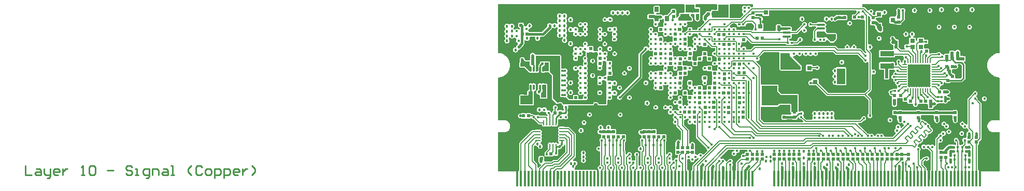
<source format=gbr>
G04 Layer_Physical_Order=10*
G04 Layer_Color=16711680*
%FSLAX24Y24*%
%MOIN*%
%TF.FileFunction,Copper,L10,Bot,Signal*%
%TF.Part,Single*%
G01*
G75*
%TA.AperFunction,SMDPad,CuDef*%
%ADD17R,0.0295X0.0295*%
%ADD18R,0.0197X0.0205*%
%ADD19R,0.0177X0.1004*%
%ADD22R,0.0217X0.0217*%
%ADD24O,0.0098X0.0354*%
%ADD25O,0.0354X0.0098*%
%ADD26R,0.0984X0.0984*%
%ADD31R,0.0531X0.1024*%
%ADD32R,0.0394X0.0571*%
%ADD33R,0.1024X0.0531*%
%ADD34R,0.0138X0.0138*%
%ADD35R,0.0138X0.0138*%
%ADD36R,0.0205X0.0197*%
%ADD37R,0.0906X0.0335*%
%ADD38R,0.0217X0.0217*%
%TA.AperFunction,Conductor*%
%ADD41C,0.0200*%
%ADD42C,0.0100*%
%ADD43C,0.0065*%
%ADD44C,0.0060*%
%ADD45C,0.0070*%
%ADD47C,0.0080*%
%ADD48C,0.0150*%
%ADD49C,0.0120*%
%ADD50C,0.0095*%
%TA.AperFunction,NonConductor*%
%ADD53C,0.0100*%
%TA.AperFunction,ViaPad*%
%ADD57C,0.0180*%
%ADD58C,0.0170*%
%ADD59C,0.0160*%
%TA.AperFunction,TestPad*%
%ADD60C,0.0160*%
%TA.AperFunction,SMDPad,SMDef*%
%ADD69R,0.0295X0.0276*%
%TA.AperFunction,SMDPad,CuDef*%
%ADD70O,0.0551X0.0138*%
%ADD71R,0.1311X0.1311*%
%ADD72O,0.0295X0.0079*%
%ADD73O,0.0079X0.0295*%
G04:AMPARAMS|DCode=74|XSize=65mil|YSize=94.5mil|CornerRadius=1.9mil|HoleSize=0mil|Usage=FLASHONLY|Rotation=270.000|XOffset=0mil|YOffset=0mil|HoleType=Round|Shape=RoundedRectangle|*
%AMROUNDEDRECTD74*
21,1,0.0650,0.0906,0,0,270.0*
21,1,0.0611,0.0945,0,0,270.0*
1,1,0.0039,-0.0453,-0.0305*
1,1,0.0039,-0.0453,0.0305*
1,1,0.0039,0.0453,0.0305*
1,1,0.0039,0.0453,-0.0305*
%
%ADD74ROUNDEDRECTD74*%
G04:AMPARAMS|DCode=75|XSize=11mil|YSize=33.5mil|CornerRadius=2mil|HoleSize=0mil|Usage=FLASHONLY|Rotation=180.000|XOffset=0mil|YOffset=0mil|HoleType=Round|Shape=RoundedRectangle|*
%AMROUNDEDRECTD75*
21,1,0.0110,0.0295,0,0,180.0*
21,1,0.0071,0.0335,0,0,180.0*
1,1,0.0040,-0.0035,0.0147*
1,1,0.0040,0.0035,0.0147*
1,1,0.0040,0.0035,-0.0147*
1,1,0.0040,-0.0035,-0.0147*
%
%ADD75ROUNDEDRECTD75*%
%ADD76R,0.0256X0.0335*%
%ADD77R,0.0295X0.0295*%
%TA.AperFunction,Conductor*%
%ADD78R,0.0276X0.0110*%
%ADD79R,0.0512X0.0827*%
%ADD80R,0.1181X0.1181*%
G36*
X12839Y9883D02*
X12839Y9882D01*
X12851Y9823D01*
X12884Y9774D01*
X12895Y9766D01*
Y9682D01*
X12884Y9675D01*
X12877Y9664D01*
X12793D01*
X12785Y9675D01*
X12736Y9708D01*
X12677Y9720D01*
X12619Y9708D01*
X12569Y9675D01*
X12536Y9625D01*
X12524Y9567D01*
X12536Y9508D01*
X12569Y9459D01*
X12580Y9452D01*
Y9367D01*
X12569Y9360D01*
X12536Y9311D01*
X12524Y9252D01*
X12536Y9193D01*
X12569Y9144D01*
X12580Y9137D01*
Y9052D01*
X12569Y9045D01*
X12562Y9034D01*
X12478Y9034D01*
X12470Y9045D01*
X12421Y9078D01*
X12362Y9090D01*
X12304Y9078D01*
X12263Y9051D01*
X12218Y9071D01*
X12198Y9085D01*
X12194Y9104D01*
X12206Y9122D01*
X12211Y9150D01*
Y9354D01*
X12206Y9382D01*
X12192Y9409D01*
X12206Y9437D01*
X12211Y9465D01*
Y9669D01*
X12206Y9697D01*
X12194Y9715D01*
X12198Y9733D01*
X12218Y9748D01*
X12263Y9768D01*
X12304Y9741D01*
X12362Y9729D01*
X12421Y9741D01*
X12470Y9774D01*
X12503Y9823D01*
X12515Y9882D01*
X12515Y9883D01*
X12559Y9937D01*
X12795D01*
X12839Y9883D01*
D02*
G37*
G36*
X11309Y9144D02*
X11359Y9111D01*
X11417Y9099D01*
X11476Y9111D01*
X11525Y9144D01*
X11533Y9155D01*
X11617D01*
X11624Y9144D01*
X11635Y9137D01*
Y9052D01*
X11624Y9045D01*
X11591Y8996D01*
X11579Y8937D01*
X11591Y8878D01*
X11624Y8829D01*
X11674Y8796D01*
X11732Y8784D01*
X11791Y8796D01*
X11840Y8829D01*
X11848Y8840D01*
X11932Y8840D01*
X11939Y8829D01*
X11989Y8796D01*
X12047Y8784D01*
X12106Y8796D01*
X12147Y8823D01*
X12192Y8803D01*
X12212Y8789D01*
X12216Y8770D01*
X12204Y8752D01*
X12198Y8724D01*
Y8520D01*
X12204Y8492D01*
X12153Y8443D01*
X12136Y8438D01*
X12121Y8438D01*
X12106Y8448D01*
X12047Y8460D01*
X11989Y8448D01*
X11970Y8436D01*
X11958Y8434D01*
X11885Y8450D01*
X11862Y8466D01*
X11835Y8471D01*
X11630D01*
X11603Y8466D01*
X11579Y8450D01*
X11507Y8434D01*
X11494Y8436D01*
X11476Y8448D01*
X11417Y8460D01*
X11359Y8448D01*
X11340Y8436D01*
X11328Y8434D01*
X11320Y8436D01*
X11271Y8502D01*
X11276Y8530D01*
Y8726D01*
X11271Y8754D01*
X11255Y8777D01*
X11254Y8778D01*
X11252Y8780D01*
X11233Y8848D01*
X11234Y8863D01*
X11244Y8878D01*
X11255Y8937D01*
X11244Y8996D01*
X11211Y9045D01*
X11200Y9052D01*
Y9137D01*
X11211Y9144D01*
X11218Y9155D01*
X11302D01*
X11309Y9144D01*
D02*
G37*
G36*
X18780Y8622D02*
X18780D01*
Y8504D01*
X19488Y7795D01*
Y7638D01*
X19449Y7598D01*
X18228D01*
X18189Y7638D01*
Y8661D01*
X18740D01*
X18780Y8622D01*
D02*
G37*
G36*
X14843Y10945D02*
X13780Y10945D01*
Y11378D01*
X14134Y11378D01*
X14173Y11417D01*
Y11772D01*
X14843D01*
Y10945D01*
D02*
G37*
G36*
X12323Y11063D02*
X12480Y10906D01*
X12480Y10787D01*
X12441Y10748D01*
X11654Y10748D01*
X11614Y10787D01*
X11614Y10945D01*
X11732Y11063D01*
X11732Y11181D01*
X12323D01*
X12323Y11063D01*
D02*
G37*
G36*
X16470Y10469D02*
Y10307D01*
X16467Y10305D01*
X16434Y10255D01*
X16422Y10197D01*
X16429Y10162D01*
X16425Y10155D01*
X16419Y10150D01*
X16349Y10127D01*
X16338Y10134D01*
X16299Y10141D01*
X15394D01*
X15350Y10195D01*
X15350Y10197D01*
X15338Y10255D01*
X15305Y10305D01*
X15255Y10338D01*
X15197Y10350D01*
X15138Y10338D01*
X15089Y10305D01*
X15081Y10294D01*
X14997D01*
X14990Y10305D01*
X14947Y10334D01*
X14939Y10347D01*
X14927Y10412D01*
X15082Y10567D01*
X15315D01*
X15359Y10513D01*
X15359Y10512D01*
X15371Y10453D01*
X15404Y10404D01*
X15453Y10371D01*
X15512Y10359D01*
X15570Y10371D01*
X15572Y10372D01*
X15610D01*
X15638Y10377D01*
X15669Y10389D01*
X15701Y10377D01*
X15728Y10372D01*
X15866D01*
X15893Y10377D01*
X15917Y10392D01*
X15932Y10416D01*
X15938Y10443D01*
Y10504D01*
X16037Y10604D01*
X16335D01*
X16470Y10469D01*
D02*
G37*
G36*
X10973Y7834D02*
X11000Y7828D01*
X11205D01*
X11232Y7834D01*
X11250Y7846D01*
X11269Y7841D01*
X11283Y7821D01*
X11303Y7777D01*
X11276Y7736D01*
X11264Y7677D01*
X11276Y7619D01*
X11309Y7569D01*
X11359Y7536D01*
X11417Y7524D01*
X11476Y7536D01*
X11525Y7569D01*
X11559Y7619D01*
X11570Y7677D01*
X11559Y7736D01*
X11542Y7761D01*
X11562Y7809D01*
X11601Y7824D01*
X11628Y7818D01*
X11820D01*
X11828Y7816D01*
X11844Y7806D01*
X11880Y7770D01*
X11883Y7764D01*
Y7596D01*
X11849Y7555D01*
X11819Y7538D01*
X11630D01*
X11603Y7532D01*
X11579Y7517D01*
X11564Y7494D01*
X11559Y7467D01*
Y7270D01*
X11564Y7242D01*
X11515Y7176D01*
X11507Y7175D01*
X11494Y7176D01*
X11476Y7189D01*
X11417Y7200D01*
X11359Y7189D01*
X11309Y7155D01*
X11240Y7166D01*
X11221Y7185D01*
X11211Y7254D01*
X11244Y7304D01*
X11255Y7362D01*
X11244Y7421D01*
X11211Y7470D01*
X11161Y7503D01*
X11102Y7515D01*
X11044Y7503D01*
X10994Y7470D01*
X10987Y7459D01*
X10903D01*
X10896Y7470D01*
X10885Y7478D01*
Y7562D01*
X10896Y7569D01*
X10929Y7619D01*
X10940Y7677D01*
X10929Y7736D01*
X10901Y7777D01*
X10921Y7821D01*
X10936Y7841D01*
X10955Y7846D01*
X10973Y7834D01*
D02*
G37*
G36*
X18307Y5322D02*
X18346Y5314D01*
X18386Y5322D01*
X18826D01*
Y4843D01*
X18832Y4815D01*
X18847Y4792D01*
X18870Y4777D01*
X18884Y4741D01*
X18839Y4675D01*
X18571D01*
X18555Y4686D01*
X18528Y4691D01*
X18323D01*
X18296Y4686D01*
X18272Y4671D01*
X18257Y4647D01*
X18251Y4620D01*
Y4423D01*
X18257Y4396D01*
X18272Y4373D01*
X18296Y4357D01*
X18323Y4352D01*
X18528D01*
X18555Y4357D01*
X18578Y4373D01*
X18583Y4380D01*
X18937D01*
X18942Y4373D01*
X18965Y4357D01*
X18992Y4352D01*
X19197D01*
X19224Y4357D01*
X19247Y4373D01*
X19263Y4396D01*
X19268Y4423D01*
Y4476D01*
X19278Y4488D01*
X19317Y4519D01*
X19381Y4494D01*
X19386Y4469D01*
X19419Y4419D01*
X19469Y4386D01*
X19528Y4375D01*
X19535Y4376D01*
X19650Y4261D01*
X19623Y4196D01*
X17129D01*
X16913Y4412D01*
Y5149D01*
X16914Y5152D01*
X16969Y5204D01*
X17992D01*
X18019Y5210D01*
X18043Y5225D01*
X18140Y5322D01*
X18307D01*
D02*
G37*
G36*
X16197Y6848D02*
Y4450D01*
X16134Y4422D01*
X16086Y4461D01*
Y6850D01*
X16084Y6862D01*
X16148Y6896D01*
X16197Y6848D01*
D02*
G37*
G36*
X12254Y4419D02*
X12265Y4412D01*
Y4328D01*
X12254Y4321D01*
X12221Y4271D01*
X12209Y4213D01*
X12221Y4154D01*
X12254Y4104D01*
X12304Y4071D01*
X12362Y4060D01*
X12421Y4071D01*
X12470Y4104D01*
X12478Y4115D01*
X12562D01*
X12569Y4104D01*
X12619Y4071D01*
X12677Y4060D01*
X12679Y4060D01*
X12733Y4016D01*
Y3268D01*
X12740Y3229D01*
X12763Y3196D01*
X13392Y2566D01*
X13390Y2559D01*
X13402Y2501D01*
X13435Y2451D01*
X13452Y2439D01*
X13467Y2355D01*
X13235Y2123D01*
X13151Y2138D01*
X13140Y2155D01*
X13090Y2189D01*
X13032Y2200D01*
X12973Y2189D01*
X12923Y2155D01*
X12890Y2106D01*
X12890Y2105D01*
X12861Y2092D01*
X12814Y2084D01*
X12775Y2110D01*
X12758Y2113D01*
X12711Y2137D01*
X12693Y2188D01*
Y2343D01*
X12688Y2370D01*
X12677Y2407D01*
X12688Y2445D01*
X12693Y2472D01*
Y2669D01*
X12688Y2697D01*
X12675Y2716D01*
X12683Y2756D01*
X12670Y2818D01*
X12635Y2871D01*
X12582Y2907D01*
X12520Y2919D01*
X12457Y2907D01*
X12404Y2871D01*
X12377Y2830D01*
X12324Y2835D01*
X12307Y2842D01*
Y3661D01*
X12299Y3700D01*
X12277Y3734D01*
X11992Y4019D01*
Y4330D01*
X12046Y4375D01*
X12047Y4375D01*
X12106Y4386D01*
X12155Y4419D01*
X12163Y4430D01*
X12247D01*
X12254Y4419D01*
D02*
G37*
G36*
X12917Y1893D02*
X12921Y1809D01*
X12550Y1437D01*
X12527Y1404D01*
X12519Y1364D01*
Y1125D01*
X12510D01*
X12483Y1119D01*
X12459Y1104D01*
X12444Y1080D01*
X12438Y1053D01*
Y1024D01*
X12286D01*
Y1053D01*
X12281Y1080D01*
X12265Y1104D01*
X12242Y1119D01*
X12215Y1125D01*
X12189D01*
Y1774D01*
X12259Y1821D01*
X12283Y1816D01*
X12305Y1820D01*
X12365Y1773D01*
X12368Y1766D01*
X12378Y1713D01*
X12412Y1664D01*
X12461Y1630D01*
X12520Y1619D01*
X12578Y1630D01*
X12628Y1664D01*
X12661Y1713D01*
X12673Y1772D01*
X12717Y1816D01*
X12775Y1827D01*
X12825Y1860D01*
X12844Y1889D01*
X12916Y1894D01*
X12917Y1893D01*
D02*
G37*
G36*
X16068Y2362D02*
X16008Y2302D01*
X15961D01*
X15933Y2296D01*
X15910Y2281D01*
X15895Y2258D01*
X15889Y2230D01*
Y2204D01*
X15879Y2192D01*
X15819Y2154D01*
X15787Y2161D01*
X15729Y2149D01*
X15679Y2116D01*
X15646Y2066D01*
X15634Y2008D01*
X15644Y1958D01*
X15644Y1951D01*
X15643Y1944D01*
X15607Y1881D01*
X15606Y1881D01*
X15573Y1859D01*
X15361Y1647D01*
X15339Y1614D01*
X15331Y1575D01*
Y1122D01*
X15317Y1119D01*
X15294Y1104D01*
X15279Y1080D01*
X15273Y1053D01*
Y1024D01*
X15121D01*
Y1053D01*
X15115Y1080D01*
X15100Y1104D01*
X15077Y1119D01*
X15065Y1121D01*
Y1346D01*
X15069Y1349D01*
X15102Y1398D01*
X15114Y1457D01*
X15102Y1515D01*
X15098Y1520D01*
X15073Y1575D01*
X15098Y1629D01*
X15102Y1634D01*
X15114Y1693D01*
X15102Y1751D01*
X15069Y1801D01*
X15019Y1834D01*
X14961Y1846D01*
X14902Y1834D01*
X14852Y1801D01*
X14845Y1790D01*
X14842Y1789D01*
X14808Y1767D01*
X14707Y1666D01*
X14660Y1685D01*
X14640Y1698D01*
X14629Y1751D01*
X14596Y1801D01*
X14547Y1834D01*
X14488Y1846D01*
X14430Y1834D01*
X14424Y1831D01*
X14383Y1812D01*
X14314Y1841D01*
X14307Y1859D01*
X14300Y1908D01*
X14807Y2415D01*
X15179D01*
X15207Y2371D01*
X15181Y2315D01*
X15138Y2307D01*
X15089Y2273D01*
X15056Y2224D01*
X15044Y2165D01*
X15056Y2107D01*
X15089Y2057D01*
X15138Y2024D01*
X15197Y2012D01*
X15255Y2024D01*
X15305Y2057D01*
X15338Y2107D01*
X15350Y2165D01*
X15394Y2209D01*
X15452Y2221D01*
X15502Y2254D01*
X15535Y2304D01*
X15547Y2362D01*
X15590Y2415D01*
X16024D01*
X16068Y2362D01*
D02*
G37*
G36*
X17992Y6181D02*
X18228Y5945D01*
X19291D01*
Y4843D01*
X18898D01*
Y5354D01*
X18858Y5394D01*
X18110Y5394D01*
X17992Y5276D01*
X16968D01*
Y6535D01*
X17992D01*
Y6181D01*
D02*
G37*
G36*
X12015Y11772D02*
Y11320D01*
X12009Y11310D01*
X11973Y11277D01*
X11953Y11266D01*
X11748D01*
X11721Y11261D01*
X11698Y11245D01*
X11694Y11239D01*
X11682Y11232D01*
X11666Y11208D01*
X11661Y11181D01*
X11661Y11093D01*
X11564Y10995D01*
X11548Y10972D01*
X11543Y10945D01*
X11473Y10945D01*
Y11116D01*
X11468Y11143D01*
X11456Y11181D01*
X11468Y11219D01*
X11473Y11246D01*
Y11443D01*
X11468Y11470D01*
X11452Y11493D01*
X11429Y11509D01*
X11402Y11514D01*
X11197D01*
X11170Y11509D01*
X11146Y11493D01*
X11131Y11470D01*
X11125Y11443D01*
Y11352D01*
X10888Y11115D01*
X10748D01*
X10721Y11109D01*
X10698Y11094D01*
X10692Y11085D01*
X10637Y11077D01*
X10613Y11080D01*
X10595Y11107D01*
X10539Y11144D01*
X10472Y11158D01*
X10214D01*
X10194Y11178D01*
X10224Y11248D01*
X10354D01*
X10382Y11253D01*
X10405Y11268D01*
X10420Y11292D01*
X10426Y11319D01*
Y11654D01*
X10420Y11681D01*
X10405Y11704D01*
X10382Y11719D01*
X10354Y11725D01*
X10098D01*
X10071Y11719D01*
X10048Y11704D01*
X10032Y11681D01*
X10027Y11654D01*
Y11319D01*
X10032Y11292D01*
X10048Y11268D01*
X10059Y11261D01*
X10052Y11204D01*
X10047Y11191D01*
X9803D01*
X9785Y11188D01*
X9701D01*
X9673Y11182D01*
X9650Y11167D01*
X9635Y11143D01*
X9629Y11116D01*
Y10919D01*
X9635Y10892D01*
X9650Y10869D01*
X9673Y10853D01*
X9701Y10848D01*
X9785D01*
X9803Y10844D01*
X10013D01*
X10027Y10830D01*
Y10709D01*
X10032Y10681D01*
X10048Y10658D01*
X10028Y10588D01*
X10016Y10570D01*
X10005Y10512D01*
X10016Y10453D01*
X10049Y10404D01*
X10099Y10371D01*
X10157Y10359D01*
X10216Y10371D01*
X10266Y10404D01*
X10299Y10453D01*
X10310Y10512D01*
X10299Y10567D01*
X10299Y10571D01*
X10338Y10637D01*
X10354D01*
X10382Y10643D01*
X10405Y10658D01*
X10420Y10681D01*
X10426Y10709D01*
Y10811D01*
X10472D01*
X10539Y10824D01*
X10595Y10862D01*
X10607Y10879D01*
X10677Y10858D01*
Y10709D01*
X10682Y10681D01*
X10698Y10658D01*
X10664Y10597D01*
X10646Y10570D01*
X10634Y10512D01*
X10646Y10453D01*
X10663Y10428D01*
X10643Y10380D01*
X10604Y10365D01*
X10577Y10371D01*
X10380D01*
X10353Y10365D01*
X10329Y10350D01*
X10314Y10327D01*
X10309Y10299D01*
Y10094D01*
X10314Y10067D01*
X10329Y10044D01*
X10353Y10029D01*
X10380Y10023D01*
X10577D01*
X10604Y10029D01*
X10633Y10014D01*
X10653Y9960D01*
X10641Y9942D01*
X10629Y9882D01*
X10641Y9821D01*
X10676Y9770D01*
X10727Y9736D01*
X10787Y9724D01*
X10848Y9736D01*
X10899Y9770D01*
X10906Y9780D01*
X10990D01*
X10994Y9774D01*
X11044Y9741D01*
X11102Y9729D01*
X11161Y9741D01*
X11179Y9753D01*
X11192Y9755D01*
X11200Y9753D01*
X11249Y9687D01*
X11244Y9659D01*
Y9463D01*
X11249Y9435D01*
X11234Y9396D01*
X11186Y9376D01*
X11161Y9393D01*
X11102Y9405D01*
X11044Y9393D01*
X10994Y9360D01*
X10987Y9349D01*
X10903D01*
X10896Y9360D01*
X10846Y9393D01*
X10787Y9405D01*
X10729Y9393D01*
X10688Y9366D01*
X10643Y9386D01*
X10623Y9400D01*
X10619Y9419D01*
X10631Y9437D01*
X10636Y9465D01*
Y9669D01*
X10631Y9697D01*
X10615Y9720D01*
X10592Y9735D01*
X10565Y9741D01*
X10368D01*
X10341Y9735D01*
X10302Y9750D01*
X10282Y9798D01*
X10299Y9823D01*
X10310Y9882D01*
X10299Y9940D01*
X10266Y9990D01*
X10216Y10023D01*
X10157Y10035D01*
X10099Y10023D01*
X10049Y9990D01*
X9980Y10001D01*
X9962Y10020D01*
X9951Y10089D01*
X9984Y10138D01*
X9995Y10197D01*
X9984Y10255D01*
X9951Y10305D01*
X9901Y10338D01*
X9843Y10350D01*
X9784Y10338D01*
X9734Y10305D01*
X9701Y10255D01*
X9690Y10197D01*
X9701Y10138D01*
X9734Y10089D01*
X9745Y10081D01*
Y9997D01*
X9734Y9990D01*
X9701Y9940D01*
X9690Y9882D01*
X9701Y9823D01*
X9734Y9774D01*
X9745Y9766D01*
Y9682D01*
X9734Y9675D01*
X9701Y9625D01*
X9690Y9567D01*
X9701Y9508D01*
X9734Y9459D01*
X9745Y9452D01*
Y9367D01*
X9734Y9360D01*
X9701Y9311D01*
X9690Y9252D01*
X9701Y9193D01*
X9734Y9144D01*
X9745Y9137D01*
Y9052D01*
X9734Y9045D01*
X9727Y9034D01*
X9643D01*
X9636Y9045D01*
X9586Y9078D01*
X9528Y9090D01*
X9469Y9078D01*
X9419Y9045D01*
X9386Y8996D01*
X9379Y8958D01*
X9089Y8667D01*
X9063Y8629D01*
X9053Y8583D01*
Y7176D01*
X7814Y5936D01*
X7776Y5929D01*
X7727Y5896D01*
X7693Y5846D01*
X7682Y5787D01*
X7693Y5729D01*
X7727Y5679D01*
X7776Y5646D01*
X7835Y5634D01*
X7893Y5646D01*
X7943Y5679D01*
X7976Y5729D01*
X7983Y5767D01*
X9258Y7041D01*
X9284Y7080D01*
X9293Y7126D01*
Y8533D01*
X9548Y8788D01*
X9586Y8796D01*
X9636Y8829D01*
X9643Y8840D01*
X9727D01*
X9734Y8829D01*
X9784Y8796D01*
X9843Y8784D01*
X9901Y8796D01*
X9926Y8812D01*
X9973Y8792D01*
X9987Y8752D01*
X9982Y8724D01*
Y8520D01*
X9987Y8492D01*
X9973Y8452D01*
X9926Y8432D01*
X9901Y8448D01*
X9843Y8460D01*
X9784Y8448D01*
X9734Y8415D01*
X9701Y8366D01*
X9690Y8307D01*
X9701Y8249D01*
X9734Y8199D01*
X9745Y8192D01*
Y8108D01*
X9734Y8100D01*
X9701Y8051D01*
X9690Y7992D01*
X9701Y7934D01*
X9734Y7884D01*
X9784Y7851D01*
X9843Y7839D01*
X9901Y7851D01*
X9951Y7884D01*
X9958Y7895D01*
X10042D01*
X10049Y7884D01*
X10099Y7851D01*
X10157Y7839D01*
X10216Y7851D01*
X10266Y7884D01*
X10273Y7895D01*
X10357D01*
X10364Y7884D01*
X10414Y7851D01*
X10472Y7839D01*
X10531Y7851D01*
X10581Y7884D01*
X10588Y7895D01*
X10672D01*
X10679Y7884D01*
X10690Y7877D01*
Y7793D01*
X10679Y7785D01*
X10646Y7736D01*
X10634Y7677D01*
X10646Y7619D01*
X10674Y7578D01*
X10653Y7533D01*
X10639Y7513D01*
X10620Y7509D01*
X10602Y7521D01*
X10575Y7526D01*
X10370D01*
X10343Y7521D01*
X10320Y7505D01*
X10247Y7490D01*
X10235Y7491D01*
X10216Y7503D01*
X10157Y7515D01*
X10099Y7503D01*
X10049Y7470D01*
X10042Y7459D01*
X9958D01*
X9951Y7470D01*
X9901Y7503D01*
X9843Y7515D01*
X9784Y7503D01*
X9734Y7470D01*
X9701Y7421D01*
X9690Y7362D01*
X9701Y7304D01*
X9734Y7254D01*
X9745Y7247D01*
Y7163D01*
X9734Y7155D01*
X9701Y7106D01*
X9690Y7047D01*
X9701Y6989D01*
X9734Y6939D01*
X9784Y6906D01*
X9843Y6894D01*
X9901Y6906D01*
X9951Y6939D01*
X9958Y6950D01*
X10042D01*
X10049Y6939D01*
X10060Y6932D01*
Y6848D01*
X10049Y6840D01*
X10016Y6791D01*
X10005Y6732D01*
X10016Y6674D01*
X10049Y6624D01*
X10060Y6617D01*
Y6533D01*
X10049Y6525D01*
X10016Y6476D01*
X10005Y6417D01*
X10016Y6359D01*
X10049Y6309D01*
X10099Y6276D01*
X10157Y6264D01*
X10216Y6276D01*
X10231Y6286D01*
X10246Y6286D01*
X10314Y6268D01*
X10317Y6266D01*
X10318Y6264D01*
X10341Y6249D01*
X10368Y6244D01*
X10565D01*
X10592Y6249D01*
X10615Y6264D01*
X10631Y6288D01*
X10636Y6315D01*
Y6520D01*
X10631Y6547D01*
X10619Y6565D01*
X10623Y6584D01*
X10643Y6598D01*
X10688Y6618D01*
X10729Y6591D01*
X10787Y6579D01*
X10846Y6591D01*
X10896Y6624D01*
X10964Y6613D01*
X10983Y6594D01*
X10994Y6525D01*
X10961Y6476D01*
X10949Y6417D01*
X10961Y6359D01*
X10994Y6309D01*
X11005Y6302D01*
Y6218D01*
X10994Y6211D01*
X10961Y6161D01*
X10949Y6102D01*
X10961Y6044D01*
X10994Y5994D01*
X11005Y5987D01*
Y5903D01*
X10994Y5896D01*
X10961Y5846D01*
X10949Y5787D01*
X10961Y5729D01*
X10994Y5679D01*
X11044Y5646D01*
X11102Y5634D01*
X11161Y5646D01*
X11211Y5679D01*
X11244Y5729D01*
X11255Y5787D01*
X11244Y5846D01*
X11227Y5871D01*
X11247Y5919D01*
X11286Y5934D01*
X11313Y5929D01*
X11510D01*
X11537Y5934D01*
X11560Y5950D01*
X11576Y5973D01*
X11581Y6000D01*
Y6205D01*
X11576Y6232D01*
X11564Y6250D01*
X11568Y6269D01*
X11588Y6283D01*
X11633Y6303D01*
X11674Y6276D01*
X11732Y6264D01*
X11791Y6276D01*
X11840Y6309D01*
X11874Y6359D01*
X11885Y6417D01*
X11874Y6476D01*
X11861Y6494D01*
X11860Y6507D01*
X11875Y6579D01*
X11891Y6603D01*
X11896Y6630D01*
Y6835D01*
X11891Y6862D01*
X11885Y6892D01*
X11901Y6916D01*
X11906Y6943D01*
Y7124D01*
X11923Y7154D01*
X11964Y7188D01*
X12140D01*
X12167Y7194D01*
X12190Y7209D01*
X12206Y7233D01*
X12211Y7260D01*
Y7465D01*
X12206Y7492D01*
X12257Y7542D01*
X12273Y7546D01*
X12289Y7546D01*
X12304Y7536D01*
X12362Y7524D01*
X12421Y7536D01*
X12470Y7569D01*
X12503Y7619D01*
X12515Y7677D01*
X12503Y7736D01*
X12470Y7785D01*
X12421Y7818D01*
X12362Y7830D01*
X12304Y7818D01*
X12289Y7808D01*
X12273Y7808D01*
X12206Y7827D01*
X12203Y7829D01*
X12202Y7830D01*
X12179Y7845D01*
X12152Y7851D01*
X11960D01*
X11952Y7853D01*
X11936Y7863D01*
X11899Y7899D01*
X11896Y7905D01*
Y8094D01*
X11891Y8122D01*
X11941Y8173D01*
X11955Y8176D01*
X11972Y8177D01*
X11989Y8166D01*
X12047Y8154D01*
X12106Y8166D01*
X12121Y8176D01*
X12136Y8176D01*
X12204Y8158D01*
X12207Y8155D01*
X12207Y8154D01*
X12231Y8139D01*
X12258Y8133D01*
X12450D01*
X12458Y8131D01*
X12474Y8121D01*
X12510Y8085D01*
X12513Y8079D01*
Y7890D01*
X12519Y7862D01*
X12534Y7839D01*
X12557Y7824D01*
X12585Y7818D01*
X12781D01*
X12809Y7824D01*
X12832Y7839D01*
X12847Y7862D01*
X12853Y7890D01*
Y8067D01*
X12876Y8108D01*
X12917Y8131D01*
X13094D01*
X13122Y8137D01*
X13145Y8152D01*
X13160Y8175D01*
X13166Y8203D01*
Y8395D01*
X13168Y8403D01*
X13178Y8418D01*
X13214Y8455D01*
X13220Y8458D01*
X13394D01*
X13400Y8455D01*
X13436Y8418D01*
X13446Y8403D01*
X13448Y8395D01*
Y8203D01*
X13454Y8175D01*
X13469Y8152D01*
X13492Y8137D01*
X13520Y8131D01*
X13724D01*
X13752Y8137D01*
X13775Y8152D01*
X13790Y8175D01*
X13796Y8203D01*
Y8400D01*
X13790Y8427D01*
X13775Y8450D01*
X13752Y8466D01*
X13724Y8471D01*
X13535D01*
X13529Y8474D01*
X13493Y8511D01*
X13483Y8526D01*
X13481Y8535D01*
Y8726D01*
X13475Y8754D01*
X13460Y8777D01*
X13437Y8792D01*
X13409Y8798D01*
X13205D01*
X13177Y8792D01*
X13154Y8777D01*
X13139Y8754D01*
X13133Y8726D01*
Y8535D01*
X13131Y8526D01*
X13121Y8511D01*
X13085Y8474D01*
X13079Y8471D01*
X12890D01*
X12862Y8466D01*
X12839Y8450D01*
X12824Y8427D01*
X12818Y8400D01*
Y8230D01*
X12795Y8189D01*
X12754Y8166D01*
X12590D01*
X12581Y8168D01*
X12566Y8178D01*
X12529Y8214D01*
X12526Y8220D01*
Y8409D01*
X12521Y8437D01*
X12517Y8469D01*
X12532Y8492D01*
X12538Y8520D01*
Y8724D01*
X12532Y8752D01*
X12547Y8792D01*
X12594Y8812D01*
X12619Y8796D01*
X12677Y8784D01*
X12736Y8796D01*
X12785Y8829D01*
X12818Y8878D01*
X12830Y8937D01*
X12818Y8996D01*
X12785Y9045D01*
X12774Y9052D01*
Y9137D01*
X12785Y9144D01*
X12793Y9155D01*
X12877D01*
X12884Y9144D01*
X12934Y9111D01*
X12992Y9099D01*
X13051Y9111D01*
X13064Y9119D01*
X13074Y9119D01*
X13136Y9094D01*
X13141Y9089D01*
X13154Y9070D01*
X13177Y9054D01*
X13205Y9049D01*
X13409D01*
X13437Y9054D01*
X13460Y9070D01*
X13475Y9093D01*
X13481Y9120D01*
Y9158D01*
X13545Y9184D01*
X13707Y9022D01*
X13741Y9000D01*
X13780Y8993D01*
X13993D01*
Y8819D01*
X13938Y8775D01*
X13937Y8775D01*
X13878Y8763D01*
X13829Y8730D01*
X13796Y8681D01*
X13784Y8622D01*
X13796Y8564D01*
X13829Y8514D01*
X13878Y8481D01*
X13937Y8469D01*
X14000Y8465D01*
X14022Y8432D01*
X14062Y8392D01*
X14089Y8374D01*
X14088Y8370D01*
Y8165D01*
X14092Y8147D01*
X14055Y8119D01*
X14034Y8108D01*
X13996Y8133D01*
X13937Y8145D01*
X13878Y8133D01*
X13829Y8100D01*
X13796Y8051D01*
X13784Y7992D01*
X13796Y7934D01*
X13829Y7884D01*
X13878Y7851D01*
X13937Y7839D01*
X13996Y7851D01*
X14045Y7884D01*
X14052Y7895D01*
X14137D01*
X14144Y7884D01*
X14155Y7877D01*
Y7793D01*
X14144Y7785D01*
X14111Y7736D01*
X14099Y7677D01*
X14111Y7619D01*
X14127Y7593D01*
X14108Y7546D01*
X14069Y7531D01*
X14041Y7536D01*
X13850D01*
X13841Y7538D01*
X13826Y7548D01*
X13789Y7584D01*
X13786Y7590D01*
Y7780D01*
X13780Y7807D01*
X13765Y7830D01*
X13742Y7845D01*
X13715Y7851D01*
X13518D01*
X13490Y7845D01*
X13467Y7830D01*
X13466Y7829D01*
X13464Y7827D01*
X13396Y7808D01*
X13381Y7808D01*
X13366Y7818D01*
X13307Y7830D01*
X13249Y7818D01*
X13199Y7785D01*
X13166Y7736D01*
X13154Y7677D01*
X13166Y7619D01*
X13199Y7569D01*
X13249Y7536D01*
X13307Y7524D01*
X13366Y7536D01*
X13381Y7546D01*
X13396Y7546D01*
X13464Y7528D01*
X13466Y7525D01*
X13467Y7524D01*
X13490Y7509D01*
X13518Y7503D01*
X13709D01*
X13718Y7501D01*
X13733Y7491D01*
X13770Y7455D01*
X13773Y7449D01*
Y7260D01*
X13779Y7233D01*
X13794Y7209D01*
X13810Y7137D01*
X13808Y7124D01*
X13796Y7106D01*
X13784Y7047D01*
X13796Y6989D01*
X13808Y6970D01*
X13810Y6958D01*
X13794Y6885D01*
X13779Y6862D01*
X13773Y6835D01*
Y6645D01*
X13770Y6640D01*
X13733Y6604D01*
X13718Y6593D01*
X13709Y6591D01*
X13518D01*
X13490Y6586D01*
X13467Y6570D01*
X13452Y6547D01*
X13446Y6520D01*
Y6341D01*
X13426Y6302D01*
X13383Y6276D01*
X13230D01*
X13200Y6293D01*
X13166Y6334D01*
Y6510D01*
X13160Y6537D01*
X13145Y6560D01*
X13122Y6576D01*
X13094Y6581D01*
X12890D01*
X12862Y6576D01*
X12839Y6560D01*
X12767Y6545D01*
X12754Y6546D01*
X12736Y6559D01*
X12677Y6570D01*
X12619Y6559D01*
X12578Y6531D01*
X12533Y6551D01*
X12513Y6566D01*
X12509Y6585D01*
X12521Y6603D01*
X12526Y6630D01*
Y6835D01*
X12521Y6862D01*
X12505Y6885D01*
X12482Y6901D01*
X12455Y6906D01*
X12258D01*
X12231Y6901D01*
X12207Y6885D01*
X12192Y6862D01*
X12186Y6835D01*
Y6630D01*
X12192Y6603D01*
X12207Y6579D01*
X12211Y6577D01*
X12213Y6574D01*
X12232Y6510D01*
X12232Y6492D01*
X12221Y6476D01*
X12209Y6417D01*
X12221Y6359D01*
X12254Y6309D01*
X12304Y6276D01*
X12362Y6264D01*
X12421Y6276D01*
X12470Y6309D01*
X12478Y6320D01*
X12562D01*
X12569Y6309D01*
X12580Y6302D01*
Y6218D01*
X12569Y6211D01*
X12536Y6161D01*
X12524Y6102D01*
X12536Y6044D01*
X12562Y6004D01*
X12536Y5952D01*
X12527Y5941D01*
X12523Y5939D01*
X12511Y5940D01*
X12488Y5956D01*
X12461Y5961D01*
X12275D01*
X12249Y5977D01*
X12211Y6017D01*
X12211Y6017D01*
Y6205D01*
X12206Y6232D01*
X12190Y6255D01*
X12167Y6271D01*
X12140Y6276D01*
X11943D01*
X11916Y6271D01*
X11892Y6255D01*
X11877Y6232D01*
X11872Y6205D01*
Y6000D01*
X11877Y5973D01*
X11892Y5950D01*
X11916Y5934D01*
X11943Y5929D01*
X12129D01*
X12155Y5913D01*
X12192Y5873D01*
X12192Y5873D01*
Y5685D01*
X12198Y5658D01*
X12213Y5635D01*
X12217Y5630D01*
X12233Y5563D01*
X12233Y5548D01*
X12221Y5531D01*
X12209Y5472D01*
X12221Y5414D01*
X12254Y5364D01*
X12243Y5295D01*
X12224Y5277D01*
X12155Y5266D01*
X12106Y5299D01*
X12047Y5310D01*
X11989Y5299D01*
X11948Y5271D01*
X11903Y5292D01*
X11883Y5306D01*
X11879Y5325D01*
X11891Y5343D01*
X11896Y5370D01*
Y5575D01*
X11891Y5602D01*
X11875Y5625D01*
X11860Y5698D01*
X11861Y5710D01*
X11874Y5729D01*
X11885Y5787D01*
X11874Y5846D01*
X11840Y5896D01*
X11791Y5929D01*
X11732Y5940D01*
X11674Y5929D01*
X11624Y5896D01*
X11591Y5846D01*
X11579Y5787D01*
X11591Y5729D01*
X11602Y5712D01*
X11602Y5695D01*
X11583Y5631D01*
X11581Y5628D01*
X11577Y5625D01*
X11577Y5624D01*
X11574Y5622D01*
X11506Y5603D01*
X11491Y5604D01*
X11476Y5614D01*
X11417Y5625D01*
X11359Y5614D01*
X11309Y5581D01*
X11276Y5531D01*
X11264Y5472D01*
X11276Y5414D01*
X11309Y5364D01*
X11359Y5331D01*
X11417Y5319D01*
X11476Y5331D01*
X11491Y5341D01*
X11506Y5342D01*
X11574Y5323D01*
X11577Y5321D01*
X11577Y5320D01*
X11581Y5317D01*
X11583Y5314D01*
X11602Y5250D01*
X11602Y5232D01*
X11591Y5216D01*
X11579Y5157D01*
X11591Y5099D01*
X11624Y5049D01*
X11635Y5042D01*
Y4958D01*
X11624Y4951D01*
X11617Y4940D01*
X11533D01*
X11525Y4951D01*
X11476Y4984D01*
X11417Y4995D01*
X11359Y4984D01*
X11309Y4951D01*
X11240Y4962D01*
X11221Y4980D01*
X11211Y5049D01*
X11244Y5099D01*
X11255Y5157D01*
X11244Y5216D01*
X11211Y5266D01*
X11161Y5299D01*
X11102Y5310D01*
X11044Y5299D01*
X10994Y5266D01*
X10987Y5255D01*
X10903D01*
X10896Y5266D01*
X10846Y5299D01*
X10787Y5310D01*
X10729Y5299D01*
X10679Y5266D01*
X10646Y5216D01*
X10634Y5157D01*
X10646Y5099D01*
X10679Y5049D01*
X10729Y5016D01*
X10787Y5005D01*
X10846Y5016D01*
X10896Y5049D01*
X10903Y5060D01*
X10987D01*
X10994Y5049D01*
X11005Y5042D01*
Y4958D01*
X10994Y4951D01*
X10961Y4901D01*
X10949Y4843D01*
X10961Y4784D01*
X10994Y4734D01*
X11044Y4701D01*
X11102Y4690D01*
X11161Y4701D01*
X11211Y4734D01*
X11218Y4745D01*
X11302D01*
X11309Y4734D01*
X11320Y4727D01*
Y4643D01*
X11309Y4636D01*
X11276Y4586D01*
X11264Y4528D01*
X11276Y4469D01*
X11309Y4419D01*
X11320Y4412D01*
Y4328D01*
X11309Y4321D01*
X11276Y4271D01*
X11264Y4213D01*
X11276Y4154D01*
X11309Y4104D01*
X11359Y4071D01*
X11417Y4060D01*
X11419Y4060D01*
X11473Y4016D01*
Y3976D01*
X11481Y3937D01*
X11503Y3904D01*
X11788Y3619D01*
Y3068D01*
X11761Y3050D01*
X11718Y3037D01*
X11677Y3064D01*
X11614Y3077D01*
X11552Y3064D01*
X11499Y3029D01*
X11463Y2976D01*
X11461Y2965D01*
X11438Y2931D01*
X11427Y2874D01*
Y2723D01*
X11422Y2720D01*
X11407Y2697D01*
X11401Y2669D01*
Y2472D01*
X11407Y2445D01*
X11418Y2407D01*
X11407Y2370D01*
X11401Y2343D01*
Y2146D01*
X11407Y2118D01*
X11422Y2095D01*
X11445Y2080D01*
X11472Y2074D01*
X11569D01*
X11591Y2047D01*
Y1927D01*
X11521Y1880D01*
X11496Y1885D01*
X11438Y1874D01*
X11388Y1840D01*
X11355Y1791D01*
X11354Y1785D01*
X11299Y1728D01*
X11297Y1727D01*
X11241Y1716D01*
X11238Y1714D01*
X11235Y1713D01*
X11185Y1763D01*
X11204Y1792D01*
X11216Y1850D01*
X11204Y1909D01*
X11183Y1941D01*
X11176Y1988D01*
X11183Y2035D01*
X11204Y2067D01*
X11216Y2126D01*
X11204Y2185D01*
X11171Y2234D01*
X11122Y2267D01*
X11063Y2279D01*
X11004Y2267D01*
X10955Y2234D01*
X10922Y2185D01*
X10912Y2137D01*
X10881Y2114D01*
X10811Y2150D01*
Y2919D01*
X10817Y2923D01*
X10850Y2973D01*
X10862Y3031D01*
X10850Y3090D01*
X10828Y3122D01*
X10838Y3136D01*
X10843Y3163D01*
Y3360D01*
X10838Y3388D01*
X10822Y3411D01*
X10799Y3426D01*
X10772Y3432D01*
X10567D01*
X10540Y3426D01*
X10512Y3413D01*
X10484Y3426D01*
X10457Y3432D01*
X10267D01*
X10262Y3435D01*
X10226Y3471D01*
X10215Y3487D01*
X10213Y3495D01*
Y3687D01*
X10208Y3714D01*
X10192Y3737D01*
X10169Y3753D01*
X10142Y3758D01*
X9937D01*
X9910Y3753D01*
X9887Y3737D01*
X9877D01*
X9854Y3753D01*
X9827Y3758D01*
X9622D01*
X9595Y3753D01*
X9572Y3737D01*
X9562D01*
X9539Y3753D01*
X9512Y3758D01*
X9307D01*
X9280Y3753D01*
X9257Y3737D01*
X9241Y3714D01*
X9239Y3701D01*
X9213Y3706D01*
X9150Y3694D01*
X9097Y3659D01*
X9062Y3606D01*
X9049Y3543D01*
X9062Y3481D01*
X9097Y3428D01*
X9150Y3393D01*
X9170Y3389D01*
X9217Y3368D01*
X9236Y3313D01*
Y3173D01*
X9233Y3173D01*
X9183Y3140D01*
X9150Y3090D01*
X9138Y3031D01*
X9150Y2973D01*
X9183Y2923D01*
X9189Y2919D01*
Y2712D01*
X9173Y2643D01*
X9111Y2631D01*
X9058Y2596D01*
X9023Y2543D01*
X9010Y2480D01*
X9023Y2418D01*
X9058Y2365D01*
X9111Y2330D01*
X9173Y2317D01*
X9189Y2249D01*
Y1481D01*
X9173Y1413D01*
X9115Y1401D01*
X9109Y1397D01*
X9039Y1435D01*
Y2014D01*
X9045Y2018D01*
X9078Y2067D01*
X9090Y2126D01*
X9078Y2185D01*
X9045Y2234D01*
X8996Y2267D01*
X8937Y2279D01*
X8878Y2267D01*
X8829Y2234D01*
X8796Y2185D01*
X8784Y2126D01*
X8796Y2067D01*
X8829Y2018D01*
X8835Y2014D01*
Y1750D01*
X8765Y1712D01*
X8759Y1716D01*
X8701Y1728D01*
X8642Y1716D01*
X8637Y1713D01*
X8587Y1763D01*
X8606Y1792D01*
X8618Y1850D01*
X8606Y1909D01*
X8584Y1941D01*
X8577Y1988D01*
X8584Y2035D01*
X8606Y2067D01*
X8618Y2126D01*
X8606Y2185D01*
X8573Y2234D01*
X8523Y2267D01*
X8465Y2279D01*
X8406Y2267D01*
X8356Y2234D01*
X8323Y2185D01*
X8314Y2137D01*
X8282Y2114D01*
X8212Y2150D01*
Y2323D01*
X8204Y2362D01*
X8182Y2395D01*
X8173Y2404D01*
Y2893D01*
X8218Y2923D01*
X8252Y2973D01*
X8263Y3031D01*
X8252Y3090D01*
X8230Y3122D01*
X8239Y3136D01*
X8245Y3163D01*
Y3360D01*
X8239Y3388D01*
X8224Y3411D01*
X8201Y3426D01*
X8173Y3432D01*
X7969D01*
X7941Y3426D01*
X7918Y3411D01*
X7909D01*
X7886Y3426D01*
X7858Y3432D01*
X7669D01*
X7663Y3435D01*
X7627Y3471D01*
X7617Y3487D01*
X7615Y3495D01*
Y3687D01*
X7609Y3714D01*
X7594Y3737D01*
X7571Y3753D01*
X7543Y3758D01*
X7339D01*
X7335Y3758D01*
X7314Y3771D01*
X7285Y3803D01*
X7280Y3813D01*
X7289Y3858D01*
X7277Y3921D01*
X7241Y3974D01*
X7188Y4009D01*
X7126Y4021D01*
X7064Y4009D01*
X7011Y3974D01*
X6975Y3921D01*
X6963Y3858D01*
X6972Y3813D01*
X6967Y3803D01*
X6938Y3771D01*
X6917Y3758D01*
X6913Y3758D01*
X6818D01*
X6771Y3828D01*
X6777Y3858D01*
X6765Y3921D01*
X6730Y3974D01*
X6677Y4009D01*
X6614Y4021D01*
X6552Y4009D01*
X6499Y3974D01*
X6463Y3921D01*
X6451Y3858D01*
X6463Y3796D01*
X6499Y3743D01*
X6466Y3709D01*
X6459Y3704D01*
X6424Y3651D01*
X6412Y3589D01*
X6424Y3526D01*
X6459Y3473D01*
X6512Y3438D01*
X6575Y3425D01*
X6585Y3428D01*
X6603Y3415D01*
X6639Y3367D01*
X6637Y3360D01*
Y3173D01*
X6634Y3173D01*
X6585Y3140D01*
X6552Y3090D01*
X6540Y3031D01*
X6552Y2973D01*
X6585Y2923D01*
X6591Y2919D01*
Y2681D01*
X6521Y2634D01*
X6496Y2639D01*
X6438Y2628D01*
X6388Y2594D01*
X6355Y2545D01*
X6343Y2486D01*
X6355Y2428D01*
X6388Y2378D01*
X6438Y2345D01*
X6496Y2333D01*
X6521Y2338D01*
X6591Y2291D01*
Y1481D01*
X6575Y1413D01*
X6516Y1401D01*
X6467Y1368D01*
X6434Y1318D01*
X6422Y1260D01*
X6434Y1201D01*
X6467Y1152D01*
X6480Y1143D01*
X6497Y1056D01*
X6474Y1024D01*
X6380D01*
Y1053D01*
X6375Y1080D01*
X6360Y1104D01*
X6336Y1119D01*
X6309Y1125D01*
X6132D01*
X6105Y1119D01*
X6102Y1118D01*
X6100Y1119D01*
X6073Y1125D01*
X5896D01*
X5868Y1119D01*
X5866Y1118D01*
X5864Y1119D01*
X5837Y1125D01*
X5659D01*
X5632Y1119D01*
X5630Y1118D01*
X5628Y1119D01*
X5600Y1125D01*
X5423D01*
X5396Y1119D01*
X5394Y1118D01*
X5391Y1119D01*
X5364Y1125D01*
X5187D01*
X5160Y1119D01*
X5157Y1118D01*
X5155Y1119D01*
X5128Y1125D01*
X4959D01*
X4950Y1134D01*
X4948Y1217D01*
X4958Y1223D01*
X4993Y1276D01*
X5006Y1339D01*
X4997Y1380D01*
X5023Y1385D01*
X5076Y1420D01*
X5111Y1473D01*
X5124Y1535D01*
X5111Y1598D01*
X5076Y1651D01*
X5023Y1686D01*
X4961Y1699D01*
X4898Y1686D01*
X4890Y1681D01*
X4856Y1697D01*
X4842Y1780D01*
X4995Y1934D01*
X5018Y1968D01*
X5026Y2008D01*
Y3425D01*
X5018Y3465D01*
X4995Y3499D01*
X4627Y3868D01*
X4593Y3890D01*
X4553Y3898D01*
X4304D01*
X4292Y3906D01*
X4246Y3915D01*
X3990D01*
X3943Y3906D01*
X3904Y3880D01*
X3877Y3840D01*
X3868Y3794D01*
X3877Y3747D01*
X3899Y3695D01*
X3877Y3643D01*
X3868Y3597D01*
X3877Y3550D01*
X3899Y3498D01*
X3877Y3447D01*
X3868Y3400D01*
X3877Y3353D01*
X3899Y3302D01*
X3877Y3250D01*
X3868Y3203D01*
X3877Y3157D01*
X3899Y3105D01*
X3877Y3053D01*
X3868Y3006D01*
X3877Y2960D01*
X3904Y2920D01*
X3928Y2904D01*
X3934Y2830D01*
X3920Y2816D01*
X3845Y2823D01*
X3830Y2846D01*
X3790Y2873D01*
X3744Y2882D01*
X3697Y2873D01*
X3658Y2846D01*
X3633D01*
X3593Y2873D01*
X3547Y2882D01*
X3500Y2873D01*
X3461Y2846D01*
X3436D01*
X3397Y2873D01*
X3350Y2882D01*
X3303Y2873D01*
X3264Y2846D01*
X3238Y2807D01*
X3228Y2760D01*
Y2504D01*
X3234Y2476D01*
X3076Y2318D01*
X3053Y2284D01*
X3050Y2268D01*
X3030Y2255D01*
X3015Y2232D01*
X3009Y2205D01*
Y2067D01*
X3015Y2040D01*
X3030Y2016D01*
X3053Y2001D01*
X3081Y1996D01*
X3219D01*
X3246Y2001D01*
X3269Y2016D01*
X3273Y2022D01*
X3296Y2007D01*
X3323Y2001D01*
X3528D01*
X3555Y2007D01*
X3574Y2019D01*
X3578Y2022D01*
Y2022D01*
X3606Y2044D01*
X3644Y2040D01*
X3671Y2035D01*
X3809D01*
X3836Y2040D01*
X3860Y2056D01*
X3875Y2079D01*
X3880Y2106D01*
Y2244D01*
X3875Y2271D01*
X3866Y2285D01*
Y2432D01*
X3936Y2476D01*
X3971Y2469D01*
X4033Y2482D01*
X4086Y2517D01*
X4122Y2570D01*
X4130Y2611D01*
X4130Y2611D01*
X4180Y2621D01*
X4233Y2657D01*
X4268Y2710D01*
X4274Y2739D01*
X4344Y2732D01*
Y2287D01*
X3815Y1758D01*
X3583D01*
X3543Y1750D01*
X3509Y1727D01*
X3436Y1655D01*
X3050D01*
X3038Y1652D01*
X2977Y1691D01*
X2969Y1703D01*
Y1736D01*
X2971Y1748D01*
Y1833D01*
X2975Y1850D01*
X2971Y1868D01*
Y1953D01*
X2966Y1980D01*
X2950Y2003D01*
X2927Y2019D01*
X2900Y2024D01*
X2703D01*
X2675Y2019D01*
X2652Y2003D01*
X2637Y1980D01*
X2631Y1953D01*
Y1892D01*
X2622Y1844D01*
Y1654D01*
X2635Y1587D01*
X2673Y1531D01*
X2729Y1493D01*
X2744Y1490D01*
X2767Y1415D01*
X2615Y1263D01*
X2568Y1275D01*
X2545Y1290D01*
Y1457D01*
X2537Y1497D01*
X2515Y1531D01*
X2305Y1741D01*
Y2653D01*
X2357Y2701D01*
X2436Y2691D01*
X2444Y2680D01*
X2497Y2645D01*
X2554Y2633D01*
X2566Y2575D01*
X2601Y2522D01*
X2654Y2487D01*
X2717Y2475D01*
X2779Y2487D01*
X2832Y2522D01*
X2867Y2575D01*
X2880Y2638D01*
X2867Y2700D01*
X2832Y2753D01*
X2779Y2789D01*
X2743Y2867D01*
X2757Y2894D01*
X2796Y2920D01*
X2823Y2960D01*
X2832Y3006D01*
X2823Y3053D01*
X2801Y3105D01*
X2823Y3157D01*
X2832Y3203D01*
X2823Y3250D01*
X2801Y3302D01*
X2823Y3353D01*
X2832Y3400D01*
X2823Y3447D01*
X2801Y3498D01*
X2823Y3550D01*
X2832Y3597D01*
X2823Y3643D01*
X2796Y3683D01*
X2757Y3709D01*
X2710Y3718D01*
X2454D01*
X2408Y3709D01*
X2396Y3701D01*
X2258D01*
X2218Y3693D01*
X2184Y3671D01*
X1422Y2909D01*
X1400Y2875D01*
X1392Y2835D01*
Y1121D01*
X1380Y1119D01*
X1357Y1104D01*
X1342Y1080D01*
X1336Y1053D01*
Y1024D01*
X0D01*
Y3543D01*
X432D01*
X509Y3558D01*
X580Y3588D01*
X645Y3631D01*
X700Y3686D01*
X743Y3751D01*
X772Y3822D01*
X787Y3898D01*
Y3976D01*
X772Y4052D01*
X743Y4123D01*
X700Y4188D01*
X645Y4243D01*
X580Y4286D01*
X509Y4316D01*
X432Y4331D01*
X0D01*
Y7045D01*
X41Y7084D01*
X199Y7108D01*
X349Y7164D01*
X485Y7248D01*
X601Y7359D01*
X692Y7490D01*
X755Y7637D01*
X787Y7794D01*
X787Y7874D01*
X787Y7954D01*
X755Y8111D01*
X692Y8258D01*
X601Y8389D01*
X485Y8500D01*
X349Y8584D01*
X199Y8640D01*
X41Y8664D01*
X0Y8703D01*
Y11811D01*
X11952D01*
X12015Y11772D01*
D02*
G37*
G36*
X32283Y8703D02*
X32243Y8664D01*
X32085Y8640D01*
X31935Y8584D01*
X31799Y8500D01*
X31683Y8389D01*
X31591Y8258D01*
X31528Y8111D01*
X31496Y7954D01*
X31496Y7874D01*
X31496Y7794D01*
X31528Y7637D01*
X31591Y7490D01*
X31683Y7359D01*
X31799Y7248D01*
X31935Y7164D01*
X32085Y7108D01*
X32243Y7084D01*
X32283Y7045D01*
Y4331D01*
X31851D01*
X31775Y4316D01*
X31703Y4286D01*
X31639Y4243D01*
X31584Y4188D01*
X31541Y4123D01*
X31511Y4052D01*
X31496Y3976D01*
Y3898D01*
X31511Y3822D01*
X31541Y3751D01*
X31584Y3686D01*
X31639Y3631D01*
X31703Y3588D01*
X31775Y3558D01*
X31851Y3543D01*
X32283D01*
Y1024D01*
X30947D01*
Y1053D01*
X30942Y1080D01*
X30926Y1104D01*
X30903Y1119D01*
X30892Y1121D01*
Y2738D01*
X30917Y2743D01*
X30940Y2759D01*
X30956Y2782D01*
X30961Y2809D01*
Y2933D01*
X31098Y3070D01*
X31120Y3104D01*
X31128Y3144D01*
Y5394D01*
X31120Y5434D01*
X31098Y5468D01*
X30861Y5704D01*
X30862Y5709D01*
X30850Y5767D01*
X30817Y5817D01*
X30767Y5850D01*
X30766Y5850D01*
Y5922D01*
X30767Y5922D01*
X30817Y5955D01*
X30850Y6004D01*
X30862Y6063D01*
X30850Y6122D01*
X30817Y6171D01*
X30767Y6204D01*
X30709Y6216D01*
X30650Y6204D01*
X30601Y6171D01*
X30567Y6122D01*
X30556Y6063D01*
X30557Y6059D01*
X30241Y5743D01*
X30218Y5709D01*
X30210Y5669D01*
Y4077D01*
X30173Y4058D01*
X30140Y4050D01*
X30098Y4078D01*
X30035Y4094D01*
X30023Y4153D01*
X29990Y4203D01*
X29940Y4236D01*
X29882Y4247D01*
X29823Y4236D01*
X29774Y4203D01*
X29741Y4153D01*
X29729Y4094D01*
X29741Y4036D01*
X29774Y3986D01*
X29823Y3953D01*
X29886Y3937D01*
X29898Y3878D01*
X29931Y3829D01*
X29981Y3796D01*
X30039Y3784D01*
X30098Y3796D01*
X30140Y3824D01*
X30163Y3822D01*
X30214Y3802D01*
X30218Y3779D01*
X30241Y3745D01*
X30292Y3694D01*
X30269Y3618D01*
X30253Y3615D01*
X30200Y3580D01*
X30164Y3527D01*
X30152Y3465D01*
X30164Y3402D01*
X30162Y3383D01*
X30147Y3360D01*
X30141Y3333D01*
Y3222D01*
X30071Y3178D01*
X30039Y3184D01*
X29981Y3173D01*
X29931Y3140D01*
X29898Y3090D01*
X29886Y3031D01*
X29898Y2973D01*
X29931Y2923D01*
X29937Y2919D01*
Y2808D01*
X29868Y2739D01*
X29803D01*
X29776Y2733D01*
X29767Y2728D01*
X29751Y2718D01*
X29744D01*
X29679Y2780D01*
Y2943D01*
X29671Y2982D01*
X29649Y3015D01*
X29640Y3024D01*
X29641Y3031D01*
X29629Y3090D01*
X29596Y3140D01*
X29547Y3173D01*
X29488Y3184D01*
X29430Y3173D01*
X29380Y3140D01*
X29347Y3090D01*
X29335Y3031D01*
X29347Y2973D01*
X29380Y2923D01*
X29430Y2890D01*
X29475Y2881D01*
Y2779D01*
X29451Y2760D01*
X29405Y2736D01*
X29390Y2739D01*
X29359D01*
X29321Y2746D01*
X29201D01*
X29196Y2749D01*
X29134Y2762D01*
X29071Y2749D01*
X29067Y2746D01*
X29016D01*
X28959Y2735D01*
X28911Y2703D01*
X28714Y2506D01*
X28682Y2458D01*
X28606Y2420D01*
X28402D01*
X28364Y2484D01*
Y2841D01*
X28434Y2885D01*
X28465Y2879D01*
X28523Y2890D01*
X28573Y2923D01*
X28606Y2973D01*
X28618Y3031D01*
X28606Y3090D01*
X28573Y3140D01*
Y3199D01*
X28606Y3249D01*
X28607Y3255D01*
X28661Y3312D01*
X28720Y3323D01*
X28770Y3356D01*
X28803Y3406D01*
X28814Y3465D01*
X28803Y3523D01*
X28770Y3573D01*
X28720Y3606D01*
X28661Y3618D01*
X28603Y3606D01*
X28553Y3573D01*
X28520Y3523D01*
X28519Y3517D01*
X28465Y3460D01*
X28406Y3448D01*
X28356Y3415D01*
X28323Y3366D01*
X28312Y3307D01*
X28312Y3303D01*
X28185Y3176D01*
X28163Y3142D01*
X28155Y3102D01*
Y2684D01*
X28085Y2671D01*
X28061Y2707D01*
X28011Y2740D01*
X27953Y2751D01*
X27894Y2740D01*
X27845Y2707D01*
X27785D01*
X27736Y2740D01*
X27677Y2751D01*
X27619Y2740D01*
X27569Y2707D01*
X27510D01*
X27460Y2740D01*
X27402Y2751D01*
X27343Y2740D01*
X27293Y2707D01*
X27260Y2657D01*
X27249Y2598D01*
X27260Y2540D01*
X27293Y2490D01*
X27343Y2457D01*
X27402Y2445D01*
X27460Y2457D01*
X27493Y2479D01*
X27539Y2486D01*
X27586Y2479D01*
X27619Y2457D01*
X27677Y2445D01*
X27681Y2446D01*
X27848Y2280D01*
Y1121D01*
X27837Y1119D01*
X27814Y1104D01*
X27798Y1080D01*
X27793Y1053D01*
Y1024D01*
X27640D01*
Y1053D01*
X27635Y1080D01*
X27619Y1104D01*
X27596Y1119D01*
X27582Y1122D01*
Y1220D01*
X27575Y1259D01*
X27552Y1293D01*
X27385Y1460D01*
Y1651D01*
X27436Y1701D01*
X27490Y1742D01*
X27540Y1709D01*
X27598Y1697D01*
X27657Y1709D01*
X27707Y1742D01*
X27740Y1792D01*
X27751Y1850D01*
X27740Y1909D01*
X27707Y1959D01*
X27657Y1992D01*
X27598Y2003D01*
X27540Y1992D01*
X27490Y1959D01*
X27486Y1952D01*
X27441D01*
X27402Y1945D01*
X27369Y1922D01*
X27219Y1773D01*
X27187Y1778D01*
X27149Y1798D01*
Y2329D01*
X27155Y2333D01*
X27189Y2382D01*
X27200Y2441D01*
X27189Y2499D01*
X27155Y2549D01*
X27106Y2582D01*
X27052Y2593D01*
X27041Y2605D01*
X27014Y2659D01*
X27026Y2677D01*
X27034Y2717D01*
Y2748D01*
X27040Y2763D01*
X27080Y2802D01*
X27094Y2809D01*
X27126D01*
X27166Y2817D01*
X27200Y2839D01*
X27318Y2958D01*
X27341Y2991D01*
X27349Y3031D01*
Y3063D01*
X27355Y3078D01*
X27395Y3117D01*
X27409Y3124D01*
X27441D01*
X27481Y3132D01*
X27515Y3154D01*
X27633Y3273D01*
X27656Y3306D01*
X27664Y3346D01*
Y3378D01*
X27670Y3393D01*
X27710Y3432D01*
X27724Y3439D01*
X27756D01*
X27796Y3447D01*
X27830Y3469D01*
X27948Y3588D01*
X27971Y3621D01*
X27979Y3661D01*
Y3701D01*
X27971Y3741D01*
X27948Y3775D01*
X27821Y3902D01*
X27828Y3939D01*
X27817Y3997D01*
X27783Y4047D01*
X27734Y4080D01*
X27675Y4092D01*
X27661Y4153D01*
X27628Y4203D01*
X27578Y4236D01*
X27520Y4247D01*
X27483Y4240D01*
X27397Y4326D01*
X27363Y4349D01*
X27323Y4356D01*
X27287D01*
X27282Y4357D01*
X27274Y4361D01*
X27221Y4411D01*
Y4581D01*
X27219Y4591D01*
X27248Y4643D01*
X27264Y4661D01*
X28011D01*
X28028Y4643D01*
X28057Y4591D01*
X28055Y4581D01*
Y4384D01*
X28060Y4357D01*
X28076Y4333D01*
X28091Y4323D01*
X28085Y4291D01*
X28097Y4229D01*
X28133Y4176D01*
X28186Y4141D01*
X28248Y4128D01*
X28310Y4141D01*
X28363Y4176D01*
X28399Y4229D01*
X28411Y4291D01*
X28399Y4354D01*
X28397Y4357D01*
X28402Y4384D01*
Y4581D01*
X28400Y4591D01*
X28429Y4643D01*
X28445Y4661D01*
X29193D01*
X29209Y4643D01*
X29238Y4591D01*
X29236Y4581D01*
Y4384D01*
X29241Y4357D01*
X29257Y4333D01*
X29272Y4323D01*
X29266Y4291D01*
X29278Y4229D01*
X29314Y4176D01*
X29367Y4141D01*
X29429Y4128D01*
X29492Y4141D01*
X29544Y4176D01*
X29580Y4229D01*
X29592Y4291D01*
X29580Y4354D01*
X29578Y4357D01*
X29583Y4384D01*
Y4581D01*
X29578Y4608D01*
X29567Y4646D01*
X29578Y4683D01*
X29583Y4711D01*
Y4907D01*
X29578Y4935D01*
X29562Y4958D01*
X29539Y4973D01*
X29512Y4979D01*
X29307D01*
X29280Y4973D01*
X29257Y4958D01*
X29256Y4957D01*
X28382D01*
X28381Y4958D01*
X28358Y4973D01*
X28331Y4979D01*
X28126D01*
X28099Y4973D01*
X28076Y4958D01*
X28075Y4957D01*
X27201D01*
X27200Y4958D01*
X27177Y4973D01*
X27150Y4979D01*
X26945D01*
X26918Y4973D01*
X26894Y4958D01*
X26894Y4957D01*
X26020D01*
X26019Y4958D01*
X25996Y4973D01*
X25968Y4979D01*
X25764D01*
X25736Y4973D01*
X25713Y4958D01*
X25704D01*
X25681Y4973D01*
X25654Y4979D01*
X25449D01*
X25422Y4973D01*
X25398Y4958D01*
X25383Y4935D01*
X25377Y4907D01*
Y4711D01*
X25383Y4683D01*
X25398Y4660D01*
X25422Y4645D01*
X25449Y4639D01*
X25638D01*
X25644Y4636D01*
X25680Y4600D01*
X25690Y4584D01*
X25692Y4576D01*
Y4384D01*
X25698Y4357D01*
X25713Y4333D01*
X25729Y4323D01*
X25723Y4291D01*
X25735Y4229D01*
X25770Y4176D01*
X25823Y4141D01*
X25886Y4128D01*
X25948Y4141D01*
X25981Y4162D01*
X26000Y4154D01*
X26034Y4104D01*
X26083Y4071D01*
X26104Y4067D01*
X26127Y3991D01*
X25952Y3816D01*
X25893Y3856D01*
X25901Y3898D01*
X25889Y3956D01*
X25856Y4006D01*
X25807Y4039D01*
X25748Y4051D01*
X25689Y4039D01*
X25640Y4006D01*
X25607Y3956D01*
X25595Y3898D01*
X25607Y3839D01*
X25567Y3773D01*
X25561Y3770D01*
X25528Y3720D01*
X25516Y3661D01*
X25528Y3603D01*
X25561Y3553D01*
X25578Y3542D01*
X25593Y3458D01*
X25390Y3254D01*
X24881D01*
X24838Y3307D01*
X24826Y3366D01*
X24793Y3415D01*
X24744Y3448D01*
X24685Y3460D01*
X24627Y3448D01*
X24621Y3445D01*
X24567Y3420D01*
X24513Y3445D01*
X24507Y3448D01*
X24449Y3460D01*
X24390Y3448D01*
X24341Y3415D01*
X24308Y3366D01*
X24296Y3310D01*
X24292Y3307D01*
X24212D01*
X24208Y3310D01*
X24196Y3366D01*
X24163Y3415D01*
X24114Y3448D01*
X24055Y3460D01*
X23997Y3448D01*
X23991Y3445D01*
X23937Y3420D01*
X23883Y3445D01*
X23877Y3448D01*
X23819Y3460D01*
X23812Y3459D01*
X23185Y4085D01*
X23212Y4150D01*
X23346D01*
X23385Y4158D01*
X23419Y4180D01*
X23536Y4297D01*
X23543Y4296D01*
X23602Y4308D01*
X23651Y4341D01*
X23685Y4390D01*
X23696Y4449D01*
X23685Y4507D01*
X23651Y4557D01*
X23602Y4590D01*
X23543Y4602D01*
X23485Y4590D01*
X23435Y4557D01*
X23402Y4507D01*
X23390Y4449D01*
X23392Y4442D01*
X23304Y4354D01*
X21683D01*
X21646Y4424D01*
X21647Y4426D01*
X21659Y4488D01*
X21647Y4551D01*
X21611Y4604D01*
Y4648D01*
X21647Y4701D01*
X21659Y4764D01*
X21647Y4826D01*
X21611Y4879D01*
X21558Y4915D01*
X21496Y4927D01*
X21434Y4915D01*
X21381Y4879D01*
X21336D01*
X21283Y4915D01*
X21220Y4927D01*
X21158Y4915D01*
X21105Y4879D01*
X21060D01*
X21007Y4915D01*
X20945Y4927D01*
X20882Y4915D01*
X20830Y4879D01*
X20785D01*
X20732Y4915D01*
X20669Y4927D01*
X20607Y4915D01*
X20554Y4879D01*
X20509D01*
X20456Y4915D01*
X20394Y4927D01*
X20331Y4915D01*
X20278Y4879D01*
X20243Y4826D01*
X20231Y4764D01*
X20243Y4701D01*
X20278Y4648D01*
X20264Y4574D01*
X20248Y4549D01*
X20236Y4488D01*
X20248Y4428D01*
X20250Y4424D01*
X20213Y4354D01*
X19845D01*
X19679Y4520D01*
X19681Y4528D01*
X19669Y4586D01*
X19636Y4636D01*
Y4656D01*
X19669Y4705D01*
X19681Y4764D01*
X19669Y4822D01*
X19636Y4872D01*
X19586Y4905D01*
X19528Y4917D01*
X19469Y4905D01*
X19441Y4886D01*
X19370D01*
X19363Y4892D01*
Y5945D01*
X19357Y5972D01*
X19342Y5995D01*
X19319Y6011D01*
X19291Y6016D01*
X18258D01*
X18063Y6211D01*
Y6417D01*
X18071Y6457D01*
X18063Y6497D01*
Y6555D01*
X18058Y6582D01*
X18043Y6606D01*
X18019Y6621D01*
X17992Y6626D01*
X16969D01*
X16914Y6679D01*
X16913Y6681D01*
Y7756D01*
X16905Y7795D01*
X16883Y7828D01*
X16606Y8106D01*
X16617Y8130D01*
X16647Y8163D01*
X16693Y8154D01*
X16751Y8166D01*
X16801Y8199D01*
X16834Y8249D01*
X16846Y8307D01*
X16834Y8366D01*
X16811Y8400D01*
X17129Y8717D01*
X18063D01*
X18065Y8716D01*
X18118Y8661D01*
Y8583D01*
X18110Y8543D01*
X18118Y8503D01*
Y8308D01*
X18110Y8268D01*
X18118Y8228D01*
Y8032D01*
X18110Y7992D01*
X18118Y7952D01*
Y7638D01*
X18123Y7610D01*
X18139Y7587D01*
X18178Y7548D01*
X18201Y7532D01*
X18228Y7527D01*
X19449D01*
X19476Y7532D01*
X19499Y7548D01*
X19539Y7587D01*
X19554Y7610D01*
X19560Y7638D01*
Y7795D01*
X19554Y7823D01*
X19539Y7846D01*
X18987Y8397D01*
X18990Y8411D01*
X19055Y8469D01*
X19114Y8481D01*
X19163Y8514D01*
X19196Y8564D01*
X19197Y8564D01*
X19268D01*
X19268Y8564D01*
X19301Y8514D01*
X19351Y8481D01*
X19409Y8469D01*
X19468Y8481D01*
X19518Y8514D01*
X19551Y8564D01*
X19562Y8622D01*
X19606Y8646D01*
X19650Y8622D01*
X19662Y8564D01*
X19695Y8514D01*
X19745Y8481D01*
X19803Y8469D01*
X19862Y8481D01*
X19911Y8514D01*
X19919Y8525D01*
X20003D01*
X20010Y8514D01*
X20060Y8481D01*
X20118Y8469D01*
X20177Y8481D01*
X20226Y8514D01*
X20234Y8525D01*
X20318D01*
X20325Y8514D01*
X20375Y8481D01*
X20433Y8469D01*
X20492Y8481D01*
X20541Y8514D01*
X20574Y8564D01*
X20586Y8622D01*
X20581Y8647D01*
X20628Y8717D01*
X21572D01*
X21700Y8589D01*
X21733Y8567D01*
X21772Y8559D01*
X23147D01*
X23510Y8196D01*
X23508Y8189D01*
X23520Y8130D01*
X23553Y8081D01*
X23603Y8048D01*
X23661Y8036D01*
X23720Y8048D01*
X23765Y8078D01*
X23789Y8073D01*
X23835Y8053D01*
Y6341D01*
X23580Y6086D01*
X21265D01*
X20632Y6718D01*
Y6941D01*
X20627Y6968D01*
X20611Y6991D01*
X20588Y7007D01*
X20561Y7012D01*
X20266D01*
X20238Y7007D01*
X20215Y6991D01*
X20200Y6968D01*
X20194Y6941D01*
Y6940D01*
X20124Y6884D01*
X20118Y6885D01*
X20060Y6874D01*
X20010Y6840D01*
X19977Y6791D01*
X19965Y6732D01*
X19977Y6674D01*
X20010Y6624D01*
X20060Y6591D01*
X20118Y6579D01*
X20177Y6591D01*
X20190Y6600D01*
X20215Y6595D01*
X20238Y6580D01*
X20266Y6574D01*
X20488D01*
X21150Y5912D01*
X21183Y5890D01*
X21222Y5882D01*
X23580D01*
X23835Y5627D01*
Y4719D01*
X23829Y4714D01*
X23796Y4665D01*
X23784Y4606D01*
X23796Y4548D01*
X23829Y4498D01*
X23878Y4465D01*
X23937Y4453D01*
X23996Y4465D01*
X24045Y4498D01*
X24078Y4548D01*
X24090Y4606D01*
X24078Y4665D01*
X24045Y4714D01*
X24039Y4719D01*
Y5669D01*
X24031Y5708D01*
X24009Y5741D01*
X23766Y5984D01*
X24009Y6227D01*
X24031Y6260D01*
X24039Y6299D01*
Y7266D01*
X24109Y7303D01*
X24115Y7300D01*
X24173Y7288D01*
X24232Y7300D01*
X24281Y7333D01*
X24315Y7382D01*
X24326Y7441D01*
X24315Y7499D01*
X24281Y7549D01*
X24232Y7582D01*
X24173Y7594D01*
X24115Y7582D01*
X24109Y7578D01*
X24039Y7616D01*
Y8661D01*
X24031Y8700D01*
X24009Y8734D01*
X23918Y8824D01*
X23928Y8860D01*
X23948Y8894D01*
X23999Y8904D01*
X24052Y8940D01*
X24088Y8993D01*
X24100Y9055D01*
X24088Y9118D01*
X24052Y9170D01*
X23999Y9206D01*
X23937Y9218D01*
X23875Y9206D01*
X23873Y9205D01*
X23803Y9242D01*
Y11039D01*
X23873Y11068D01*
X23960Y10980D01*
Y10852D01*
X23966Y10825D01*
X23977Y10787D01*
X23966Y10750D01*
X23960Y10722D01*
Y10526D01*
X23966Y10498D01*
X23981Y10475D01*
X24004Y10460D01*
X24032Y10454D01*
X24116D01*
X24134Y10451D01*
X24227D01*
X24291Y10387D01*
Y10266D01*
X24296Y10238D01*
X24312Y10215D01*
X24335Y10200D01*
X24348Y10197D01*
X24350Y10188D01*
X24387Y10131D01*
X24484Y10035D01*
X24540Y9997D01*
X24606Y9984D01*
X24673Y9997D01*
X24729Y10035D01*
X24766Y10091D01*
X24780Y10157D01*
Y10317D01*
X24766Y10383D01*
X24729Y10439D01*
X24729Y10439D01*
Y10561D01*
X24723Y10588D01*
X24708Y10611D01*
X24685Y10627D01*
X24657Y10632D01*
X24536D01*
X24422Y10747D01*
X24366Y10784D01*
X24360Y10785D01*
X24350Y10792D01*
X24308Y10852D01*
Y10922D01*
X24372D01*
X24411Y10929D01*
X24430Y10942D01*
X24657D01*
X24685Y10948D01*
X24708Y10963D01*
X24723Y10986D01*
X24729Y11014D01*
Y11125D01*
X24799Y11162D01*
X24819Y11149D01*
X24882Y11136D01*
X24944Y11149D01*
X24997Y11184D01*
X25033Y11237D01*
X25045Y11299D01*
X25033Y11362D01*
X24997Y11415D01*
X24944Y11450D01*
X24882Y11462D01*
X24819Y11450D01*
X24767Y11415D01*
X24759Y11403D01*
X24716Y11366D01*
X24685Y11375D01*
X24657Y11380D01*
X24362D01*
X24335Y11375D01*
X24312Y11360D01*
X24296Y11336D01*
X24291Y11309D01*
Y11126D01*
X24213D01*
X24187Y11121D01*
X24161D01*
X24129Y11158D01*
X24124Y11230D01*
X24157Y11280D01*
X24169Y11339D01*
X24157Y11397D01*
X24124Y11447D01*
X24074Y11480D01*
X24016Y11492D01*
X23957Y11480D01*
X23908Y11447D01*
X23897Y11431D01*
X23812Y11416D01*
X23621Y11608D01*
X23588Y11630D01*
X23549Y11637D01*
X23470D01*
X23457Y11654D01*
Y11811D01*
X32283D01*
Y8703D01*
D02*
G37*
G36*
X16425Y11654D02*
X16411Y11637D01*
X16339D01*
X16300Y11630D01*
X16255Y11684D01*
X16253Y11687D01*
X16202Y11721D01*
X16142Y11733D01*
X16081Y11721D01*
X16030Y11687D01*
X15978D01*
X15927Y11721D01*
X15866Y11733D01*
X15806Y11721D01*
X15754Y11687D01*
X15720Y11635D01*
X15708Y11575D01*
X15720Y11514D01*
X15754Y11463D01*
Y11450D01*
X15720Y11399D01*
X15708Y11339D01*
X15720Y11278D01*
X15754Y11227D01*
X15774Y11214D01*
X15789Y11130D01*
X15588Y10929D01*
X14927D01*
X14914Y10945D01*
Y11772D01*
X14977Y11811D01*
X16425D01*
Y11654D01*
D02*
G37*
G36*
X12638Y11575D02*
X12677Y11535D01*
X12953D01*
Y11299D01*
X12087D01*
Y11772D01*
X12638D01*
Y11575D01*
D02*
G37*
G36*
X14102Y11772D02*
Y11449D01*
X13780Y11449D01*
X13752Y11444D01*
X13729Y11428D01*
X13714Y11405D01*
X13713Y11401D01*
X13682Y11369D01*
X13638Y11354D01*
X13636Y11355D01*
X13439D01*
X13412Y11349D01*
X13389Y11334D01*
X13373Y11311D01*
X13368Y11283D01*
Y11256D01*
X13224Y11113D01*
X13186Y11056D01*
X13173Y10990D01*
Y10866D01*
X13186Y10800D01*
X13224Y10744D01*
X13267Y10715D01*
X13289Y10638D01*
X12999Y10348D01*
X12992Y10350D01*
X12934Y10338D01*
X12884Y10305D01*
X12851Y10255D01*
X12839Y10197D01*
X12839Y10195D01*
X12795Y10141D01*
X12559D01*
X12515Y10195D01*
X12515Y10197D01*
X12503Y10255D01*
X12470Y10305D01*
X12421Y10338D01*
X12362Y10350D01*
X12304Y10338D01*
X12254Y10305D01*
X12221Y10255D01*
X12209Y10197D01*
X12166Y10134D01*
X12133Y10111D01*
X12055Y10033D01*
X12047Y10035D01*
X11989Y10023D01*
X11939Y9990D01*
X11932Y9979D01*
X11851D01*
X11836Y10044D01*
X11851Y10067D01*
X11857Y10094D01*
Y10104D01*
X11878Y10136D01*
X11890Y10197D01*
X11878Y10257D01*
X11857Y10289D01*
Y10299D01*
X11851Y10327D01*
X11836Y10350D01*
X11851Y10415D01*
X11932D01*
X11939Y10404D01*
X11989Y10371D01*
X12047Y10359D01*
X12106Y10371D01*
X12155Y10404D01*
X12189Y10453D01*
X12200Y10512D01*
X12189Y10570D01*
X12164Y10607D01*
X12180Y10655D01*
X12195Y10677D01*
X12441D01*
X12468Y10682D01*
X12491Y10698D01*
X12531Y10737D01*
X12546Y10760D01*
X12552Y10787D01*
X12552Y10906D01*
X12546Y10933D01*
X12531Y10956D01*
X12405Y11082D01*
X12409Y11144D01*
X12468Y11186D01*
X12520Y11175D01*
X12582Y11188D01*
X12585Y11190D01*
X12655Y11152D01*
Y10974D01*
X12660Y10947D01*
X12661Y10946D01*
Y10866D01*
X12675Y10800D01*
X12712Y10744D01*
X12768Y10706D01*
X12835Y10693D01*
X12901Y10706D01*
X12957Y10744D01*
X12995Y10800D01*
X13008Y10866D01*
Y10946D01*
X13009Y10947D01*
X13014Y10974D01*
Y11191D01*
X13009Y11218D01*
X13003Y11249D01*
X13019Y11272D01*
X13024Y11299D01*
Y11535D01*
X13019Y11563D01*
X13003Y11586D01*
X12997Y11590D01*
X12993Y11596D01*
X12970Y11611D01*
X12943Y11617D01*
X12726D01*
X12709Y11631D01*
Y11772D01*
X12773Y11811D01*
X14038D01*
X14102Y11772D01*
D02*
G37*
G36*
X23091Y11363D02*
X23087Y11358D01*
X23075Y11299D01*
X23076Y11295D01*
X22939Y11158D01*
X22837D01*
X22809Y11153D01*
X22786Y11137D01*
X22771Y11114D01*
X22765Y11087D01*
Y10890D01*
X22771Y10862D01*
X22786Y10839D01*
X22809Y10824D01*
X22837Y10818D01*
X23041D01*
X23069Y10824D01*
X23092Y10839D01*
X23169Y10843D01*
X23170Y10843D01*
X23228Y10831D01*
X23287Y10843D01*
X23297Y10841D01*
X23298Y10839D01*
X23321Y10824D01*
X23348Y10818D01*
X23553D01*
X23599Y10758D01*
Y8898D01*
X23607Y8859D01*
X23629Y8826D01*
X23721Y8733D01*
X23692Y8664D01*
X23645Y8665D01*
X23379Y8930D01*
X23346Y8952D01*
X23307Y8960D01*
X23108D01*
X23061Y9030D01*
X23066Y9055D01*
X23055Y9114D01*
X23022Y9163D01*
X22972Y9196D01*
X22913Y9208D01*
X22855Y9196D01*
X22805Y9163D01*
X22772Y9114D01*
X22760Y9055D01*
X22762Y9045D01*
X22717Y8986D01*
X22677D01*
X22631Y9045D01*
X22633Y9055D01*
X22622Y9114D01*
X22588Y9163D01*
X22539Y9196D01*
X22480Y9208D01*
X22422Y9196D01*
X22372Y9163D01*
X22339Y9114D01*
X22327Y9055D01*
X22332Y9030D01*
X22286Y8960D01*
X21893D01*
X21765Y9088D01*
X21732Y9110D01*
X21693Y9118D01*
X16535D01*
X16496Y9110D01*
X16463Y9088D01*
X16257Y8881D01*
X16024D01*
X15979Y8936D01*
X15980Y8937D01*
X15968Y8996D01*
X15935Y9045D01*
X15885Y9078D01*
X15827Y9090D01*
X15768Y9078D01*
X15719Y9045D01*
X15711Y9034D01*
X15627D01*
X15620Y9045D01*
X15609Y9052D01*
Y9137D01*
X15620Y9144D01*
X15653Y9193D01*
X15665Y9252D01*
X15653Y9311D01*
X15649Y9317D01*
X15694Y9366D01*
X15698Y9369D01*
X15724Y9364D01*
X15929D01*
X15956Y9369D01*
X15980Y9385D01*
X15995Y9408D01*
X16001Y9435D01*
Y9473D01*
X16065Y9499D01*
X16266Y9298D01*
X16300Y9276D01*
X16339Y9268D01*
X18511D01*
Y9262D01*
X18517Y9234D01*
X18532Y9211D01*
X18555Y9196D01*
X18583Y9190D01*
X18720D01*
X18748Y9196D01*
X18771Y9211D01*
X18788D01*
X18811Y9196D01*
X18839Y9190D01*
X18976D01*
X19004Y9196D01*
X19027Y9211D01*
X19035Y9224D01*
X19252D01*
X19293Y9232D01*
X19328Y9255D01*
X19439Y9366D01*
X19449Y9364D01*
X19511Y9377D01*
X19564Y9412D01*
X19600Y9465D01*
X19612Y9528D01*
X19600Y9590D01*
X19564Y9643D01*
X19511Y9678D01*
X19449Y9691D01*
X19386Y9678D01*
X19333Y9643D01*
X19298Y9590D01*
X19286Y9528D01*
X19288Y9518D01*
X19208Y9438D01*
X19035D01*
X19027Y9450D01*
X19004Y9466D01*
X18976Y9471D01*
X18839D01*
X18824Y9468D01*
X18778Y9492D01*
X18754Y9511D01*
Y9593D01*
X18789D01*
X18844Y9603D01*
X18890Y9634D01*
X18920Y9680D01*
X18931Y9734D01*
X18920Y9788D01*
X18900Y9818D01*
X18920Y9874D01*
X18931Y9888D01*
X19203D01*
X19242Y9896D01*
X19275Y9918D01*
X19506Y10150D01*
X19563Y10122D01*
X19572Y10116D01*
X19583Y10060D01*
X19616Y10010D01*
X19666Y9977D01*
X19724Y9965D01*
X19783Y9977D01*
X19833Y10010D01*
X19866Y10060D01*
X19877Y10118D01*
X19866Y10177D01*
X19833Y10226D01*
X19783Y10259D01*
X19773Y10261D01*
X19740Y10339D01*
X19757Y10365D01*
X19783Y10371D01*
X19833Y10404D01*
X19866Y10453D01*
X19877Y10512D01*
X19866Y10570D01*
X19833Y10620D01*
X19783Y10653D01*
X19724Y10665D01*
X19666Y10653D01*
X19616Y10620D01*
X19583Y10570D01*
X19571Y10512D01*
X19573Y10505D01*
X19161Y10092D01*
X18931D01*
X18920Y10106D01*
X18901Y10159D01*
X18903Y10166D01*
X18920Y10192D01*
X18931Y10246D01*
X18920Y10300D01*
X18890Y10346D01*
X18844Y10377D01*
X18789Y10388D01*
X18614D01*
X18583Y10394D01*
X18245D01*
Y10447D01*
X18239Y10474D01*
X18224Y10497D01*
X18201Y10513D01*
X18173Y10518D01*
X18089D01*
X18071Y10522D01*
X18053Y10518D01*
X17968D01*
X17941Y10513D01*
X17918Y10497D01*
X17903Y10474D01*
X17897Y10447D01*
Y10250D01*
X17898Y10248D01*
Y10162D01*
X17898Y10162D01*
X17840Y10092D01*
X17050D01*
X17044Y10162D01*
X17045Y10162D01*
X17068Y10178D01*
X17084Y10201D01*
X17089Y10228D01*
Y10524D01*
X17084Y10551D01*
X17068Y10574D01*
X17045Y10590D01*
X17018Y10595D01*
X16992D01*
Y10742D01*
X17005Y10751D01*
X17040Y10804D01*
X17053Y10866D01*
X17040Y10929D01*
X17005Y10982D01*
X16952Y11017D01*
X16890Y11029D01*
X16865Y11024D01*
X16864Y11025D01*
X16824Y11052D01*
X16778Y11061D01*
X16611D01*
X16595Y11083D01*
X16580Y11121D01*
X16586Y11140D01*
X16591Y11167D01*
Y11203D01*
X17025D01*
Y11130D01*
X17031Y11103D01*
X17046Y11079D01*
X17069Y11064D01*
X17096Y11059D01*
X17392D01*
X17419Y11064D01*
X17442Y11079D01*
X17458Y11103D01*
X17463Y11130D01*
Y11425D01*
X17470Y11433D01*
X23053D01*
X23091Y11363D01*
D02*
G37*
%LPC*%
G36*
X13400Y7221D02*
X13203D01*
X13175Y7216D01*
X13152Y7200D01*
X13137Y7177D01*
X13131Y7150D01*
Y6945D01*
X13137Y6918D01*
X13152Y6894D01*
X13156Y6892D01*
X13158Y6889D01*
X13176Y6825D01*
X13177Y6807D01*
X13166Y6791D01*
X13154Y6732D01*
X13166Y6674D01*
X13199Y6624D01*
X13249Y6591D01*
X13307Y6579D01*
X13366Y6591D01*
X13415Y6624D01*
X13448Y6674D01*
X13460Y6732D01*
X13448Y6791D01*
X13436Y6809D01*
X13434Y6822D01*
X13450Y6894D01*
X13466Y6918D01*
X13471Y6945D01*
Y7150D01*
X13466Y7177D01*
X13450Y7200D01*
X13427Y7216D01*
X13400Y7221D01*
D02*
G37*
G36*
X9528Y6885D02*
X9469Y6874D01*
X9419Y6840D01*
X9386Y6791D01*
X9375Y6732D01*
X9386Y6674D01*
X9419Y6624D01*
X9469Y6591D01*
X9528Y6579D01*
X9586Y6591D01*
X9636Y6624D01*
X9669Y6674D01*
X9681Y6732D01*
X9669Y6791D01*
X9636Y6840D01*
X9586Y6874D01*
X9528Y6885D01*
D02*
G37*
G36*
X7835Y6570D02*
X7776Y6559D01*
X7727Y6525D01*
X7693Y6476D01*
X7682Y6417D01*
X7693Y6359D01*
X7727Y6309D01*
X7776Y6276D01*
X7835Y6264D01*
X7893Y6276D01*
X7943Y6309D01*
X7976Y6359D01*
X7988Y6417D01*
X7976Y6476D01*
X7943Y6525D01*
X7893Y6559D01*
X7835Y6570D01*
D02*
G37*
G36*
X4754Y6902D02*
X4616D01*
X4589Y6897D01*
X4566Y6881D01*
X4550Y6858D01*
X4545Y6831D01*
Y6801D01*
X4539Y6793D01*
X4527Y6732D01*
X4539Y6672D01*
X4573Y6621D01*
X4625Y6586D01*
X4685Y6574D01*
X4746Y6586D01*
X4797Y6621D01*
X4831Y6672D01*
X4843Y6732D01*
X4831Y6793D01*
X4825Y6801D01*
Y6831D01*
X4820Y6858D01*
X4804Y6881D01*
X4781Y6897D01*
X4754Y6902D01*
D02*
G37*
G36*
X8150Y7515D02*
X8091Y7503D01*
X8041Y7470D01*
X8008Y7421D01*
X7997Y7362D01*
X8008Y7304D01*
X8041Y7254D01*
X8091Y7221D01*
X8150Y7209D01*
X8208Y7221D01*
X8258Y7254D01*
X8291Y7304D01*
X8303Y7362D01*
X8291Y7421D01*
X8258Y7470D01*
X8208Y7503D01*
X8150Y7515D01*
D02*
G37*
G36*
X8465Y7830D02*
X8406Y7818D01*
X8356Y7785D01*
X8323Y7736D01*
X8312Y7677D01*
X8323Y7619D01*
X8356Y7569D01*
X8406Y7536D01*
X8465Y7524D01*
X8523Y7536D01*
X8573Y7569D01*
X8606Y7619D01*
X8618Y7677D01*
X8606Y7736D01*
X8573Y7785D01*
X8523Y7818D01*
X8465Y7830D01*
D02*
G37*
G36*
X2358Y6706D02*
X2288D01*
X2253Y6699D01*
X2224Y6680D01*
X2196Y6699D01*
X2161Y6706D01*
X2091D01*
X2056Y6699D01*
X2048Y6693D01*
X2047Y6693D01*
X2047D01*
X2026Y6679D01*
X2006Y6649D01*
X1999Y6614D01*
Y6322D01*
X1999Y6318D01*
X1969Y6252D01*
X1941Y6247D01*
X1918Y6232D01*
X1903Y6208D01*
X1897Y6181D01*
Y5977D01*
X1457D01*
X1429Y5971D01*
X1406Y5956D01*
X1391Y5933D01*
X1385Y5906D01*
Y5354D01*
X1391Y5327D01*
X1406Y5304D01*
X1429Y5288D01*
X1457Y5283D01*
X2244Y5283D01*
X2271Y5288D01*
X2295Y5304D01*
X2310Y5327D01*
X2315Y5354D01*
X2315Y6181D01*
X2373Y6230D01*
X2393Y6234D01*
X2423Y6254D01*
X2443Y6284D01*
X2450Y6319D01*
Y6614D01*
X2443Y6649D01*
X2423Y6679D01*
X2393Y6699D01*
X2358Y6706D01*
D02*
G37*
G36*
X2949D02*
X2878D01*
X2843Y6699D01*
X2815Y6680D01*
X2787Y6699D01*
X2752Y6706D01*
X2681D01*
X2646Y6699D01*
X2616Y6679D01*
X2597Y6649D01*
X2590Y6614D01*
Y6319D01*
X2575Y6292D01*
X2522Y6257D01*
X2487Y6204D01*
X2475Y6142D01*
X2487Y6079D01*
X2522Y6026D01*
X2575Y5991D01*
X2638Y5979D01*
X2704Y5920D01*
Y5837D01*
X2710Y5809D01*
X2724Y5788D01*
Y5787D01*
X2729Y5760D01*
X2745Y5737D01*
X2768Y5721D01*
X2795Y5716D01*
X3110D01*
X3138Y5721D01*
X3161Y5737D01*
X3176Y5760D01*
X3182Y5787D01*
Y6614D01*
X3176Y6641D01*
X3161Y6665D01*
X3138Y6680D01*
X3110Y6686D01*
X3003D01*
X2984Y6699D01*
X2949Y6706D01*
D02*
G37*
G36*
X4754Y6272D02*
X4616D01*
X4589Y6267D01*
X4566Y6251D01*
X4550Y6228D01*
X4545Y6201D01*
Y6171D01*
X4539Y6163D01*
X4527Y6102D01*
X4539Y6042D01*
X4573Y5991D01*
X4625Y5956D01*
X4685Y5944D01*
X4746Y5956D01*
X4797Y5991D01*
X4831Y6042D01*
X4843Y6102D01*
X4831Y6163D01*
X4825Y6171D01*
Y6201D01*
X4820Y6228D01*
X4804Y6251D01*
X4781Y6267D01*
X4754Y6272D01*
D02*
G37*
G36*
X5551Y4326D02*
X5493Y4315D01*
X5443Y4281D01*
X5410Y4232D01*
X5398Y4173D01*
X5410Y4115D01*
X5443Y4065D01*
X5493Y4032D01*
X5551Y4020D01*
X5610Y4032D01*
X5659Y4065D01*
X5692Y4115D01*
X5704Y4173D01*
X5692Y4232D01*
X5659Y4281D01*
X5610Y4315D01*
X5551Y4326D01*
D02*
G37*
G36*
X5354Y3825D02*
X5292Y3812D01*
X5239Y3777D01*
X5204Y3724D01*
X5191Y3661D01*
X5204Y3599D01*
X5239Y3546D01*
X5292Y3511D01*
X5354Y3498D01*
X5417Y3511D01*
X5470Y3546D01*
X5505Y3599D01*
X5517Y3661D01*
X5505Y3724D01*
X5470Y3777D01*
X5417Y3812D01*
X5354Y3825D01*
D02*
G37*
G36*
X8346Y11423D02*
X8284Y11411D01*
X8231Y11375D01*
X8231Y11375D01*
X8147D01*
X8147Y11375D01*
X8094Y11411D01*
X8031Y11423D01*
X7969Y11411D01*
X7916Y11375D01*
X7916Y11375D01*
X7832D01*
X7832Y11375D01*
X7779Y11411D01*
X7717Y11423D01*
X7654Y11411D01*
X7601Y11375D01*
X7601Y11375D01*
X7517D01*
X7517Y11375D01*
X7464Y11411D01*
X7402Y11423D01*
X7339Y11411D01*
X7286Y11375D01*
X7251Y11322D01*
X7238Y11260D01*
X7251Y11197D01*
X7286Y11144D01*
X7339Y11109D01*
X7402Y11097D01*
X7464Y11109D01*
X7517Y11144D01*
X7517Y11145D01*
X7601D01*
X7601Y11144D01*
X7654Y11109D01*
X7717Y11097D01*
X7779Y11109D01*
X7832Y11144D01*
X7832Y11145D01*
X7916D01*
X7916Y11144D01*
X7969Y11109D01*
X8031Y11097D01*
X8094Y11109D01*
X8147Y11144D01*
X8147Y11145D01*
X8231D01*
X8231Y11144D01*
X8284Y11109D01*
X8346Y11097D01*
X8409Y11109D01*
X8462Y11144D01*
X8497Y11197D01*
X8510Y11260D01*
X8497Y11322D01*
X8462Y11375D01*
X8409Y11411D01*
X8346Y11423D01*
D02*
G37*
G36*
X9606Y5596D02*
X9544Y5584D01*
X9491Y5548D01*
X9456Y5495D01*
X9443Y5433D01*
X9456Y5371D01*
X9491Y5318D01*
X9544Y5282D01*
X9606Y5270D01*
X9669Y5282D01*
X9722Y5318D01*
X9757Y5371D01*
X9769Y5433D01*
X9757Y5495D01*
X9722Y5548D01*
X9669Y5584D01*
X9606Y5596D01*
D02*
G37*
G36*
X8465Y5940D02*
X8406Y5929D01*
X8356Y5896D01*
X8323Y5846D01*
X8312Y5787D01*
X8323Y5729D01*
X8356Y5679D01*
X8406Y5646D01*
X8465Y5634D01*
X8523Y5646D01*
X8573Y5679D01*
X8606Y5729D01*
X8618Y5787D01*
X8606Y5846D01*
X8573Y5896D01*
X8523Y5929D01*
X8465Y5940D01*
D02*
G37*
G36*
X5906Y4838D02*
X5847Y4826D01*
X5797Y4793D01*
X5764Y4744D01*
X5753Y4685D01*
X5764Y4627D01*
X5797Y4577D01*
X5847Y4544D01*
X5906Y4532D01*
X5964Y4544D01*
X6014Y4577D01*
X6047Y4627D01*
X6058Y4685D01*
X6047Y4744D01*
X6014Y4793D01*
X5964Y4826D01*
X5906Y4838D01*
D02*
G37*
G36*
X7874D02*
X7815Y4826D01*
X7766Y4793D01*
X7733Y4744D01*
X7721Y4685D01*
X7733Y4627D01*
X7766Y4577D01*
X7815Y4544D01*
X7874Y4532D01*
X7933Y4544D01*
X7982Y4577D01*
X8015Y4627D01*
X8027Y4685D01*
X8015Y4744D01*
X7982Y4793D01*
X7933Y4826D01*
X7874Y4838D01*
D02*
G37*
G36*
X10157Y5310D02*
X10099Y5299D01*
X10049Y5266D01*
X10016Y5216D01*
X10005Y5157D01*
X10016Y5099D01*
X10049Y5049D01*
X10099Y5016D01*
X10157Y5005D01*
X10216Y5016D01*
X10266Y5049D01*
X10299Y5099D01*
X10310Y5157D01*
X10299Y5216D01*
X10266Y5266D01*
X10216Y5299D01*
X10157Y5310D01*
D02*
G37*
G36*
X7589Y10367D02*
X7451D01*
X7423Y10361D01*
X7400Y10346D01*
X7385Y10323D01*
X7313Y10305D01*
X7263Y10338D01*
X7205Y10350D01*
X7146Y10338D01*
X7097Y10305D01*
X7063Y10255D01*
X7052Y10197D01*
X7063Y10138D01*
X7097Y10089D01*
X7146Y10056D01*
X7205Y10044D01*
X7263Y10056D01*
X7297Y10078D01*
X7360Y10063D01*
X7375Y10055D01*
X7392Y10025D01*
X7389Y10013D01*
X7371Y10001D01*
X7355Y9978D01*
X7350Y9951D01*
Y9813D01*
X7355Y9786D01*
X7370Y9764D01*
X7371Y9762D01*
Y9687D01*
X7370Y9685D01*
X7355Y9663D01*
X7350Y9636D01*
Y9498D01*
X7355Y9471D01*
X7371Y9448D01*
X7394Y9432D01*
X7421Y9427D01*
X7451D01*
X7459Y9421D01*
X7520Y9409D01*
X7580Y9421D01*
X7631Y9455D01*
X7666Y9506D01*
X7678Y9567D01*
X7666Y9627D01*
X7631Y9679D01*
X7626Y9682D01*
Y9766D01*
X7631Y9770D01*
X7666Y9821D01*
X7678Y9882D01*
X7666Y9942D01*
X7631Y9994D01*
X7626Y9997D01*
Y10081D01*
X7631Y10085D01*
X7666Y10136D01*
X7678Y10197D01*
X7666Y10257D01*
X7660Y10266D01*
Y10295D01*
X7655Y10323D01*
X7639Y10346D01*
X7616Y10361D01*
X7589Y10367D01*
D02*
G37*
G36*
X5630Y10665D02*
X5571Y10653D01*
X5522Y10620D01*
X5514Y10609D01*
X5430D01*
X5423Y10620D01*
X5373Y10653D01*
X5315Y10665D01*
X5256Y10653D01*
X5207Y10620D01*
X5174Y10570D01*
X5162Y10512D01*
X5174Y10453D01*
X5207Y10404D01*
X5256Y10371D01*
X5315Y10359D01*
X5373Y10371D01*
X5423Y10404D01*
X5430Y10415D01*
X5514D01*
X5522Y10404D01*
X5533Y10396D01*
Y10312D01*
X5522Y10305D01*
X5489Y10255D01*
X5477Y10197D01*
X5489Y10138D01*
X5522Y10089D01*
X5533Y10081D01*
Y9997D01*
X5522Y9990D01*
X5514Y9979D01*
X5430D01*
X5423Y9990D01*
X5373Y10023D01*
X5315Y10035D01*
X5256Y10023D01*
X5207Y9990D01*
X5157Y10015D01*
X5149Y10077D01*
X5164Y10101D01*
X5170Y10128D01*
Y10266D01*
X5164Y10293D01*
X5149Y10316D01*
X5126Y10332D01*
X5098Y10337D01*
X5069D01*
X5060Y10343D01*
X5000Y10355D01*
X4940Y10343D01*
X4888Y10309D01*
X4885Y10303D01*
X4800D01*
X4797Y10309D01*
X4746Y10343D01*
X4685Y10355D01*
X4625Y10343D01*
X4573Y10309D01*
X4539Y10257D01*
X4527Y10197D01*
X4539Y10136D01*
X4545Y10128D01*
Y10098D01*
X4550Y10071D01*
X4566Y10048D01*
X4589Y10032D01*
X4616Y10027D01*
X4754D01*
X4781Y10032D01*
X4804Y10048D01*
X4817Y10066D01*
X4828Y10069D01*
X4858Y10052D01*
X4866Y10037D01*
X4882Y9975D01*
X4859Y9940D01*
X4847Y9882D01*
X4859Y9823D01*
X4892Y9774D01*
X4941Y9741D01*
X5000Y9729D01*
X5059Y9741D01*
X5108Y9774D01*
X5115Y9785D01*
X5200D01*
X5207Y9774D01*
X5256Y9741D01*
X5315Y9729D01*
X5373Y9741D01*
X5423Y9774D01*
X5430Y9785D01*
X5514D01*
X5522Y9774D01*
X5571Y9741D01*
X5630Y9729D01*
X5688Y9741D01*
X5738Y9774D01*
X5771Y9823D01*
X5783Y9882D01*
X5771Y9940D01*
X5738Y9990D01*
X5727Y9997D01*
Y10081D01*
X5738Y10089D01*
X5771Y10138D01*
X5783Y10197D01*
X5771Y10255D01*
X5738Y10305D01*
X5727Y10312D01*
Y10396D01*
X5738Y10404D01*
X5771Y10453D01*
X5783Y10512D01*
X5771Y10570D01*
X5738Y10620D01*
X5688Y10653D01*
X5630Y10665D01*
D02*
G37*
G36*
X4291Y11226D02*
X4229Y11214D01*
X4176Y11178D01*
X4176Y11178D01*
X4092D01*
X4092Y11178D01*
X4039Y11214D01*
X3976Y11226D01*
X3914Y11214D01*
X3861Y11178D01*
X3826Y11125D01*
X3813Y11063D01*
X3826Y11001D01*
X3861Y10948D01*
X3861Y10948D01*
Y10863D01*
X3861Y10863D01*
X3826Y10810D01*
X3813Y10748D01*
X3826Y10686D01*
X3861Y10633D01*
X3861Y10633D01*
Y10548D01*
X3861Y10548D01*
X3861Y10548D01*
X3777D01*
X3777Y10548D01*
X3724Y10584D01*
X3661Y10596D01*
X3599Y10584D01*
X3546Y10548D01*
X3546Y10548D01*
X3462D01*
X3462Y10548D01*
X3409Y10584D01*
X3346Y10596D01*
X3284Y10584D01*
X3231Y10548D01*
X3196Y10496D01*
X3183Y10433D01*
X3195Y10373D01*
X2852Y10030D01*
X2048D01*
X2045Y10035D01*
X2021Y10050D01*
X1994Y10056D01*
X1985D01*
X1962Y10124D01*
X1996Y10176D01*
X2008Y10236D01*
X2072Y10275D01*
X2110Y10282D01*
X2163Y10318D01*
X2198Y10371D01*
X2210Y10433D01*
X2198Y10496D01*
X2163Y10548D01*
X2110Y10584D01*
X2047Y10596D01*
X1985Y10584D01*
X1932Y10548D01*
X1897Y10496D01*
X1889Y10458D01*
X1850Y10394D01*
X1790Y10382D01*
X1773Y10371D01*
X1703Y10407D01*
X1692Y10464D01*
X1670Y10497D01*
Y10565D01*
X1664Y10592D01*
X1649Y10615D01*
X1626Y10631D01*
X1598Y10636D01*
X1394D01*
X1366Y10631D01*
X1343Y10615D01*
X1328Y10592D01*
X1322Y10565D01*
Y10368D01*
X1328Y10341D01*
X1343Y10318D01*
X1366Y10302D01*
X1394Y10297D01*
X1407D01*
Y10204D01*
X1337Y10183D01*
X1332Y10190D01*
X1281Y10225D01*
X1220Y10237D01*
X1160Y10225D01*
X1109Y10190D01*
X1108Y10190D01*
X1024Y10190D01*
X1021Y10194D01*
X1021Y10194D01*
Y10278D01*
X1021Y10278D01*
X1056Y10331D01*
X1069Y10394D01*
X1056Y10456D01*
X1021Y10509D01*
X968Y10544D01*
X906Y10557D01*
X843Y10544D01*
X790Y10509D01*
X790Y10509D01*
X706D01*
X706Y10509D01*
X653Y10544D01*
X591Y10557D01*
X528Y10544D01*
X475Y10509D01*
X440Y10456D01*
X427Y10394D01*
X440Y10331D01*
X475Y10278D01*
X485Y10272D01*
Y10187D01*
X475Y10181D01*
X440Y10128D01*
X427Y10065D01*
X440Y10003D01*
X472Y9955D01*
X475Y9950D01*
X475Y9879D01*
X472Y9874D01*
X440Y9826D01*
X427Y9764D01*
X440Y9701D01*
X475Y9648D01*
X475Y9648D01*
Y9564D01*
X475Y9564D01*
X440Y9511D01*
X427Y9449D01*
X440Y9386D01*
X475Y9333D01*
X528Y9298D01*
X591Y9286D01*
X653Y9298D01*
X706Y9333D01*
X741Y9386D01*
X754Y9449D01*
X741Y9511D01*
X706Y9564D01*
X706Y9564D01*
Y9648D01*
X706Y9648D01*
X706Y9648D01*
X790D01*
X790Y9648D01*
X843Y9613D01*
X906Y9601D01*
X968Y9613D01*
X1021Y9648D01*
X1024Y9653D01*
X1108D01*
X1109Y9652D01*
X1160Y9618D01*
X1189Y9612D01*
X1198Y9600D01*
X1219Y9539D01*
X1197Y9507D01*
X1186Y9449D01*
X1197Y9390D01*
X1230Y9341D01*
X1280Y9308D01*
X1286Y9242D01*
X1276Y9206D01*
X1223Y9170D01*
X1188Y9118D01*
X1175Y9055D01*
X1142Y9021D01*
X1079Y9009D01*
X1026Y8974D01*
X991Y8921D01*
X979Y8858D01*
X991Y8796D01*
X1026Y8743D01*
X1079Y8708D01*
X1142Y8695D01*
X1204Y8708D01*
X1257Y8743D01*
X1292Y8796D01*
X1305Y8858D01*
X1339Y8892D01*
X1401Y8904D01*
X1454Y8940D01*
X1489Y8993D01*
X1490Y8998D01*
X1660Y9167D01*
X1692Y9215D01*
X1703Y9272D01*
Y9472D01*
X1773Y9493D01*
X1774Y9491D01*
X1827Y9456D01*
X1890Y9443D01*
X1952Y9456D01*
X2005Y9491D01*
X2040Y9544D01*
X2053Y9606D01*
X2040Y9669D01*
X2081Y9734D01*
X2368D01*
X2407Y9671D01*
X2407Y9664D01*
X2396Y9606D01*
X2408Y9544D01*
X2444Y9491D01*
X2497Y9456D01*
X2559Y9443D01*
X2621Y9456D01*
X2674Y9491D01*
X2710Y9544D01*
X2722Y9606D01*
X2711Y9664D01*
X2711Y9671D01*
X2750Y9734D01*
X2913D01*
X2970Y9745D01*
X3018Y9777D01*
X3451Y10210D01*
X3483Y10258D01*
X3487Y10280D01*
X3506Y10292D01*
X3562Y10307D01*
X3599Y10282D01*
X3661Y10270D01*
X3724Y10282D01*
X3777Y10318D01*
X3777Y10318D01*
X3861D01*
X3861Y10318D01*
X3861Y10318D01*
Y10234D01*
X3861Y10233D01*
X3826Y10181D01*
X3813Y10118D01*
X3826Y10056D01*
X3861Y10003D01*
X3861Y10003D01*
Y9919D01*
X3861Y9919D01*
X3826Y9866D01*
X3813Y9803D01*
X3826Y9741D01*
X3861Y9688D01*
X3914Y9652D01*
X3976Y9640D01*
X4039Y9652D01*
X4092Y9688D01*
X4092Y9688D01*
X4176D01*
X4176Y9688D01*
X4176Y9688D01*
Y9604D01*
X4176Y9604D01*
X4141Y9551D01*
X4128Y9488D01*
X4141Y9426D01*
X4176Y9373D01*
X4229Y9337D01*
X4291Y9325D01*
X4354Y9337D01*
X4407Y9373D01*
X4442Y9426D01*
X4454Y9488D01*
X4442Y9551D01*
X4407Y9604D01*
X4407Y9604D01*
Y9688D01*
X4407Y9688D01*
X4442Y9741D01*
X4454Y9803D01*
X4442Y9866D01*
X4407Y9919D01*
X4407Y9919D01*
Y10003D01*
X4407Y10003D01*
X4442Y10056D01*
X4454Y10118D01*
X4442Y10181D01*
X4407Y10233D01*
X4407Y10234D01*
Y10318D01*
X4407Y10318D01*
X4442Y10371D01*
X4454Y10433D01*
X4442Y10496D01*
X4407Y10548D01*
X4407Y10548D01*
Y10633D01*
X4407Y10633D01*
X4442Y10686D01*
X4454Y10748D01*
X4442Y10810D01*
X4407Y10863D01*
X4407Y10863D01*
Y10948D01*
X4407Y10948D01*
X4442Y11001D01*
X4454Y11063D01*
X4442Y11125D01*
X4407Y11178D01*
X4354Y11214D01*
X4291Y11226D01*
D02*
G37*
G36*
X6575Y10350D02*
X6516Y10338D01*
X6467Y10305D01*
X6434Y10255D01*
X6422Y10197D01*
X6434Y10138D01*
X6467Y10089D01*
X6478Y10081D01*
Y9997D01*
X6467Y9990D01*
X6434Y9940D01*
X6422Y9882D01*
X6434Y9823D01*
X6467Y9774D01*
X6478Y9766D01*
Y9682D01*
X6467Y9675D01*
X6434Y9625D01*
X6422Y9567D01*
X6434Y9508D01*
X6467Y9459D01*
X6516Y9426D01*
X6575Y9414D01*
X6633Y9426D01*
X6683Y9459D01*
X6716Y9508D01*
X6728Y9567D01*
X6716Y9625D01*
X6683Y9675D01*
X6672Y9682D01*
Y9766D01*
X6683Y9774D01*
X6690Y9785D01*
X6774D01*
X6782Y9774D01*
X6831Y9741D01*
X6890Y9729D01*
X6948Y9741D01*
X6998Y9774D01*
X7031Y9823D01*
X7043Y9882D01*
X7031Y9940D01*
X6998Y9990D01*
X6948Y10023D01*
X6890Y10035D01*
X6831Y10023D01*
X6782Y9990D01*
X6713Y10001D01*
X6694Y10020D01*
X6683Y10089D01*
X6716Y10138D01*
X6728Y10197D01*
X6716Y10255D01*
X6683Y10305D01*
X6633Y10338D01*
X6575Y10350D01*
D02*
G37*
G36*
X4685Y10985D02*
X4625Y10973D01*
X4573Y10939D01*
X4539Y10887D01*
X4527Y10827D01*
X4539Y10766D01*
X4545Y10758D01*
Y10728D01*
X4550Y10701D01*
X4566Y10678D01*
X4589Y10662D01*
X4616Y10657D01*
X4754D01*
X4781Y10662D01*
X4804Y10678D01*
X4820Y10701D01*
X4825Y10728D01*
Y10758D01*
X4831Y10766D01*
X4843Y10827D01*
X4831Y10887D01*
X4797Y10939D01*
X4746Y10973D01*
X4685Y10985D01*
D02*
G37*
G36*
X7205D02*
X7144Y10973D01*
X7093Y10939D01*
X7086Y10929D01*
X7002D01*
X6998Y10935D01*
X6948Y10968D01*
X6890Y10980D01*
X6831Y10968D01*
X6782Y10935D01*
X6748Y10885D01*
X6737Y10827D01*
X6748Y10768D01*
X6782Y10719D01*
X6831Y10685D01*
X6890Y10674D01*
X6948Y10685D01*
X6998Y10719D01*
X7002Y10725D01*
X7086D01*
X7093Y10715D01*
X7144Y10681D01*
X7205Y10669D01*
X7265Y10681D01*
X7274Y10687D01*
X7303D01*
X7330Y10692D01*
X7354Y10707D01*
X7369Y10731D01*
X7375Y10758D01*
Y10896D01*
X7369Y10923D01*
X7354Y10946D01*
X7330Y10962D01*
X7303Y10967D01*
X7274D01*
X7265Y10973D01*
X7205Y10985D01*
D02*
G37*
G36*
X5512Y2368D02*
X5449Y2355D01*
X5396Y2320D01*
X5361Y2267D01*
X5349Y2205D01*
X5361Y2142D01*
X5396Y2089D01*
Y2084D01*
X5361Y2031D01*
X5349Y1969D01*
X5361Y1906D01*
X5395Y1850D01*
X5361Y1795D01*
X5349Y1732D01*
X5361Y1670D01*
X5396Y1617D01*
X5449Y1582D01*
X5512Y1569D01*
X5574Y1582D01*
X5627Y1617D01*
X5663Y1670D01*
X5675Y1732D01*
X5663Y1795D01*
X5629Y1850D01*
X5663Y1906D01*
X5675Y1969D01*
X5663Y2031D01*
X5627Y2084D01*
Y2089D01*
X5663Y2142D01*
X5675Y2205D01*
X5663Y2267D01*
X5627Y2320D01*
X5574Y2355D01*
X5512Y2368D01*
D02*
G37*
G36*
X5630Y9405D02*
X5571Y9393D01*
X5522Y9360D01*
X5489Y9311D01*
X5477Y9252D01*
X5489Y9193D01*
X5522Y9144D01*
X5511Y9075D01*
X5492Y9056D01*
X5423Y9045D01*
X5373Y9078D01*
X5315Y9090D01*
X5256Y9078D01*
X5207Y9045D01*
X5200Y9034D01*
X5115D01*
X5108Y9045D01*
X5059Y9078D01*
X5000Y9090D01*
X4941Y9078D01*
X4892Y9045D01*
X4859Y8996D01*
X4847Y8937D01*
X4859Y8878D01*
X4892Y8829D01*
X4874Y8757D01*
X4851Y8741D01*
X4836Y8718D01*
X4830Y8691D01*
Y8553D01*
X4836Y8526D01*
X4851Y8503D01*
X4869Y8490D01*
X4879Y8454D01*
X4885Y8414D01*
X4854Y8368D01*
X4842Y8307D01*
X4854Y8247D01*
X4888Y8195D01*
X4940Y8161D01*
X5000Y8149D01*
X5060Y8161D01*
X5069Y8167D01*
X5089D01*
X5116Y8172D01*
X5139Y8188D01*
X5155Y8211D01*
X5160Y8238D01*
Y8376D01*
X5155Y8403D01*
X5139Y8426D01*
X5154Y8485D01*
X5207Y8514D01*
X5256Y8481D01*
X5315Y8469D01*
X5373Y8481D01*
X5423Y8514D01*
X5456Y8564D01*
X5468Y8622D01*
X5456Y8681D01*
X5423Y8730D01*
X5434Y8799D01*
X5453Y8818D01*
X5522Y8829D01*
X5571Y8796D01*
X5623Y8785D01*
X5646Y8754D01*
X5665Y8720D01*
X5657Y8701D01*
Y8482D01*
X5630Y8460D01*
X5571Y8448D01*
X5522Y8415D01*
X5489Y8366D01*
X5477Y8307D01*
X5489Y8249D01*
X5522Y8199D01*
X5528Y8195D01*
Y8111D01*
X5518Y8104D01*
X5484Y8053D01*
X5472Y7992D01*
X5484Y7932D01*
X5502Y7904D01*
X5486Y7832D01*
X5480Y7822D01*
X5454Y7806D01*
X5447Y7808D01*
X5434Y7826D01*
X5411Y7842D01*
X5384Y7847D01*
X5246D01*
X5219Y7842D01*
X5196Y7826D01*
X5180Y7803D01*
X5108Y7785D01*
X5059Y7818D01*
X5000Y7830D01*
X4941Y7818D01*
X4892Y7785D01*
X4859Y7736D01*
X4847Y7677D01*
X4859Y7619D01*
X4892Y7569D01*
X4941Y7536D01*
X5000Y7524D01*
X5059Y7536D01*
X5108Y7569D01*
X5112Y7575D01*
X5197D01*
X5203Y7565D01*
X5213Y7559D01*
Y7475D01*
X5207Y7470D01*
X5174Y7421D01*
X5162Y7362D01*
X5174Y7304D01*
X5207Y7254D01*
X5218Y7247D01*
Y7163D01*
X5207Y7155D01*
X5174Y7106D01*
X5162Y7047D01*
X5174Y6989D01*
X5207Y6939D01*
X5218Y6932D01*
Y6848D01*
X5207Y6840D01*
X5174Y6791D01*
X5162Y6732D01*
X5174Y6674D01*
X5207Y6624D01*
X5218Y6617D01*
Y6533D01*
X5207Y6525D01*
X5174Y6476D01*
X5162Y6417D01*
X5174Y6359D01*
X5207Y6309D01*
X5218Y6302D01*
Y6218D01*
X5207Y6211D01*
X5174Y6161D01*
X5162Y6102D01*
X5174Y6044D01*
X5207Y5994D01*
X5256Y5961D01*
X5315Y5949D01*
X5373Y5961D01*
X5423Y5994D01*
X5427Y6001D01*
X5512D01*
X5518Y5991D01*
X5524Y5987D01*
Y5903D01*
X5518Y5899D01*
X5484Y5848D01*
X5472Y5787D01*
X5476Y5765D01*
X5428Y5695D01*
X5176D01*
Y5890D01*
X5170Y5917D01*
X5155Y5940D01*
X5132Y5956D01*
X5104Y5961D01*
X4907D01*
X4880Y5956D01*
X4857Y5940D01*
X4842Y5917D01*
X4836Y5890D01*
Y5695D01*
X4801D01*
X4789Y5690D01*
X4776D01*
X4765Y5685D01*
X4594D01*
X4584Y5689D01*
X4576Y5710D01*
X4567Y5719D01*
X4562Y5731D01*
X4562D01*
X4446Y5847D01*
X4472Y5886D01*
X4484Y5945D01*
X4472Y6003D01*
X4439Y6053D01*
X4428Y6060D01*
Y6144D01*
X4439Y6152D01*
X4472Y6201D01*
X4484Y6260D01*
X4472Y6318D01*
X4439Y6368D01*
X4428Y6375D01*
Y6459D01*
X4439Y6467D01*
X4472Y6516D01*
X4484Y6575D01*
X4472Y6633D01*
X4439Y6683D01*
X4428Y6690D01*
Y6774D01*
X4439Y6782D01*
X4472Y6831D01*
X4484Y6890D01*
X4472Y6948D01*
X4439Y6998D01*
X4428Y7005D01*
Y7089D01*
X4439Y7097D01*
X4472Y7146D01*
X4484Y7205D01*
X4472Y7263D01*
X4439Y7313D01*
X4428Y7320D01*
Y7404D01*
X4439Y7412D01*
X4472Y7461D01*
X4484Y7520D01*
X4472Y7578D01*
X4439Y7628D01*
X4389Y7661D01*
X4331Y7673D01*
X4272Y7661D01*
X4251Y7647D01*
X4240Y7655D01*
X4213Y7660D01*
X4094D01*
Y8451D01*
X4075Y8497D01*
X4022Y8550D01*
X3976Y8569D01*
X2441Y8569D01*
X2419Y8560D01*
X2410Y8564D01*
X2373Y8621D01*
X2367Y8626D01*
X2310Y8664D01*
X2244Y8677D01*
X2178Y8664D01*
X2122Y8626D01*
X2084Y8570D01*
X2071Y8504D01*
X2077Y8474D01*
Y8247D01*
X2047Y8182D01*
X1801D01*
X1725Y8258D01*
X1725Y8307D01*
X1719Y8334D01*
X1704Y8358D01*
X1681Y8373D01*
X1654Y8378D01*
X1496D01*
X1469Y8373D01*
X1446Y8358D01*
X1430Y8334D01*
X1425Y8307D01*
Y8100D01*
X1406Y8082D01*
X1391Y8059D01*
X1385Y8031D01*
Y7795D01*
X1391Y7768D01*
X1406Y7745D01*
X1429Y7729D01*
X1457Y7724D01*
X1703D01*
X1997Y7430D01*
X2020Y7414D01*
X2031Y7412D01*
X2047Y7402D01*
X2047D01*
X2048Y7401D01*
X2056Y7396D01*
X2091Y7389D01*
X2161D01*
X2196Y7396D01*
X2224Y7415D01*
X2253Y7396D01*
X2288Y7389D01*
X2358D01*
X2393Y7396D01*
X2421Y7415D01*
X2449Y7396D01*
X2484Y7389D01*
X2555D01*
X2590Y7396D01*
X2620Y7416D01*
X2640Y7445D01*
X2647Y7480D01*
Y7485D01*
X2652Y7498D01*
X2662Y7511D01*
X2661Y7520D01*
X2665Y7529D01*
Y7769D01*
X2668Y7786D01*
X2667Y7792D01*
X2669Y7798D01*
Y7838D01*
X2674Y7862D01*
X2688Y7882D01*
X2776Y7971D01*
X2795Y8017D01*
Y8048D01*
X2799Y8057D01*
X2808Y8061D01*
X2927D01*
X2960Y8055D01*
Y7906D01*
X2913D01*
X2886Y7901D01*
X2863Y7885D01*
X2827Y7850D01*
X2813Y7840D01*
X2793Y7810D01*
X2787Y7775D01*
Y7480D01*
X2793Y7445D01*
X2813Y7416D01*
X2843Y7396D01*
X2878Y7389D01*
X2949D01*
X2984Y7396D01*
X3003Y7409D01*
X3268D01*
X3293Y7414D01*
X3301Y7395D01*
X3478Y7217D01*
X3478Y5748D01*
X3497Y5702D01*
X3797Y5403D01*
X3803Y5400D01*
X3807Y5395D01*
X3825Y5391D01*
X3843Y5384D01*
X3849Y5386D01*
X3856Y5385D01*
X3880Y5390D01*
X3886Y5393D01*
X3892D01*
X3926Y5407D01*
X4105D01*
X4114Y5404D01*
X4118Y5395D01*
Y5354D01*
X4137Y5308D01*
X4183Y5289D01*
X4219Y5220D01*
X4207Y5157D01*
X4219Y5095D01*
X4248Y5053D01*
Y4957D01*
X4237Y4953D01*
X4178Y4945D01*
X4171Y4956D01*
X4147Y4971D01*
X4120Y4977D01*
X3923D01*
X3896Y4971D01*
X3864Y4962D01*
X3825Y4982D01*
X3825Y4984D01*
X3816Y5059D01*
X3842Y5099D01*
X3854Y5157D01*
X3842Y5216D01*
X3809Y5266D01*
X3759Y5299D01*
X3701Y5310D01*
X3642Y5299D01*
X3593Y5266D01*
X3559Y5216D01*
X3548Y5157D01*
X3559Y5099D01*
X3590Y5053D01*
Y4976D01*
X3569Y4971D01*
X3546Y4956D01*
X3531Y4933D01*
X3525Y4906D01*
Y4832D01*
X3492Y4807D01*
X3482Y4805D01*
X3414Y4836D01*
X3409Y4862D01*
X3376Y4911D01*
X3326Y4944D01*
X3268Y4956D01*
X3209Y4944D01*
X3205Y4942D01*
X3142Y4984D01*
X3145Y5000D01*
X3133Y5059D01*
X3100Y5108D01*
X3051Y5141D01*
X2992Y5153D01*
X2934Y5141D01*
X2884Y5108D01*
X2883Y5106D01*
X2799D01*
X2793Y5115D01*
X2740Y5151D01*
X2677Y5163D01*
X2615Y5151D01*
X2562Y5115D01*
X2526Y5062D01*
X2514Y5000D01*
X2526Y4938D01*
X2562Y4885D01*
X2615Y4849D01*
X2677Y4837D01*
X2740Y4849D01*
X2793Y4885D01*
X2799Y4894D01*
X2883D01*
X2884Y4892D01*
X2934Y4859D01*
X2992Y4847D01*
X3051Y4859D01*
X3055Y4862D01*
X3118Y4820D01*
X3115Y4803D01*
X3126Y4745D01*
X3160Y4695D01*
X3209Y4662D01*
X3211Y4661D01*
X3214Y4631D01*
X3147Y4599D01*
X3145Y4601D01*
X3111Y4624D01*
X3071Y4632D01*
X2709D01*
X2707Y4636D01*
X2657Y4669D01*
X2598Y4681D01*
X2540Y4669D01*
X2507Y4647D01*
X2461Y4640D01*
X2414Y4647D01*
X2381Y4669D01*
X2323Y4681D01*
X2319Y4680D01*
X2318Y4680D01*
X2284Y4703D01*
X2244Y4711D01*
X2144D01*
X2139Y4736D01*
X2123Y4759D01*
X2100Y4775D01*
X2073Y4780D01*
X1876D01*
X1849Y4775D01*
X1811Y4763D01*
X1773Y4775D01*
X1746Y4780D01*
X1549D01*
X1522Y4775D01*
X1501Y4761D01*
X1457Y4769D01*
X1394Y4757D01*
X1341Y4722D01*
X1306Y4669D01*
X1294Y4606D01*
X1306Y4544D01*
X1341Y4491D01*
X1394Y4456D01*
X1457Y4443D01*
X1501Y4452D01*
X1522Y4438D01*
X1549Y4433D01*
X1746D01*
X1773Y4438D01*
X1811Y4449D01*
X1849Y4438D01*
X1876Y4433D01*
X2073D01*
X2100Y4438D01*
X2117Y4449D01*
X2129Y4453D01*
X2198Y4444D01*
X2215Y4419D01*
X2264Y4386D01*
X2323Y4375D01*
X2327Y4375D01*
X2609Y4094D01*
X2643Y4071D01*
X2683Y4063D01*
X2835D01*
Y4040D01*
X2844Y3993D01*
X2870Y3954D01*
X2910Y3927D01*
X2956Y3918D01*
X3003Y3927D01*
X3055Y3949D01*
X3107Y3927D01*
X3153Y3918D01*
X3200Y3927D01*
X3252Y3949D01*
X3303Y3927D01*
X3350Y3918D01*
X3397Y3927D01*
X3436Y3954D01*
X3461D01*
X3500Y3927D01*
X3547Y3918D01*
X3593Y3927D01*
X3645Y3949D01*
X3697Y3927D01*
X3744Y3918D01*
X3790Y3927D01*
X3830Y3954D01*
X3856Y3993D01*
X3865Y4040D01*
Y4164D01*
X3866Y4168D01*
Y4384D01*
X3932Y4425D01*
X3946Y4422D01*
X3947Y4419D01*
X3997Y4386D01*
X4055Y4375D01*
X4114Y4386D01*
X4163Y4419D01*
X4171Y4430D01*
X4255D01*
X4262Y4419D01*
X4312Y4386D01*
X4370Y4375D01*
X4429Y4386D01*
X4478Y4419D01*
X4511Y4469D01*
X4523Y4528D01*
X4511Y4586D01*
X4495Y4610D01*
X4480Y4684D01*
X4495Y4707D01*
X4500Y4734D01*
Y4872D01*
X4495Y4899D01*
X4492Y4903D01*
Y5053D01*
X4521Y5095D01*
X4533Y5157D01*
X4521Y5220D01*
X4559Y5289D01*
X6132Y5289D01*
X6178Y5308D01*
X6197Y5354D01*
Y5395D01*
X6201Y5404D01*
X6210Y5407D01*
X6389D01*
X6398Y5404D01*
X6402Y5395D01*
Y5354D01*
X6421Y5308D01*
X6467Y5289D01*
X6969D01*
X7014Y5308D01*
X7033Y5354D01*
Y5594D01*
X7039Y5603D01*
X7093Y5645D01*
X7103Y5647D01*
X7136D01*
X7144Y5641D01*
X7205Y5629D01*
X7265Y5641D01*
X7316Y5676D01*
X7351Y5727D01*
X7363Y5787D01*
X7351Y5848D01*
X7332Y5875D01*
X7348Y5948D01*
X7355Y5958D01*
X7381Y5974D01*
X7388Y5972D01*
X7400Y5953D01*
X7423Y5938D01*
X7451Y5933D01*
X7589D01*
X7616Y5938D01*
X7639Y5953D01*
X7655Y5977D01*
X7660Y6004D01*
Y6033D01*
X7666Y6042D01*
X7678Y6102D01*
X7666Y6163D01*
X7631Y6214D01*
X7580Y6248D01*
X7520Y6260D01*
X7459Y6248D01*
X7408Y6214D01*
X7404Y6209D01*
X7320D01*
X7316Y6214D01*
X7311Y6218D01*
Y6302D01*
X7316Y6306D01*
X7351Y6357D01*
X7363Y6417D01*
X7351Y6478D01*
X7332Y6505D01*
X7348Y6578D01*
X7355Y6588D01*
X7381Y6604D01*
X7388Y6602D01*
X7400Y6583D01*
X7423Y6568D01*
X7451Y6562D01*
X7589D01*
X7616Y6568D01*
X7639Y6583D01*
X7655Y6607D01*
X7660Y6634D01*
Y6663D01*
X7666Y6672D01*
X7678Y6732D01*
X7666Y6793D01*
X7631Y6844D01*
X7580Y6878D01*
X7520Y6890D01*
X7459Y6878D01*
X7408Y6844D01*
X7404Y6839D01*
X7320D01*
X7316Y6844D01*
X7265Y6878D01*
X7205Y6890D01*
X7144Y6878D01*
X7136Y6873D01*
X7096D01*
X7069Y6867D01*
X7038Y6925D01*
X7039Y6928D01*
X7054Y6951D01*
X7060Y6978D01*
Y7116D01*
X7057Y7127D01*
X7090Y7173D01*
X7108Y7188D01*
X7297D01*
X7325Y7194D01*
X7348Y7209D01*
X7363Y7233D01*
X7369Y7260D01*
Y7465D01*
X7363Y7492D01*
X7348Y7515D01*
X7337Y7588D01*
X7339Y7599D01*
X7351Y7617D01*
X7363Y7677D01*
X7351Y7738D01*
X7316Y7789D01*
X7311Y7793D01*
Y7877D01*
X7316Y7880D01*
X7351Y7932D01*
X7363Y7992D01*
X7351Y8053D01*
X7345Y8061D01*
Y8091D01*
X7340Y8118D01*
X7324Y8141D01*
X7301Y8156D01*
X7274Y8162D01*
X7136D01*
X7109Y8156D01*
X7085Y8141D01*
X7025Y8169D01*
X7001Y8194D01*
X6999Y8201D01*
X7031Y8249D01*
X7043Y8307D01*
X7031Y8366D01*
X6998Y8415D01*
X7016Y8487D01*
X7039Y8503D01*
X7054Y8526D01*
X7060Y8553D01*
Y8691D01*
X7054Y8718D01*
X7039Y8741D01*
X7016Y8757D01*
X6988Y8762D01*
X6959D01*
X6950Y8768D01*
X6890Y8780D01*
X6829Y8768D01*
X6778Y8734D01*
X6711Y8749D01*
X6699Y8761D01*
X6683Y8829D01*
X6716Y8878D01*
X6728Y8937D01*
X6716Y8996D01*
X6683Y9045D01*
X6633Y9078D01*
X6575Y9090D01*
X6516Y9078D01*
X6467Y9045D01*
X6434Y8996D01*
X6422Y8937D01*
X6434Y8878D01*
X6459Y8840D01*
X6448Y8819D01*
X6420Y8782D01*
X6402Y8786D01*
X6212D01*
X6206Y8789D01*
X6170Y8826D01*
X6160Y8841D01*
X6158Y8850D01*
Y9041D01*
X6153Y9069D01*
X6137Y9092D01*
X6114Y9107D01*
X6087Y9113D01*
X5882D01*
X5855Y9107D01*
X5831Y9092D01*
X5816Y9069D01*
X5753Y9079D01*
X5753Y9079D01*
X5745Y9154D01*
X5771Y9193D01*
X5783Y9252D01*
X5771Y9311D01*
X5738Y9360D01*
X5688Y9393D01*
X5630Y9405D01*
D02*
G37*
G36*
X4754Y9422D02*
X4616D01*
X4589Y9416D01*
X4566Y9401D01*
X4550Y9378D01*
X4545Y9350D01*
Y9321D01*
X4539Y9312D01*
X4527Y9252D01*
X4539Y9191D01*
X4573Y9140D01*
X4625Y9106D01*
X4685Y9094D01*
X4746Y9106D01*
X4797Y9140D01*
X4831Y9191D01*
X4843Y9252D01*
X4831Y9312D01*
X4825Y9321D01*
Y9350D01*
X4820Y9378D01*
X4804Y9401D01*
X4781Y9416D01*
X4754Y9422D01*
D02*
G37*
G36*
X6890Y9405D02*
X6831Y9393D01*
X6782Y9360D01*
X6748Y9311D01*
X6737Y9252D01*
X6748Y9193D01*
X6782Y9144D01*
X6831Y9111D01*
X6890Y9099D01*
X6948Y9111D01*
X6998Y9144D01*
X7031Y9193D01*
X7043Y9252D01*
X7031Y9311D01*
X6998Y9360D01*
X6948Y9393D01*
X6890Y9405D01*
D02*
G37*
G36*
X7520Y8775D02*
X7461Y8763D01*
X7412Y8730D01*
X7378Y8681D01*
X7367Y8622D01*
X7378Y8564D01*
X7412Y8514D01*
X7461Y8481D01*
X7520Y8469D01*
X7578Y8481D01*
X7628Y8514D01*
X7661Y8564D01*
X7673Y8622D01*
X7661Y8681D01*
X7628Y8730D01*
X7578Y8763D01*
X7520Y8775D01*
D02*
G37*
G36*
X7205Y9090D02*
X7146Y9078D01*
X7097Y9045D01*
X7063Y8996D01*
X7052Y8937D01*
X7063Y8878D01*
X7097Y8829D01*
X7146Y8796D01*
X7205Y8784D01*
X7263Y8796D01*
X7313Y8829D01*
X7346Y8878D01*
X7358Y8937D01*
X7346Y8996D01*
X7313Y9045D01*
X7263Y9078D01*
X7205Y9090D01*
D02*
G37*
%LPD*%
G36*
X2244Y6181D02*
X2244Y5354D01*
X1457Y5354D01*
Y5906D01*
X1929D01*
X1969Y5945D01*
Y6181D01*
X2244Y6181D01*
D02*
G37*
G36*
X3110Y5787D02*
X2795D01*
Y6102D01*
X2874Y6181D01*
X2874Y6614D01*
X3110D01*
Y5787D01*
D02*
G37*
G36*
X1654Y8228D02*
X1772Y8110D01*
X2047D01*
Y7874D01*
X2165Y7756D01*
Y7480D01*
X2047D01*
X1732Y7795D01*
X1457D01*
Y8031D01*
X1496Y8071D01*
Y8307D01*
X1654D01*
X1654Y8228D01*
D02*
G37*
G36*
X3268Y7480D02*
X2874D01*
Y7795D01*
X2913Y7835D01*
X2992D01*
X3031Y7874D01*
Y8071D01*
X3268D01*
Y7480D01*
D02*
G37*
G36*
X6432Y8622D02*
X6443Y8569D01*
X6443Y8567D01*
X6417Y8457D01*
X6412Y8447D01*
X6398Y8411D01*
Y8231D01*
X6398Y8215D01*
X6408Y8150D01*
X6398Y8085D01*
X6398Y8068D01*
Y7888D01*
X6417Y7842D01*
X6430Y7792D01*
X6411Y7746D01*
Y7608D01*
X6430Y7562D01*
X6476Y7543D01*
X6514D01*
X6518Y7541D01*
X6575Y7529D01*
X6631Y7541D01*
X6679Y7573D01*
X6711Y7621D01*
X6723Y7677D01*
X6711Y7734D01*
X6713Y7842D01*
X6718Y7853D01*
X6732Y7888D01*
Y8068D01*
X6732Y8085D01*
X6793Y8159D01*
X6900Y8154D01*
X6969Y8080D01*
Y7280D01*
X6890Y7195D01*
X6833Y7184D01*
X6795Y7158D01*
X6789Y7154D01*
X6732Y7153D01*
X6676Y7154D01*
X6670Y7158D01*
X6631Y7184D01*
X6575Y7195D01*
X6518Y7184D01*
X6514Y7181D01*
X6476D01*
X6430Y7162D01*
X6411Y7116D01*
Y6978D01*
X6430Y6932D01*
Y6847D01*
X6422Y6828D01*
X6411Y6801D01*
Y6663D01*
X6430Y6617D01*
X6476Y6598D01*
X6514D01*
X6518Y6596D01*
X6575Y6584D01*
X6631Y6596D01*
X6679Y6628D01*
X6711Y6676D01*
X6723Y6732D01*
X6711Y6789D01*
X6686Y6827D01*
X6682Y6833D01*
X6681Y6843D01*
X6682Y6849D01*
X6773Y6940D01*
X6779Y6941D01*
X6789Y6940D01*
X6795Y6936D01*
X6833Y6911D01*
X6890Y6899D01*
X6969Y6814D01*
X6969Y5354D01*
X6467D01*
Y5407D01*
X6447Y5453D01*
X6402Y5472D01*
X6197D01*
X6151Y5453D01*
X6132Y5407D01*
Y5354D01*
X4183Y5354D01*
Y5407D01*
X4164Y5453D01*
X4118Y5472D01*
X3913D01*
X3867Y5453D01*
X3843Y5448D01*
X3543Y5748D01*
X3543Y7244D01*
X3346Y7441D01*
X3333Y7541D01*
Y8071D01*
X3314Y8117D01*
X3268Y8136D01*
X3031D01*
X2986Y8117D01*
X2933Y8126D01*
X2795D01*
X2749Y8107D01*
X2730Y8061D01*
Y8017D01*
X2637Y7924D01*
X2613Y7887D01*
X2604Y7844D01*
X2604Y7844D01*
Y7798D01*
X2600Y7775D01*
Y7529D01*
X2502Y7476D01*
X2441Y7507D01*
X2441Y8504D01*
X3976Y8504D01*
X4029Y8451D01*
Y7635D01*
X4010Y7589D01*
Y7451D01*
X4029Y7405D01*
Y7320D01*
X4010Y7274D01*
Y7136D01*
X4029Y7090D01*
Y7005D01*
X4010Y6959D01*
Y6821D01*
X4029Y6775D01*
Y6690D01*
X4010Y6644D01*
Y6506D01*
X4029Y6460D01*
Y6375D01*
X4010Y6329D01*
Y6191D01*
X4029Y6145D01*
Y6060D01*
X4010Y6014D01*
Y5876D01*
X4029Y5830D01*
X4075Y5811D01*
X4213D01*
X4254Y5828D01*
X4276Y5813D01*
X4331Y5802D01*
X4385Y5813D01*
X4387Y5814D01*
X4516Y5685D01*
X4516Y5685D01*
X4535Y5639D01*
X4581Y5620D01*
X4778D01*
X4801Y5630D01*
X4884D01*
X4907Y5620D01*
X5104D01*
X5128Y5630D01*
X5722D01*
Y5655D01*
X5764Y5673D01*
X5783Y5719D01*
Y5856D01*
X5764Y5902D01*
X5764Y5988D01*
X5783Y6033D01*
Y6171D01*
X5764Y6217D01*
X5764Y6302D01*
X5783Y6348D01*
Y6486D01*
X5764Y6532D01*
X5764Y6617D01*
X5783Y6663D01*
Y6801D01*
X5764Y6847D01*
X5764Y6932D01*
X5783Y6978D01*
Y7116D01*
X5764Y7162D01*
X5764Y7247D01*
X5783Y7293D01*
Y7431D01*
X5764Y7477D01*
X5764Y7562D01*
X5783Y7608D01*
Y7746D01*
X5764Y7792D01*
X5764Y7877D01*
X5783Y7923D01*
Y8061D01*
X5764Y8107D01*
X5755Y8111D01*
X5738Y8217D01*
X5762Y8252D01*
X5773Y8307D01*
X5762Y8362D01*
X5731Y8408D01*
X5722Y8414D01*
Y8701D01*
X6348D01*
X6432Y8622D01*
D02*
G37*
%LPC*%
G36*
X6102Y8303D02*
X6044Y8291D01*
X5994Y8258D01*
X5961Y8208D01*
X5949Y8150D01*
X5961Y8091D01*
X5994Y8041D01*
X6044Y8008D01*
X6102Y7997D01*
X6161Y8008D01*
X6211Y8041D01*
X6244Y8091D01*
X6255Y8150D01*
X6244Y8208D01*
X6211Y8258D01*
X6161Y8291D01*
X6102Y8303D01*
D02*
G37*
G36*
Y7358D02*
X6044Y7346D01*
X5994Y7313D01*
X5961Y7263D01*
X5949Y7205D01*
X5961Y7146D01*
X5994Y7097D01*
X6044Y7063D01*
X6102Y7052D01*
X6161Y7063D01*
X6211Y7097D01*
X6244Y7146D01*
X6255Y7205D01*
X6244Y7263D01*
X6211Y7313D01*
X6161Y7346D01*
X6102Y7358D01*
D02*
G37*
G36*
X6575Y6250D02*
X6518Y6239D01*
X6514Y6236D01*
X6467D01*
X6421Y6217D01*
X6402Y6171D01*
Y6033D01*
X6421Y5988D01*
X6467Y5969D01*
X6514D01*
X6518Y5966D01*
X6575Y5955D01*
X6631Y5966D01*
X6679Y5998D01*
X6711Y6046D01*
X6723Y6102D01*
X6711Y6159D01*
X6679Y6207D01*
X6631Y6239D01*
X6575Y6250D01*
D02*
G37*
G36*
X27795Y11580D02*
X27733Y11568D01*
X27680Y11533D01*
X27645Y11480D01*
X27632Y11417D01*
X27645Y11355D01*
X27680Y11302D01*
X27733Y11267D01*
X27795Y11254D01*
X27858Y11267D01*
X27911Y11302D01*
X27946Y11355D01*
X27958Y11417D01*
X27946Y11480D01*
X27911Y11533D01*
X27858Y11568D01*
X27795Y11580D01*
D02*
G37*
G36*
X30512Y11620D02*
X30449Y11607D01*
X30396Y11572D01*
X30361Y11519D01*
X30349Y11457D01*
X30361Y11394D01*
X30396Y11341D01*
X30449Y11306D01*
X30512Y11294D01*
X30574Y11306D01*
X30627Y11341D01*
X30663Y11394D01*
X30675Y11457D01*
X30663Y11519D01*
X30627Y11572D01*
X30574Y11607D01*
X30512Y11620D01*
D02*
G37*
G36*
X29528D02*
X29465Y11607D01*
X29412Y11572D01*
X29377Y11519D01*
X29364Y11457D01*
X29377Y11394D01*
X29412Y11341D01*
X29465Y11306D01*
X29528Y11294D01*
X29590Y11306D01*
X29643Y11341D01*
X29678Y11394D01*
X29691Y11457D01*
X29678Y11519D01*
X29643Y11572D01*
X29590Y11607D01*
X29528Y11620D01*
D02*
G37*
G36*
X28543D02*
X28481Y11607D01*
X28428Y11572D01*
X28393Y11519D01*
X28380Y11457D01*
X28393Y11394D01*
X28428Y11341D01*
X28481Y11306D01*
X28543Y11294D01*
X28606Y11306D01*
X28659Y11341D01*
X28694Y11394D01*
X28706Y11457D01*
X28694Y11519D01*
X28659Y11572D01*
X28606Y11607D01*
X28543Y11620D01*
D02*
G37*
G36*
X20187Y7914D02*
X19892D01*
X19864Y7908D01*
X19841Y7893D01*
X19826Y7870D01*
X19820Y7843D01*
Y7547D01*
X19826Y7520D01*
X19841Y7497D01*
X19864Y7481D01*
X19892Y7476D01*
X20187D01*
X20214Y7481D01*
X20237Y7497D01*
X20253Y7520D01*
X20258Y7547D01*
Y7609D01*
X20442D01*
X20443Y7608D01*
X20493Y7575D01*
X20551Y7564D01*
X20610Y7575D01*
X20659Y7608D01*
X20692Y7658D01*
X20704Y7717D01*
X20692Y7775D01*
X20659Y7825D01*
X20610Y7858D01*
X20551Y7869D01*
X20493Y7858D01*
X20443Y7825D01*
X20442Y7824D01*
X20258D01*
Y7843D01*
X20253Y7870D01*
X20237Y7893D01*
X20214Y7908D01*
X20187Y7914D01*
D02*
G37*
G36*
X28701Y4247D02*
X28642Y4236D01*
X28593Y4203D01*
X28559Y4153D01*
X28548Y4094D01*
X28559Y4036D01*
X28593Y3986D01*
X28642Y3953D01*
X28701Y3942D01*
X28717Y3878D01*
X28750Y3829D01*
X28800Y3796D01*
X28858Y3784D01*
X28917Y3796D01*
X28966Y3829D01*
X29000Y3878D01*
X29011Y3937D01*
X29000Y3996D01*
X28966Y4045D01*
X28917Y4078D01*
X28858Y4090D01*
X28842Y4153D01*
X28809Y4203D01*
X28759Y4236D01*
X28701Y4247D01*
D02*
G37*
G36*
X25236Y4484D02*
X25178Y4472D01*
X25128Y4439D01*
X25095Y4389D01*
X25083Y4331D01*
X25095Y4272D01*
X25128Y4223D01*
X25178Y4189D01*
X25236Y4178D01*
X25295Y4189D01*
X25344Y4223D01*
X25378Y4272D01*
X25389Y4331D01*
X25378Y4389D01*
X25344Y4439D01*
X25295Y4472D01*
X25236Y4484D01*
D02*
G37*
G36*
X29843Y3618D02*
X29784Y3606D01*
X29734Y3573D01*
X29701Y3523D01*
X29690Y3465D01*
X29701Y3406D01*
X29734Y3356D01*
X29784Y3323D01*
X29843Y3312D01*
X29901Y3323D01*
X29951Y3356D01*
X29984Y3406D01*
X29995Y3465D01*
X29984Y3523D01*
X29951Y3573D01*
X29901Y3606D01*
X29843Y3618D01*
D02*
G37*
G36*
X29016Y3736D02*
X28957Y3724D01*
X28908Y3691D01*
X28874Y3641D01*
X28863Y3583D01*
X28874Y3524D01*
X28908Y3475D01*
X28957Y3441D01*
X29016Y3430D01*
X29074Y3441D01*
X29124Y3475D01*
X29157Y3524D01*
X29169Y3583D01*
X29157Y3641D01*
X29124Y3691D01*
X29074Y3724D01*
X29016Y3736D01*
D02*
G37*
G36*
X31299Y5862D02*
X31241Y5850D01*
X31191Y5817D01*
X31158Y5767D01*
X31146Y5709D01*
X31158Y5650D01*
X31191Y5601D01*
X31241Y5567D01*
X31299Y5556D01*
X31358Y5567D01*
X31407Y5601D01*
X31441Y5650D01*
X31452Y5709D01*
X31441Y5767D01*
X31407Y5817D01*
X31358Y5850D01*
X31299Y5862D01*
D02*
G37*
G36*
X25787Y11580D02*
X25725Y11568D01*
X25672Y11533D01*
X25637Y11480D01*
X25624Y11417D01*
X25637Y11355D01*
X25640Y11351D01*
Y11142D01*
X25635Y11139D01*
X25619Y11116D01*
X25614Y11089D01*
Y11061D01*
X25613Y11060D01*
X25559Y11006D01*
X25264D01*
X25236Y11001D01*
X25213Y10986D01*
X25198Y10962D01*
X25192Y10935D01*
Y10640D01*
X25198Y10612D01*
X25213Y10589D01*
X25236Y10574D01*
X25264Y10568D01*
X25421D01*
X25431Y10559D01*
X25479Y10527D01*
X25535Y10516D01*
X25634D01*
X25635Y10514D01*
X25658Y10499D01*
X25685Y10494D01*
X25890D01*
X25917Y10499D01*
X25940Y10514D01*
X25956Y10538D01*
X25961Y10565D01*
Y10591D01*
X26150Y10780D01*
X26176Y10819D01*
X26185Y10866D01*
Y11330D01*
X26204Y11359D01*
X26216Y11417D01*
X26204Y11476D01*
X26171Y11525D01*
X26122Y11559D01*
X26063Y11570D01*
X26004Y11559D01*
X25980Y11543D01*
X25903Y11533D01*
X25850Y11568D01*
X25787Y11580D01*
D02*
G37*
G36*
X26654Y10045D02*
X26591Y10033D01*
X26538Y9997D01*
X26503Y9944D01*
X26490Y9882D01*
X26503Y9819D01*
X26538Y9767D01*
X26581Y9738D01*
X26579Y9697D01*
X26570Y9668D01*
X26526D01*
X26498Y9662D01*
X26475Y9647D01*
X26460Y9624D01*
X26454Y9596D01*
Y9321D01*
X26460Y9294D01*
X26461Y9292D01*
X26427Y9225D01*
X26395Y9219D01*
X26368Y9225D01*
X26230D01*
X26203Y9219D01*
X26180Y9204D01*
X26164Y9181D01*
X26159Y9154D01*
Y9016D01*
X26164Y8988D01*
X26180Y8965D01*
X26193Y8957D01*
X26191Y8914D01*
X26181Y8887D01*
X25938D01*
X25788Y9037D01*
Y9157D01*
X25782Y9185D01*
X25767Y9208D01*
Y9217D01*
X25782Y9240D01*
X25788Y9268D01*
Y9472D01*
X25782Y9500D01*
X25767Y9523D01*
X25744Y9538D01*
X25717Y9544D01*
X25653D01*
X25548Y9649D01*
X25544Y9669D01*
X25509Y9722D01*
X25456Y9757D01*
X25394Y9769D01*
X25331Y9757D01*
X25278Y9722D01*
X25243Y9669D01*
X25231Y9606D01*
X25243Y9544D01*
X25278Y9491D01*
Y9485D01*
X25243Y9433D01*
X25231Y9370D01*
X25243Y9308D01*
X25278Y9255D01*
X25331Y9219D01*
X25391Y9207D01*
X25395Y9205D01*
X25426Y9178D01*
X25448Y9146D01*
Y8953D01*
X25453Y8931D01*
X25452Y8923D01*
X25415Y8861D01*
X24587D01*
X24559Y8855D01*
X24536Y8840D01*
X24521Y8817D01*
X24515Y8789D01*
Y8455D01*
X24521Y8427D01*
X24536Y8404D01*
X24559Y8389D01*
X24587Y8383D01*
X25492D01*
X25519Y8389D01*
X25543Y8404D01*
X25558Y8427D01*
X25563Y8455D01*
Y8478D01*
X26063D01*
X26111Y8408D01*
X26107Y8386D01*
X26119Y8327D01*
X26122Y8323D01*
X26123Y8254D01*
X26101Y8237D01*
X26073Y8218D01*
X26040Y8169D01*
X26028Y8110D01*
X26032Y8090D01*
X26024Y8039D01*
X26014Y8033D01*
X25938Y8039D01*
X25932Y8048D01*
X25930Y8058D01*
X25940Y8110D01*
X25929Y8169D01*
X25896Y8218D01*
X25846Y8252D01*
X25787Y8263D01*
X25729Y8252D01*
X25679Y8218D01*
X25646Y8169D01*
X25634Y8110D01*
X25646Y8052D01*
X25679Y8002D01*
X25685Y7998D01*
Y7953D01*
X25688Y7938D01*
X25653Y7879D01*
X25640Y7868D01*
X25563D01*
Y8002D01*
X25558Y8029D01*
X25543Y8052D01*
X25519Y8068D01*
X25492Y8073D01*
X25454Y8099D01*
X25394Y8111D01*
X25333Y8099D01*
X25295Y8073D01*
X24587D01*
X24559Y8068D01*
X24536Y8052D01*
X24521Y8029D01*
X24515Y8002D01*
Y7667D01*
X24521Y7640D01*
X24536Y7617D01*
X24559Y7601D01*
X24587Y7596D01*
X24833D01*
Y7126D01*
X24836Y7108D01*
Y7024D01*
X24842Y6996D01*
X24857Y6973D01*
X24880Y6958D01*
X24907Y6952D01*
X25104D01*
X25132Y6958D01*
X25155Y6973D01*
X25170Y6996D01*
X25176Y7024D01*
Y7108D01*
X25179Y7126D01*
Y7596D01*
X25492D01*
X25503Y7598D01*
X25546Y7564D01*
X25561Y7545D01*
X25556Y7520D01*
X25565Y7471D01*
X25532Y7464D01*
X25482Y7431D01*
X25449Y7381D01*
X25438Y7323D01*
X25447Y7274D01*
X25414Y7267D01*
X25364Y7234D01*
X25331Y7185D01*
X25319Y7126D01*
X25331Y7067D01*
X25364Y7018D01*
X25414Y6985D01*
X25447Y6978D01*
X25438Y6929D01*
X25449Y6871D01*
X25482Y6821D01*
X25532Y6788D01*
X25565Y6781D01*
X25556Y6732D01*
X25567Y6674D01*
X25601Y6624D01*
X25650Y6591D01*
X25684Y6584D01*
X25674Y6535D01*
X25685Y6477D01*
X25699Y6457D01*
X25678Y6377D01*
X25638Y6355D01*
X25610Y6361D01*
X25472D01*
X25445Y6355D01*
X25422Y6340D01*
X25412Y6325D01*
X25354D01*
X25314Y6317D01*
X25280Y6294D01*
X25280Y6294D01*
X25276Y6295D01*
X25217Y6283D01*
X25167Y6250D01*
X25134Y6200D01*
X25123Y6142D01*
X25134Y6083D01*
X25167Y6034D01*
X25171Y6031D01*
Y6024D01*
X25179Y5984D01*
X25202Y5950D01*
X25241Y5910D01*
X25275Y5888D01*
X25315Y5880D01*
X25338D01*
Y5813D01*
X25344Y5786D01*
X25355Y5748D01*
X25344Y5710D01*
X25338Y5683D01*
Y5486D01*
X25338Y5484D01*
Y5354D01*
X25352Y5288D01*
X25389Y5232D01*
X25445Y5194D01*
X25512Y5181D01*
X25578Y5194D01*
X25634Y5232D01*
X25672Y5288D01*
X25685Y5354D01*
Y5484D01*
X25686Y5486D01*
Y5683D01*
X25680Y5710D01*
X25680Y5711D01*
X25692Y5728D01*
X25753Y5763D01*
X25776Y5747D01*
X25803Y5742D01*
X26008D01*
X26047Y5678D01*
Y5577D01*
X26052Y5549D01*
X26068Y5526D01*
X26091Y5511D01*
X26118Y5505D01*
X26323D01*
X26361Y5459D01*
X26364Y5448D01*
X26367Y5431D01*
X26383Y5408D01*
X26406Y5393D01*
X26433Y5387D01*
X26638D01*
X26642Y5388D01*
X26667Y5375D01*
X26700Y5351D01*
X26710Y5339D01*
X26719Y5292D01*
X26755Y5239D01*
X26808Y5204D01*
X26870Y5191D01*
X26933Y5204D01*
X26985Y5239D01*
X27021Y5292D01*
X27030Y5339D01*
X27040Y5351D01*
X27073Y5375D01*
X27098Y5388D01*
X27102Y5387D01*
X27307D01*
X27334Y5393D01*
X27358Y5408D01*
X27358D01*
X27365Y5398D01*
X27388Y5383D01*
X27415Y5377D01*
X27612D01*
X27666Y5325D01*
X27667Y5322D01*
Y5236D01*
X27671Y5218D01*
Y5134D01*
X27676Y5107D01*
X27692Y5083D01*
X27715Y5068D01*
X27742Y5062D01*
X27939D01*
X27966Y5068D01*
X27989Y5083D01*
X28005Y5107D01*
X28010Y5134D01*
Y5171D01*
X28071Y5231D01*
X28133Y5243D01*
X28186Y5278D01*
X28222Y5331D01*
X28225Y5348D01*
X28298Y5399D01*
X28301Y5399D01*
X28307Y5398D01*
X28366Y5410D01*
X28402Y5434D01*
X28414Y5432D01*
X28437Y5416D01*
X28465Y5411D01*
X28602D01*
X28630Y5416D01*
X28653Y5432D01*
X28670D01*
X28693Y5416D01*
X28720Y5411D01*
X28751D01*
X28789Y5403D01*
X28827Y5411D01*
X28858D01*
X28886Y5416D01*
X28909Y5432D01*
X28924Y5455D01*
X28930Y5482D01*
Y5497D01*
X28976Y5556D01*
X29035Y5567D01*
X29085Y5601D01*
X29118Y5650D01*
X29129Y5709D01*
X29118Y5767D01*
X29085Y5817D01*
X29035Y5850D01*
X28977Y5861D01*
X28930Y5909D01*
X28961Y5982D01*
X28962Y5982D01*
X28965Y5984D01*
X28999Y5991D01*
X29052Y6026D01*
X29088Y6079D01*
X29100Y6142D01*
X29088Y6204D01*
X29052Y6257D01*
X28999Y6292D01*
X28965Y6299D01*
X28961Y6302D01*
X28895Y6315D01*
X28847D01*
X28844Y6315D01*
X28648D01*
X28620Y6310D01*
X28583Y6299D01*
X28545Y6310D01*
X28518Y6315D01*
X28448D01*
X28443Y6339D01*
X28424Y6368D01*
X28421Y6377D01*
X28437Y6455D01*
X28455Y6467D01*
X28488Y6516D01*
X28489Y6522D01*
X28543Y6579D01*
X28602Y6591D01*
X28651Y6624D01*
X28685Y6674D01*
X28696Y6732D01*
X28696Y6734D01*
X28724Y6775D01*
X28756Y6793D01*
X28765Y6788D01*
X28769Y6770D01*
X28784Y6747D01*
X28807Y6731D01*
X28835Y6726D01*
X29039D01*
X29067Y6731D01*
X29090Y6747D01*
X29105Y6770D01*
X29106Y6773D01*
X29809D01*
X29856Y6783D01*
X29896Y6809D01*
X30047Y6961D01*
X30074Y7000D01*
X30083Y7047D01*
Y7913D01*
X30074Y7960D01*
X30047Y8000D01*
X29986Y8061D01*
X30015Y8131D01*
X30024D01*
X30051Y8137D01*
X30074Y8152D01*
X30090Y8175D01*
X30095Y8203D01*
Y8400D01*
X30090Y8427D01*
X30074Y8450D01*
X30051Y8466D01*
X30024Y8471D01*
X29939D01*
X29921Y8475D01*
X29760D01*
Y8701D01*
X29747Y8767D01*
X29709Y8823D01*
X29653Y8861D01*
X29587Y8874D01*
X29520Y8861D01*
X29464Y8823D01*
X29447Y8798D01*
X29434Y8795D01*
X29367Y8801D01*
X29365Y8804D01*
X29342Y8820D01*
X29315Y8825D01*
X29230D01*
X29213Y8829D01*
X29195Y8825D01*
X29110D01*
X29083Y8820D01*
X29060Y8804D01*
X29044Y8781D01*
X29039Y8754D01*
Y8692D01*
X29000Y8628D01*
X28915D01*
X28898Y8632D01*
X28880Y8628D01*
X28795D01*
X28768Y8623D01*
X28745Y8608D01*
X28732Y8588D01*
X28727Y8583D01*
X28665Y8558D01*
X28654Y8558D01*
X28641Y8566D01*
X28583Y8578D01*
X28528Y8635D01*
X28527Y8641D01*
X28494Y8691D01*
X28444Y8724D01*
X28386Y8736D01*
X28327Y8724D01*
X28278Y8691D01*
X28275Y8687D01*
X28268D01*
X28228Y8679D01*
X28194Y8657D01*
X28185Y8648D01*
X27874D01*
X27834Y8640D01*
X27823Y8633D01*
X27762Y8676D01*
X27762Y8677D01*
Y8882D01*
X27757Y8909D01*
X27741Y8932D01*
X27718Y8948D01*
X27691Y8953D01*
X27494D01*
X27494Y8953D01*
X27433Y8991D01*
X27424Y9003D01*
Y9197D01*
X27434Y9212D01*
X27482Y9251D01*
X27490Y9250D01*
X27628D01*
X27655Y9255D01*
X27678Y9270D01*
X27694Y9294D01*
X27699Y9321D01*
Y9459D01*
X27694Y9486D01*
X27678Y9509D01*
X27655Y9525D01*
X27628Y9530D01*
X27490D01*
X27432Y9571D01*
X27424Y9583D01*
Y9596D01*
X27418Y9624D01*
X27403Y9647D01*
X27380Y9662D01*
X27352Y9668D01*
X27057D01*
X27030Y9662D01*
X27007Y9647D01*
X26991Y9624D01*
X26986Y9596D01*
Y9471D01*
X26962Y9453D01*
X26892Y9488D01*
Y9596D01*
X26887Y9624D01*
X26871Y9647D01*
X26848Y9662D01*
X26821Y9668D01*
X26738D01*
X26728Y9697D01*
X26726Y9738D01*
X26769Y9767D01*
X26804Y9819D01*
X26817Y9882D01*
X26804Y9944D01*
X26769Y9997D01*
X26716Y10033D01*
X26654Y10045D01*
D02*
G37*
G36*
X24528Y9759D02*
X24469Y9748D01*
X24419Y9714D01*
X24386Y9665D01*
X24375Y9606D01*
X24386Y9548D01*
X24419Y9498D01*
X24469Y9465D01*
X24528Y9453D01*
X24586Y9465D01*
X24636Y9498D01*
X24669Y9548D01*
X24681Y9606D01*
X24669Y9665D01*
X24636Y9714D01*
X24586Y9748D01*
X24528Y9759D01*
D02*
G37*
G36*
X28386Y10497D02*
X28327Y10486D01*
X28278Y10453D01*
X28245Y10403D01*
X28233Y10344D01*
X28245Y10286D01*
X28278Y10236D01*
X28327Y10203D01*
X28386Y10192D01*
X28444Y10203D01*
X28494Y10236D01*
X28527Y10286D01*
X28539Y10344D01*
X28527Y10403D01*
X28494Y10453D01*
X28444Y10486D01*
X28386Y10497D01*
D02*
G37*
G36*
X29370D02*
X29312Y10486D01*
X29262Y10453D01*
X29229Y10403D01*
X29217Y10344D01*
X29229Y10286D01*
X29262Y10236D01*
X29312Y10203D01*
X29370Y10192D01*
X29429Y10203D01*
X29478Y10236D01*
X29511Y10286D01*
X29523Y10344D01*
X29511Y10403D01*
X29478Y10453D01*
X29429Y10486D01*
X29370Y10497D01*
D02*
G37*
G36*
X30354D02*
X30296Y10486D01*
X30246Y10453D01*
X30213Y10403D01*
X30201Y10344D01*
X30213Y10286D01*
X30246Y10236D01*
X30296Y10203D01*
X30354Y10192D01*
X30413Y10203D01*
X30462Y10236D01*
X30496Y10286D01*
X30507Y10344D01*
X30496Y10403D01*
X30462Y10453D01*
X30413Y10486D01*
X30354Y10497D01*
D02*
G37*
G36*
X26260Y10045D02*
X26197Y10033D01*
X26144Y9997D01*
X26109Y9944D01*
X26097Y9882D01*
X26109Y9819D01*
X26144Y9767D01*
X26197Y9731D01*
X26260Y9719D01*
X26322Y9731D01*
X26375Y9767D01*
X26411Y9819D01*
X26423Y9882D01*
X26411Y9944D01*
X26375Y9997D01*
X26322Y10033D01*
X26260Y10045D01*
D02*
G37*
G36*
X22343Y7749D02*
X21811D01*
X21784Y7743D01*
X21761Y7728D01*
X21745Y7704D01*
X21740Y7677D01*
X21736Y7674D01*
X21693Y7683D01*
X21630Y7670D01*
X21578Y7635D01*
X21542Y7582D01*
X21530Y7520D01*
X21542Y7457D01*
X21578Y7404D01*
X21612Y7381D01*
X21615Y7369D01*
Y7316D01*
X21612Y7304D01*
X21578Y7281D01*
X21542Y7228D01*
X21530Y7165D01*
X21542Y7103D01*
X21578Y7050D01*
X21630Y7015D01*
X21637Y7013D01*
X21660Y6969D01*
X21637Y6924D01*
X21630Y6922D01*
X21578Y6887D01*
X21542Y6834D01*
X21530Y6772D01*
X21542Y6709D01*
X21578Y6656D01*
X21630Y6621D01*
X21693Y6609D01*
X21749Y6620D01*
X21761Y6603D01*
X21784Y6588D01*
X21811Y6582D01*
X22343D01*
X22370Y6588D01*
X22393Y6603D01*
X22408Y6626D01*
X22414Y6654D01*
Y7677D01*
X22408Y7704D01*
X22393Y7728D01*
X22370Y7743D01*
X22343Y7749D01*
D02*
G37*
G36*
X22126Y8224D02*
X22067Y8212D01*
X22018Y8179D01*
X21985Y8129D01*
X21973Y8071D01*
X21985Y8012D01*
X22018Y7963D01*
X22067Y7930D01*
X22126Y7918D01*
X22185Y7930D01*
X22234Y7963D01*
X22267Y8012D01*
X22279Y8071D01*
X22267Y8129D01*
X22234Y8179D01*
X22185Y8212D01*
X22126Y8224D01*
D02*
G37*
G36*
X26811Y11580D02*
X26749Y11568D01*
X26696Y11533D01*
X26660Y11480D01*
X26648Y11417D01*
X26660Y11355D01*
X26696Y11302D01*
X26749Y11267D01*
X26811Y11254D01*
X26873Y11267D01*
X26926Y11302D01*
X26962Y11355D01*
X26974Y11417D01*
X26962Y11480D01*
X26926Y11533D01*
X26873Y11568D01*
X26811Y11580D01*
D02*
G37*
%LPD*%
G36*
X27772Y7928D02*
X27817Y7915D01*
X27830Y7871D01*
X27854Y7835D01*
X27830Y7799D01*
X27822Y7756D01*
X27830Y7713D01*
X27854Y7677D01*
X27830Y7641D01*
X27822Y7598D01*
X27830Y7556D01*
X27854Y7520D01*
X27830Y7484D01*
X27822Y7441D01*
X27830Y7398D01*
X27854Y7362D01*
X27830Y7326D01*
X27822Y7283D01*
X27830Y7241D01*
X27854Y7205D01*
X27830Y7169D01*
X27822Y7126D01*
X27830Y7083D01*
X27854Y7047D01*
X27830Y7011D01*
X27822Y6969D01*
X27830Y6926D01*
X27854Y6890D01*
X27830Y6854D01*
X27822Y6811D01*
X27830Y6768D01*
X27854Y6732D01*
X27830Y6696D01*
X27822Y6654D01*
X27830Y6611D01*
X27854Y6575D01*
X27830Y6539D01*
X27817Y6495D01*
X27772Y6481D01*
X27736Y6457D01*
X27700Y6481D01*
X27657Y6489D01*
X27615Y6481D01*
X27579Y6457D01*
X27543Y6481D01*
X27500Y6489D01*
X27457Y6481D01*
X27421Y6457D01*
X27385Y6481D01*
X27343Y6489D01*
X27300Y6481D01*
X27264Y6457D01*
X27228Y6481D01*
X27185Y6489D01*
X27142Y6481D01*
X27106Y6457D01*
X27070Y6481D01*
X27028Y6489D01*
X26985Y6481D01*
X26949Y6457D01*
X26913Y6481D01*
X26870Y6489D01*
X26827Y6481D01*
X26791Y6457D01*
X26755Y6481D01*
X26713Y6489D01*
X26670Y6481D01*
X26634Y6457D01*
X26598Y6481D01*
X26555Y6489D01*
X26512Y6481D01*
X26476Y6457D01*
X26440Y6481D01*
X26396Y6495D01*
X26383Y6539D01*
X26358Y6575D01*
X26383Y6611D01*
X26391Y6654D01*
X26383Y6696D01*
X26358Y6732D01*
X26383Y6768D01*
X26391Y6811D01*
X26383Y6854D01*
X26358Y6890D01*
X26383Y6926D01*
X26391Y6969D01*
X26383Y7011D01*
X26358Y7047D01*
X26383Y7083D01*
X26391Y7126D01*
X26383Y7169D01*
X26358Y7205D01*
X26383Y7241D01*
X26391Y7283D01*
X26383Y7326D01*
X26358Y7362D01*
X26383Y7398D01*
X26391Y7441D01*
X26383Y7484D01*
X26358Y7520D01*
X26383Y7556D01*
X26391Y7598D01*
X26383Y7641D01*
X26358Y7677D01*
X26383Y7713D01*
X26391Y7756D01*
X26383Y7799D01*
X26358Y7835D01*
X26383Y7871D01*
X26396Y7915D01*
X26440Y7928D01*
X26476Y7953D01*
X26512Y7928D01*
X26555Y7920D01*
X26598Y7928D01*
X26634Y7953D01*
X26670Y7928D01*
X26713Y7920D01*
X26755Y7928D01*
X26791Y7953D01*
X26827Y7928D01*
X26870Y7920D01*
X26913Y7928D01*
X26949Y7953D01*
X26985Y7928D01*
X27028Y7920D01*
X27070Y7928D01*
X27106Y7953D01*
X27142Y7928D01*
X27185Y7920D01*
X27228Y7928D01*
X27264Y7953D01*
X27300Y7928D01*
X27343Y7920D01*
X27385Y7928D01*
X27421Y7953D01*
X27457Y7928D01*
X27500Y7920D01*
X27543Y7928D01*
X27579Y7953D01*
X27615Y7928D01*
X27657Y7920D01*
X27700Y7928D01*
X27736Y7953D01*
X27772Y7928D01*
D02*
G37*
G36*
X29838Y7863D02*
Y7098D01*
X29758Y7018D01*
X29476D01*
X29416Y7063D01*
Y7268D01*
X29410Y7295D01*
X29395Y7318D01*
X29372Y7334D01*
X29344Y7339D01*
X29281D01*
X29219Y7401D01*
Y7583D01*
X29284Y7616D01*
X29341D01*
X29368Y7621D01*
X29391Y7637D01*
X29395Y7643D01*
X29449Y7632D01*
X29511Y7645D01*
X29564Y7680D01*
X29600Y7733D01*
X29612Y7795D01*
X29600Y7858D01*
X29586Y7879D01*
X29623Y7949D01*
X29752D01*
X29838Y7863D01*
D02*
G37*
G36*
X25669Y9331D02*
X25354D01*
Y9646D01*
X25669Y9331D01*
D02*
G37*
%LPC*%
G36*
X22638Y10743D02*
X22579Y10732D01*
X22530Y10699D01*
X22497Y10649D01*
X22485Y10591D01*
X22497Y10532D01*
X22530Y10482D01*
X22579Y10449D01*
X22638Y10438D01*
X22696Y10449D01*
X22746Y10482D01*
X22779Y10532D01*
X22791Y10591D01*
X22779Y10649D01*
X22746Y10699D01*
X22696Y10732D01*
X22638Y10743D01*
D02*
G37*
G36*
X20118Y10665D02*
X20060Y10653D01*
X20010Y10620D01*
X19977Y10570D01*
X19965Y10512D01*
X19977Y10453D01*
X20010Y10404D01*
X20060Y10371D01*
X20118Y10359D01*
X20177Y10371D01*
X20221Y10400D01*
X20439D01*
X20450Y10386D01*
X20470Y10330D01*
X20450Y10300D01*
X20445Y10274D01*
X20322Y10151D01*
X20299Y10118D01*
X20292Y10079D01*
Y9640D01*
X20286Y9636D01*
X20252Y9586D01*
X20241Y9528D01*
X20252Y9469D01*
X20286Y9419D01*
X20335Y9386D01*
X20394Y9375D01*
X20452Y9386D01*
X20502Y9419D01*
X20535Y9469D01*
X20535Y9470D01*
X20607D01*
X20607Y9469D01*
X20640Y9419D01*
X20689Y9386D01*
X20748Y9375D01*
X20807Y9386D01*
X20812Y9390D01*
X20866Y9415D01*
X20921Y9390D01*
X20926Y9386D01*
X20984Y9375D01*
X21043Y9386D01*
X21092Y9419D01*
X21126Y9469D01*
X21131Y9496D01*
X21204Y9521D01*
X21367Y9359D01*
X21390Y9344D01*
X21417Y9338D01*
X21575D01*
X21602Y9344D01*
X21625Y9359D01*
X21783Y9516D01*
X21798Y9540D01*
X21804Y9567D01*
Y9882D01*
X21798Y9909D01*
X21783Y9932D01*
X21760Y9948D01*
X21732Y9953D01*
X21211Y9953D01*
X21126Y10038D01*
X21125Y10044D01*
X21107Y10071D01*
X21099Y10118D01*
X21107Y10166D01*
X21125Y10192D01*
X21136Y10246D01*
X21125Y10300D01*
X21094Y10346D01*
Y10402D01*
X21125Y10448D01*
X21136Y10502D01*
X21125Y10556D01*
X21094Y10602D01*
X21048Y10633D01*
X20994Y10644D01*
X20581D01*
X20527Y10633D01*
X20483Y10604D01*
X20237D01*
X20226Y10620D01*
X20177Y10653D01*
X20118Y10665D01*
D02*
G37*
G36*
X22411Y11134D02*
X22207D01*
X22179Y11129D01*
X22156Y11113D01*
X22088Y11120D01*
X22084Y11123D01*
X22057Y11128D01*
X21852D01*
X21825Y11123D01*
X21802Y11108D01*
X21801Y11106D01*
X21785D01*
X21729Y11095D01*
X21681Y11063D01*
X21636Y11018D01*
X21630Y11017D01*
X21594Y10993D01*
X21558Y11017D01*
X21496Y11029D01*
X21434Y11017D01*
X21381Y10982D01*
X21358Y10947D01*
X21345Y10944D01*
X21293D01*
X21280Y10947D01*
X21257Y10982D01*
X21204Y11017D01*
X21142Y11029D01*
X21079Y11017D01*
X21026Y10982D01*
X20991Y10929D01*
X20979Y10866D01*
X20991Y10804D01*
X21026Y10751D01*
X21079Y10715D01*
X21142Y10703D01*
X21204Y10715D01*
X21257Y10751D01*
X21280Y10785D01*
X21293Y10789D01*
X21345D01*
X21358Y10785D01*
X21381Y10751D01*
X21434Y10715D01*
X21496Y10703D01*
X21558Y10715D01*
X21594Y10739D01*
X21630Y10715D01*
X21693Y10703D01*
X21755Y10715D01*
X21808Y10751D01*
X21836Y10792D01*
X21852Y10789D01*
X22057D01*
X22084Y10794D01*
X22108Y10810D01*
X22108Y10811D01*
X22163D01*
X22179Y10800D01*
X22207Y10795D01*
X22411D01*
X22439Y10800D01*
X22462Y10816D01*
X22477Y10839D01*
X22483Y10866D01*
Y11063D01*
X22477Y11090D01*
X22462Y11113D01*
X22439Y11129D01*
X22411Y11134D01*
D02*
G37*
G36*
X19567Y11029D02*
X19504Y11017D01*
X19452Y10982D01*
X19416Y10929D01*
X19404Y10866D01*
X19416Y10804D01*
X19452Y10751D01*
X19504Y10715D01*
X19567Y10703D01*
X19629Y10715D01*
X19682Y10751D01*
X19718Y10804D01*
X19730Y10866D01*
X19718Y10929D01*
X19682Y10982D01*
X19629Y11017D01*
X19567Y11029D01*
D02*
G37*
%LPD*%
G36*
X21181Y9882D02*
X21732Y9882D01*
Y9567D01*
X21575Y9409D01*
X21417D01*
X21142Y9685D01*
X20551D01*
X20512Y9724D01*
X20512Y10000D01*
X20551Y10039D01*
X21024D01*
X21181Y9882D01*
D02*
G37*
D17*
X17244Y11278D02*
D03*
X16870Y10376D02*
D03*
X17618D02*
D03*
X20413Y6793D02*
D03*
X19665D02*
D03*
X20039Y7695D02*
D03*
D18*
X12041Y9252D02*
D03*
X12368D02*
D03*
X13537Y11181D02*
D03*
X13864D02*
D03*
X17014Y9606D02*
D03*
X16687D02*
D03*
X1896Y9882D02*
D03*
X1569D02*
D03*
X27919Y8780D02*
D03*
X27593D02*
D03*
X28419Y6142D02*
D03*
X28746D02*
D03*
X1648Y4606D02*
D03*
X1974D02*
D03*
X3695Y4803D02*
D03*
X4022D02*
D03*
X12986Y6102D02*
D03*
X13313D02*
D03*
X2250Y7992D02*
D03*
X1923D02*
D03*
X4679Y5787D02*
D03*
X5006D02*
D03*
X7199Y7362D02*
D03*
X7526D02*
D03*
X27841Y5236D02*
D03*
X27514D02*
D03*
X29049Y7480D02*
D03*
X29376D02*
D03*
X29573Y7165D02*
D03*
X29246D02*
D03*
X25618Y9370D02*
D03*
X25945D02*
D03*
Y9055D02*
D03*
X25618D02*
D03*
X25006Y7441D02*
D03*
X24679D02*
D03*
Y7126D02*
D03*
X25006D02*
D03*
X2801Y1850D02*
D03*
X2474D02*
D03*
X12053Y7677D02*
D03*
X11726D02*
D03*
X12368Y7362D02*
D03*
X12041D02*
D03*
X11726Y7992D02*
D03*
X12053D02*
D03*
X13943Y7677D02*
D03*
X13616D02*
D03*
X13943Y6732D02*
D03*
X13616D02*
D03*
X13943Y6102D02*
D03*
X13616D02*
D03*
X13943Y6417D02*
D03*
X13616D02*
D03*
X13943Y7362D02*
D03*
X13616D02*
D03*
X12683Y7992D02*
D03*
X12356D02*
D03*
X12368Y6102D02*
D03*
X12041D02*
D03*
X12368Y8622D02*
D03*
X12041D02*
D03*
X10152Y10197D02*
D03*
X10478D02*
D03*
X10467Y9567D02*
D03*
X10793D02*
D03*
X10467Y6417D02*
D03*
X10793D02*
D03*
X10478Y8622D02*
D03*
X10152D02*
D03*
X15230Y7953D02*
D03*
X15557D02*
D03*
X14848Y6102D02*
D03*
X14522D02*
D03*
X15833Y7402D02*
D03*
X15506D02*
D03*
X12053Y5472D02*
D03*
X11726D02*
D03*
X13628Y7047D02*
D03*
X13301D02*
D03*
X14533Y9843D02*
D03*
X14207D02*
D03*
X14888Y9213D02*
D03*
X14561D02*
D03*
X13931Y8268D02*
D03*
X14258D02*
D03*
X11687Y10197D02*
D03*
X12014D02*
D03*
X12683Y8307D02*
D03*
X12356D02*
D03*
Y6732D02*
D03*
X12683D02*
D03*
X12368Y9567D02*
D03*
X12041D02*
D03*
X12329Y4843D02*
D03*
X12002D02*
D03*
X12362Y5787D02*
D03*
X12035D02*
D03*
X11726Y6732D02*
D03*
X12053D02*
D03*
X1923Y8307D02*
D03*
X2250D02*
D03*
X2093Y6063D02*
D03*
X1766D02*
D03*
X11411Y6102D02*
D03*
X11738D02*
D03*
X27514Y5551D02*
D03*
X27841D02*
D03*
D19*
X1260Y551D02*
D03*
X1496D02*
D03*
X1732D02*
D03*
X1969D02*
D03*
X2205D02*
D03*
X2441D02*
D03*
X2677D02*
D03*
X2913D02*
D03*
X3150D02*
D03*
X3386D02*
D03*
X3622D02*
D03*
X3858D02*
D03*
X4094D02*
D03*
X4331D02*
D03*
X4567D02*
D03*
X4803D02*
D03*
X5039D02*
D03*
X5276D02*
D03*
X5512D02*
D03*
X5748D02*
D03*
X5984D02*
D03*
X6220D02*
D03*
X6457D02*
D03*
X6693D02*
D03*
X6929D02*
D03*
X7165D02*
D03*
X7402D02*
D03*
X7638D02*
D03*
X7874D02*
D03*
X8110D02*
D03*
X8346D02*
D03*
X8583D02*
D03*
X8819D02*
D03*
X9055D02*
D03*
X9291D02*
D03*
X9528D02*
D03*
X9764D02*
D03*
X10000D02*
D03*
X10236D02*
D03*
X10472D02*
D03*
X10709D02*
D03*
X10945D02*
D03*
X11181D02*
D03*
X11417D02*
D03*
X11654D02*
D03*
X11890D02*
D03*
X12126D02*
D03*
X12362D02*
D03*
X12598D02*
D03*
X12835D02*
D03*
X13071D02*
D03*
X13307D02*
D03*
X13543D02*
D03*
X13780D02*
D03*
X14016D02*
D03*
X14252D02*
D03*
X14488D02*
D03*
X14724D02*
D03*
X14961D02*
D03*
X15197D02*
D03*
X15433D02*
D03*
X15669D02*
D03*
X15906D02*
D03*
X16142D02*
D03*
X16378D02*
D03*
X17795D02*
D03*
X18032D02*
D03*
X18268D02*
D03*
X18504D02*
D03*
X18740D02*
D03*
X18976D02*
D03*
X19213D02*
D03*
X19449D02*
D03*
X19685D02*
D03*
X19921D02*
D03*
X20157D02*
D03*
X20394D02*
D03*
X20630D02*
D03*
X20866D02*
D03*
X21102D02*
D03*
X21339D02*
D03*
X21575D02*
D03*
X21811D02*
D03*
X22047D02*
D03*
X22283D02*
D03*
X22520D02*
D03*
X22756D02*
D03*
X22992D02*
D03*
X23228D02*
D03*
X23465D02*
D03*
X23701D02*
D03*
X23937D02*
D03*
X24173D02*
D03*
X24409D02*
D03*
X24646D02*
D03*
X24882D02*
D03*
X25118D02*
D03*
X25354D02*
D03*
X25591D02*
D03*
X25827D02*
D03*
X26063D02*
D03*
X26299D02*
D03*
X26535D02*
D03*
X26772D02*
D03*
X27008D02*
D03*
X27244D02*
D03*
X27480D02*
D03*
X27717D02*
D03*
X27953D02*
D03*
X28189D02*
D03*
X28425D02*
D03*
X28661D02*
D03*
X28898D02*
D03*
X29134D02*
D03*
X29370D02*
D03*
X29606D02*
D03*
X29843D02*
D03*
X30079D02*
D03*
X30315D02*
D03*
X30551D02*
D03*
X30787D02*
D03*
X31024D02*
D03*
D22*
X12835Y11437D02*
D03*
Y11083D02*
D03*
X12205D02*
D03*
Y11437D02*
D03*
D24*
X3744Y4168D02*
D03*
X3547D02*
D03*
X3350D02*
D03*
X3153D02*
D03*
X2956D02*
D03*
Y2632D02*
D03*
X3153D02*
D03*
X3350D02*
D03*
X3547D02*
D03*
X3744D02*
D03*
D25*
X4118Y3006D02*
D03*
Y3203D02*
D03*
Y3400D02*
D03*
Y3597D02*
D03*
Y3794D02*
D03*
X2582D02*
D03*
Y3597D02*
D03*
Y3400D02*
D03*
Y3203D02*
D03*
Y3006D02*
D03*
D26*
X3350Y3400D02*
D03*
D31*
X18474Y8150D02*
D03*
X17510D02*
D03*
X23041Y7165D02*
D03*
X22077D02*
D03*
D32*
X15335Y11220D02*
D03*
X14587D02*
D03*
D33*
X17480Y6289D02*
D03*
Y7254D02*
D03*
X18740Y6624D02*
D03*
Y5659D02*
D03*
X17480Y5610D02*
D03*
Y4646D02*
D03*
D34*
X7520Y5817D02*
D03*
Y6073D02*
D03*
X27559Y9390D02*
D03*
Y9134D02*
D03*
X26299Y9341D02*
D03*
Y9085D02*
D03*
X3740Y2175D02*
D03*
Y1919D02*
D03*
X3150Y1880D02*
D03*
Y2136D02*
D03*
X1575Y8474D02*
D03*
Y8219D02*
D03*
X7520Y6447D02*
D03*
Y6703D02*
D03*
X7205Y8022D02*
D03*
Y8278D02*
D03*
X7520Y10226D02*
D03*
Y10482D02*
D03*
X4685Y6132D02*
D03*
Y6388D02*
D03*
Y7018D02*
D03*
Y6762D02*
D03*
X5315Y7707D02*
D03*
Y7963D02*
D03*
X4685Y9281D02*
D03*
Y9537D02*
D03*
X4685Y9911D02*
D03*
Y10167D02*
D03*
Y10541D02*
D03*
Y10797D02*
D03*
D35*
X7165Y7677D02*
D03*
X6909D02*
D03*
X5020Y8307D02*
D03*
X5276D02*
D03*
X25541Y6220D02*
D03*
X25797D02*
D03*
X4144Y7205D02*
D03*
X3888D02*
D03*
X30069Y2047D02*
D03*
X30325D02*
D03*
X29872Y2323D02*
D03*
X30128D02*
D03*
X29577D02*
D03*
X29321D02*
D03*
X29380Y2047D02*
D03*
X29124D02*
D03*
X30069Y1772D02*
D03*
X30325D02*
D03*
X29872Y2598D02*
D03*
X30128D02*
D03*
X29577D02*
D03*
X29321D02*
D03*
X29380Y1772D02*
D03*
X29124D02*
D03*
X15797Y10512D02*
D03*
X15541D02*
D03*
X28789Y5827D02*
D03*
X28533D02*
D03*
Y5551D02*
D03*
X28789D02*
D03*
X18652Y9331D02*
D03*
X18907D02*
D03*
X5906Y6732D02*
D03*
X5650D02*
D03*
X6545D02*
D03*
X6289D02*
D03*
X5906Y6417D02*
D03*
X5650D02*
D03*
X4144Y6575D02*
D03*
X3888D02*
D03*
X6909Y6417D02*
D03*
X7165D02*
D03*
X4144Y6260D02*
D03*
X3888D02*
D03*
X6909Y6102D02*
D03*
X7165D02*
D03*
X4144Y5945D02*
D03*
X3888D02*
D03*
X6909Y5787D02*
D03*
X7165D02*
D03*
X5650Y6102D02*
D03*
X5906D02*
D03*
X6289Y7677D02*
D03*
X6545D02*
D03*
X6535Y6102D02*
D03*
X6280D02*
D03*
X6289Y7047D02*
D03*
X6545D02*
D03*
X5650Y5787D02*
D03*
X5906D02*
D03*
Y7047D02*
D03*
X5650D02*
D03*
X7165Y6732D02*
D03*
X6909D02*
D03*
X3888Y6890D02*
D03*
X4144D02*
D03*
X5650Y7362D02*
D03*
X5906D02*
D03*
Y7677D02*
D03*
X5650D02*
D03*
Y7992D02*
D03*
X5906D02*
D03*
X3888Y7520D02*
D03*
X4144D02*
D03*
X4616Y4803D02*
D03*
X4360D02*
D03*
X3120Y7992D02*
D03*
X2864D02*
D03*
X2589Y5906D02*
D03*
X2844D02*
D03*
X7175Y8622D02*
D03*
X6919D02*
D03*
X7490Y9567D02*
D03*
X7234D02*
D03*
Y9882D02*
D03*
X7490D02*
D03*
Y10827D02*
D03*
X7234D02*
D03*
X4715Y8622D02*
D03*
X4970D02*
D03*
X5030Y10197D02*
D03*
X5285D02*
D03*
X7175Y7047D02*
D03*
X6919D02*
D03*
D36*
X5984Y8943D02*
D03*
Y8616D02*
D03*
X29409Y4809D02*
D03*
Y4482D02*
D03*
X24134Y10951D02*
D03*
Y10624D02*
D03*
X30787Y2907D02*
D03*
Y3234D02*
D03*
X30315D02*
D03*
Y2907D02*
D03*
X11417Y9888D02*
D03*
Y9561D02*
D03*
X22939Y10661D02*
D03*
Y10988D02*
D03*
X23451Y10661D02*
D03*
Y10988D02*
D03*
X25787Y10663D02*
D03*
Y10990D02*
D03*
X11299Y11018D02*
D03*
Y11344D02*
D03*
X16417Y11266D02*
D03*
Y10939D02*
D03*
X25354Y1805D02*
D03*
Y2132D02*
D03*
X25039Y1805D02*
D03*
Y2132D02*
D03*
X24724Y1805D02*
D03*
Y2132D02*
D03*
X24409Y1805D02*
D03*
Y2132D02*
D03*
X24094Y1805D02*
D03*
Y2132D02*
D03*
X23780Y1805D02*
D03*
Y2132D02*
D03*
X23465Y1805D02*
D03*
Y2132D02*
D03*
X23150Y1805D02*
D03*
Y2132D02*
D03*
X22835Y1805D02*
D03*
Y2132D02*
D03*
X22520Y1805D02*
D03*
Y2132D02*
D03*
X22205Y1805D02*
D03*
Y2132D02*
D03*
X21890Y1805D02*
D03*
Y2132D02*
D03*
X21575Y1805D02*
D03*
Y2132D02*
D03*
X21260Y1805D02*
D03*
Y2132D02*
D03*
X20945Y1805D02*
D03*
Y2132D02*
D03*
X20630Y1805D02*
D03*
Y2132D02*
D03*
X20315Y1805D02*
D03*
Y2132D02*
D03*
X20000D02*
D03*
Y1805D02*
D03*
X26417Y2132D02*
D03*
Y1805D02*
D03*
X19055D02*
D03*
Y2132D02*
D03*
X18740D02*
D03*
Y1805D02*
D03*
X18425D02*
D03*
Y2132D02*
D03*
X18110D02*
D03*
Y1805D02*
D03*
X17795D02*
D03*
Y2132D02*
D03*
X17008D02*
D03*
Y1805D02*
D03*
X16693D02*
D03*
Y2132D02*
D03*
X16378D02*
D03*
Y1805D02*
D03*
X16063D02*
D03*
Y2132D02*
D03*
X10354Y3262D02*
D03*
Y3589D02*
D03*
X10039D02*
D03*
Y3262D02*
D03*
X9724D02*
D03*
Y3589D02*
D03*
X9409D02*
D03*
Y3262D02*
D03*
X19370Y2132D02*
D03*
Y1805D02*
D03*
X8071Y3589D02*
D03*
Y3262D02*
D03*
X7756D02*
D03*
Y3589D02*
D03*
X7441D02*
D03*
Y3262D02*
D03*
X7126D02*
D03*
Y3589D02*
D03*
X6811D02*
D03*
Y3262D02*
D03*
X1496Y10467D02*
D03*
Y10793D02*
D03*
X18425Y4522D02*
D03*
Y4848D02*
D03*
X19094D02*
D03*
Y4522D02*
D03*
X28228Y4482D02*
D03*
Y4809D02*
D03*
X27047D02*
D03*
Y4482D02*
D03*
X25866D02*
D03*
Y4809D02*
D03*
X25512Y5911D02*
D03*
Y5585D02*
D03*
X27205Y5230D02*
D03*
Y5557D02*
D03*
X12992Y5467D02*
D03*
Y5793D02*
D03*
X11732Y7041D02*
D03*
Y7368D02*
D03*
X1575Y7593D02*
D03*
Y7919D02*
D03*
X11102Y8301D02*
D03*
Y8628D02*
D03*
Y7998D02*
D03*
Y7671D02*
D03*
X6565Y7986D02*
D03*
Y8313D02*
D03*
X25984Y2132D02*
D03*
Y1805D02*
D03*
X25669D02*
D03*
Y2132D02*
D03*
X13307Y9219D02*
D03*
Y8892D02*
D03*
X9803Y11344D02*
D03*
Y11018D02*
D03*
X29213Y8982D02*
D03*
Y8656D02*
D03*
X28937Y6896D02*
D03*
Y6569D02*
D03*
X28898Y8785D02*
D03*
Y8459D02*
D03*
X29921Y8301D02*
D03*
Y8628D02*
D03*
X25551Y4482D02*
D03*
Y4809D02*
D03*
X3425Y2171D02*
D03*
Y1844D02*
D03*
X13622Y8628D02*
D03*
Y8301D02*
D03*
X13307Y8628D02*
D03*
Y8301D02*
D03*
X12992Y8628D02*
D03*
Y8301D02*
D03*
X14567Y7002D02*
D03*
Y7329D02*
D03*
X11850Y11423D02*
D03*
Y11096D02*
D03*
X10472Y7683D02*
D03*
Y7356D02*
D03*
X15827Y9207D02*
D03*
Y9533D02*
D03*
X12992Y6411D02*
D03*
Y6738D02*
D03*
X14843Y4837D02*
D03*
Y5163D02*
D03*
X13898Y5478D02*
D03*
Y5152D02*
D03*
X15551Y5793D02*
D03*
Y5467D02*
D03*
X15787Y4522D02*
D03*
Y4848D02*
D03*
X13346Y5163D02*
D03*
Y4837D02*
D03*
X12638Y4848D02*
D03*
Y4522D02*
D03*
X21299Y10085D02*
D03*
Y9758D02*
D03*
X21614D02*
D03*
Y10085D02*
D03*
X18071Y10675D02*
D03*
Y10348D02*
D03*
X22309Y10965D02*
D03*
Y10638D02*
D03*
X21955Y10632D02*
D03*
Y10959D02*
D03*
X6299Y5309D02*
D03*
Y5636D02*
D03*
X6299Y8616D02*
D03*
Y8943D02*
D03*
X4016Y5309D02*
D03*
Y5636D02*
D03*
X2559Y8380D02*
D03*
Y8707D02*
D03*
X11732Y8628D02*
D03*
Y8301D02*
D03*
X25906Y5585D02*
D03*
Y5911D02*
D03*
X26220Y5675D02*
D03*
Y5348D02*
D03*
X26535Y5230D02*
D03*
Y5557D02*
D03*
X11890Y2571D02*
D03*
Y2244D02*
D03*
X12205D02*
D03*
Y2571D02*
D03*
X12520Y2244D02*
D03*
Y2571D02*
D03*
X11575D02*
D03*
Y2244D02*
D03*
X10669Y3589D02*
D03*
Y3262D02*
D03*
X28819Y1923D02*
D03*
Y2250D02*
D03*
X28504D02*
D03*
Y1923D02*
D03*
D37*
X25039Y7835D02*
D03*
Y8622D02*
D03*
D38*
X29587Y8307D02*
D03*
X29232D02*
D03*
X29232Y7795D02*
D03*
X28878D02*
D03*
D41*
X28150Y8780D02*
X28228Y8858D01*
X10118Y10984D02*
X10472D01*
X11850Y11423D02*
Y11575D01*
X24510Y10413D02*
X24606Y10317D01*
Y10157D02*
Y10317D01*
X29587Y8504D02*
Y8701D01*
X29606Y7480D02*
X29646Y7441D01*
Y7238D02*
Y7441D01*
Y7638D01*
X30394Y8425D02*
Y8628D01*
X29921D02*
X30394D01*
X24510Y10254D02*
X24606Y10157D01*
X24510Y10254D02*
Y10413D01*
X25512Y5354D02*
Y5585D01*
X18071Y10162D02*
Y10348D01*
X2795Y1844D02*
X2801Y1850D01*
X2795Y1654D02*
Y1844D01*
X2474Y1699D02*
Y1850D01*
Y1699D02*
X2520Y1654D01*
X2250Y7992D02*
Y8307D01*
X4016Y5157D02*
Y5309D01*
X6299Y5157D02*
Y5309D01*
X9803Y11344D02*
Y11535D01*
Y11018D02*
X10085D01*
X10866Y11496D02*
X10876Y11486D01*
X10630Y11496D02*
X10866D01*
X2559Y8707D02*
X2750D01*
X2756Y8701D01*
X1923Y8307D02*
Y8498D01*
X2250Y8307D02*
Y8498D01*
X2244Y8504D02*
X2250Y8498D01*
X12835Y10866D02*
Y11083D01*
X28898Y8189D02*
Y8459D01*
X29587Y8307D02*
Y8504D01*
X29573Y7165D02*
X29646Y7238D01*
X29376Y7480D02*
X29606D01*
X29213Y8327D02*
X29232Y8307D01*
X29213Y8327D02*
Y8656D01*
X28898Y8785D02*
X29094Y8982D01*
X29213D01*
X28577Y8785D02*
X28898D01*
X28504Y8858D02*
X28577Y8785D01*
X28228Y8858D02*
X28504D01*
X25551Y4291D02*
Y4482D01*
X28937Y6378D02*
Y6569D01*
X28746Y6142D02*
X28895D01*
X27205Y5230D02*
X27508D01*
X27514Y5236D01*
X26220Y5348D02*
X26339Y5230D01*
X26535D01*
X26541D01*
X26693Y5079D01*
X27053D01*
X27205Y5230D01*
X29593Y8301D02*
X29921D01*
X29587Y8307D02*
X29593Y8301D01*
X29213Y8982D02*
X29797D01*
X29921Y8858D01*
Y8628D02*
Y8858D01*
X25006Y7126D02*
Y7441D01*
Y7756D01*
X27841Y5236D02*
Y5433D01*
Y5551D01*
X24679Y7126D02*
Y7441D01*
X25945Y9370D02*
Y9567D01*
X25630Y9882D02*
X25945Y9567D01*
X25472Y9882D02*
X25630D01*
X25276D02*
X25472D01*
X25276Y9882D02*
X25276Y9882D01*
X27559Y9134D02*
X27795D01*
X27919Y9010D01*
Y8780D02*
Y9010D01*
X27795Y9134D02*
Y9843D01*
X27835Y9882D01*
X27480D02*
X27835D01*
X27480Y9882D02*
X27480Y9882D01*
X24134Y10624D02*
X24299D01*
X24510Y10413D01*
X25787Y5348D02*
X25984D01*
X26220D01*
X24281Y7677D02*
X24518Y7441D01*
X24679D01*
X10085Y11018D02*
X10118Y10984D01*
X10226Y10876D01*
X21299Y10085D02*
X21614D01*
X22171D01*
X22283Y10197D01*
X13346Y10866D02*
Y10990D01*
X13537Y11181D01*
D42*
X1526Y8504D02*
X1565Y8465D01*
X2717Y7244D02*
Y7628D01*
X3153Y2632D02*
Y3203D01*
X3425Y1844D02*
X3665D01*
X3185D02*
X3425D01*
X25669Y2132D02*
X25984D01*
X26417D01*
X2211Y7992D02*
X2323Y7880D01*
X3100Y3650D02*
X3133Y3617D01*
X2956Y3794D02*
X3100Y3650D01*
Y3150D02*
X3133Y3183D01*
X2956Y3006D02*
X3100Y3150D01*
X22283Y10197D02*
X22309Y10222D01*
X2589Y5906D02*
X2598Y5896D01*
Y5748D02*
Y5896D01*
X2559Y5748D02*
X2598D01*
X16850Y10866D02*
X16890D01*
X16778Y10939D02*
X16850Y10866D01*
X16870Y10846D02*
X16890Y10866D01*
X16417Y10939D02*
X16778D01*
X16870Y10394D02*
Y10846D01*
X26063Y10866D02*
Y11417D01*
X25866Y10669D02*
X26063Y10866D01*
X25787Y10663D02*
X25793Y10669D01*
X25866D01*
X1541Y7559D02*
X1575Y7593D01*
X1457Y6299D02*
X1530D01*
X1766Y6063D01*
X1417Y8504D02*
X1526D01*
X26063Y551D02*
X26063Y551D01*
X22939Y10329D02*
X23071Y10197D01*
X2480Y1654D02*
X2520D01*
X2474Y1659D02*
X2480Y1654D01*
X2717Y7628D02*
Y7844D01*
X2864Y7992D01*
X1565Y8465D02*
X1575Y8474D01*
X1923Y8498D02*
X1929Y8504D01*
X2323Y7628D02*
Y7880D01*
X2093Y6063D02*
X2126Y6096D01*
Y6467D01*
X2638Y6142D02*
X2717Y6220D01*
Y6467D01*
X2520D02*
Y7047D01*
X2717Y7244D01*
X3740Y2175D02*
X3744Y2179D01*
Y2632D01*
X3978D02*
X4118Y2772D01*
X3971Y2632D02*
X3978D01*
X4118Y2772D02*
Y3006D01*
X3744Y2632D02*
X3971D01*
X3425Y1772D02*
Y1844D01*
X3665D02*
X3740Y1919D01*
X3153Y3203D02*
X3350Y3400D01*
X2956Y2632D02*
Y3006D01*
X2582Y3794D02*
X2956D01*
X3133Y3617D02*
X3350Y3400D01*
X3150Y1880D02*
X3185Y1844D01*
X7175Y7047D02*
X7205D01*
X7205Y7047D01*
X3744Y4492D02*
X4022Y4770D01*
Y4803D01*
X3744Y4168D02*
Y4492D01*
X4022Y4803D02*
X4360D01*
X4616D02*
X4803D01*
X4360D02*
X4370Y4813D01*
X1457Y4606D02*
X1648D01*
X4370Y4813D02*
Y5157D01*
X29232Y8248D02*
Y8307D01*
Y8248D02*
X29409Y8071D01*
X29803D01*
X29961Y7913D01*
X28937Y6896D02*
X29809D01*
X29961Y7047D01*
Y7913D01*
X22939Y10661D02*
X23451D01*
X22939Y10329D02*
Y10661D01*
X21955Y10632D02*
X22303D01*
X22309Y10638D01*
Y10222D02*
Y10638D01*
X17618Y10394D02*
Y10807D01*
X17559Y10866D02*
X17618Y10807D01*
X26063Y551D02*
Y1575D01*
X19370Y4764D02*
X19528D01*
X19154Y4547D02*
X19370Y4764D01*
D43*
X30689Y6043D02*
X30709Y6024D01*
X25039Y8583D02*
X26378D01*
X24724D02*
X25039D01*
X25354Y6220D02*
X25541D01*
X25276Y6142D02*
X25354Y6220D01*
X25433Y5984D02*
X25506Y5911D01*
X25315Y5984D02*
X25433D01*
X25276Y6024D02*
X25315Y5984D01*
X25276Y6024D02*
Y6142D01*
X28150Y6496D02*
X28346Y6299D01*
Y6215D02*
X28419Y6142D01*
X28346Y6215D02*
Y6299D01*
X28041Y6496D02*
X28150D01*
X27244Y5945D02*
X27441Y5748D01*
Y5630D02*
Y5748D01*
X20118Y2677D02*
X20276Y2835D01*
X26260D01*
X19724D02*
X19882Y2992D01*
X14291Y2835D02*
X19724D01*
X19882Y2992D02*
X25587D01*
X19646D02*
X19803Y3150D01*
X14252Y2992D02*
X19646D01*
X12623Y1364D02*
X14252Y2992D01*
X12835Y1378D02*
X14291Y2835D01*
X14685Y2677D02*
X20118D01*
X13332Y1324D02*
X14685Y2677D01*
X20157Y2520D02*
X20315Y2677D01*
X14764Y2520D02*
X20157D01*
X13543Y1299D02*
X14764Y2520D01*
X20315Y2677D02*
X26693D01*
X14935Y1668D02*
X14961Y1693D01*
Y551D02*
Y1457D01*
X19803Y3150D02*
X25433D01*
X26693Y2677D02*
X26772Y2598D01*
X12835Y551D02*
Y1378D01*
X27677Y2598D02*
X27953Y2323D01*
X27677Y2598D02*
X27677D01*
X25433Y3150D02*
X26378Y4094D01*
X14724Y551D02*
Y1535D01*
X14882Y1693D02*
X14935D01*
X14724Y1535D02*
X14882Y1693D01*
X14252Y551D02*
Y1417D01*
X14488Y1654D02*
Y1693D01*
X14252Y1417D02*
X14488Y1654D01*
X23447Y10984D02*
X23451Y10988D01*
X23228Y10984D02*
X23447D01*
X22939Y10988D02*
Y11010D01*
X23228Y11299D01*
X26811Y2598D02*
X26929Y2717D01*
X26772Y2598D02*
X26811D01*
X26929Y2717D02*
Y2756D01*
X27480Y4094D02*
X27520D01*
X30689Y6043D02*
X30689D01*
X16496Y9606D02*
X16687D01*
X16220Y9882D02*
X16496Y9606D01*
X15827Y9882D02*
X16220D01*
X17053Y9567D02*
X18110D01*
X17014Y9606D02*
X17053Y9567D01*
X14055Y1496D02*
X14252Y1693D01*
X14055Y591D02*
Y1496D01*
X14252Y1693D02*
X14252D01*
X13332Y576D02*
Y1324D01*
X14016Y551D02*
X14055Y591D01*
X12623Y576D02*
Y1364D01*
X16575Y10197D02*
Y10512D01*
X16378Y10709D02*
X16575Y10512D01*
X15994Y10709D02*
X16378D01*
X15797Y10512D02*
X15994Y10709D01*
X1575Y7919D02*
X1575Y7919D01*
X2126Y7628D02*
Y7750D01*
X3695Y5152D02*
X3701Y5157D01*
X11260Y10787D02*
Y10978D01*
X11299Y11018D01*
X12598Y551D02*
X12623Y576D01*
X13307Y551D02*
X13332Y576D01*
X13543Y551D02*
Y1299D01*
X28041Y6654D02*
X28268D01*
X28346Y6575D01*
X28041Y6811D02*
X28465D01*
X28543Y6732D01*
X28579D01*
X28041Y7283D02*
X28661D01*
X28041Y7126D02*
X28815D01*
X28041Y7756D02*
X28268D01*
X28346Y7835D01*
X28041Y7598D02*
X28421D01*
X27559Y8780D02*
X27593D01*
X27657Y8140D02*
Y8327D01*
X27815Y8140D02*
Y8287D01*
X26378Y2953D02*
Y2992D01*
X26220Y3150D02*
X26378Y2992D01*
X26220Y3150D02*
X26220D01*
X26220D02*
Y3189D01*
X26339Y3307D01*
X26378D01*
X26535Y3150D01*
Y3150D02*
Y3150D01*
Y3150D02*
X26575D01*
X26693Y3268D01*
Y3307D01*
X26535Y3465D02*
X26693Y3307D01*
X26535Y3465D02*
Y3504D01*
X26654Y3622D01*
X26693D01*
X26850Y3465D01*
X26890D01*
X27008Y3583D01*
Y3622D01*
X26850Y3780D02*
X27008Y3622D01*
X26850Y3780D02*
Y3819D01*
X26969Y3937D01*
X27008D01*
X27165Y3780D01*
X27205D01*
X27323Y3898D01*
Y3937D01*
X27165Y4094D02*
X27323Y3937D01*
X27165Y4094D02*
Y4134D01*
X27283Y4252D01*
X27323D01*
X27480Y4094D01*
X27675Y3935D02*
Y3939D01*
X26772Y2913D02*
X26929Y2756D01*
X26772Y2913D02*
Y2953D01*
X26890Y3071D01*
X26929D01*
X27087Y2913D01*
X27126D01*
X27244Y3031D01*
Y3071D01*
X27087Y3228D02*
X27244Y3071D01*
X27087Y3228D02*
Y3268D01*
X27205Y3386D01*
X27244D01*
X27402Y3228D01*
X27441D01*
X27559Y3346D01*
Y3386D01*
X27402Y3543D02*
X27559Y3386D01*
X27402Y3543D02*
Y3583D01*
X27520Y3701D01*
X27559D01*
Y3701D02*
Y3701D01*
Y3701D02*
X27717Y3543D01*
X27756D01*
X27874Y3661D01*
Y3701D01*
X27874D02*
X27874D01*
X27657Y3917D02*
X27874Y3701D01*
X24685Y8622D02*
X24724Y8583D01*
X28421Y7598D02*
X28502Y7679D01*
X28661Y7283D02*
X28740Y7362D01*
X28815Y7126D02*
X28896Y7207D01*
X2441Y551D02*
Y1457D01*
X2200Y1698D02*
X2441Y1457D01*
X2200Y1698D02*
Y2702D01*
X2504Y3006D01*
X2582D01*
X2376Y3203D02*
X2582D01*
X1969Y2795D02*
X2376Y3203D01*
X1969Y1378D02*
Y2795D01*
Y1378D02*
X2205Y1142D01*
Y551D02*
Y1142D01*
X1732Y551D02*
Y2795D01*
X2337Y3400D01*
X2582D01*
X2258Y3597D02*
X2582D01*
X1496Y2835D02*
X2258Y3597D01*
X1496Y551D02*
Y2835D01*
X3150Y2136D02*
Y2244D01*
X3350Y2444D01*
Y2632D01*
X3547Y2293D02*
Y2632D01*
X3425Y2171D02*
X3547Y2293D01*
X2677Y551D02*
Y1177D01*
X3050Y1550D01*
X3479D01*
X3583Y1654D01*
X3858D01*
X4449Y2244D01*
Y3071D01*
X4317Y3203D02*
X4449Y3071D01*
X4173Y3203D02*
X4317D01*
X4118Y3400D02*
X4356D01*
X4606Y3150D01*
Y2165D02*
Y3150D01*
X3937Y1496D02*
X4606Y2165D01*
X3622Y1496D02*
X3937D01*
X3526Y1400D02*
X3622Y1496D01*
X4118Y3597D02*
X4513D01*
X4764Y3346D01*
Y2087D02*
Y3346D01*
X4016Y1339D02*
X4764Y2087D01*
X3701Y1339D02*
X4016D01*
X3583Y1220D02*
X3701Y1339D01*
X3465Y1220D02*
X3583D01*
X3386Y1142D02*
X3465Y1220D01*
X3386Y551D02*
Y1142D01*
X2913Y551D02*
Y1163D01*
X3150Y1400D01*
X3526D01*
X3622Y551D02*
Y1019D01*
X3785Y1181D01*
X4094D01*
X4921Y2008D01*
Y3425D01*
X4553Y3794D02*
X4921Y3425D01*
X4118Y3794D02*
X4553D01*
X3547Y4168D02*
Y4655D01*
X3695Y4803D01*
Y5152D01*
X3350Y4168D02*
Y4721D01*
X3268Y4803D02*
X3350Y4721D01*
X3153Y4168D02*
Y4445D01*
X3071Y4528D02*
X3153Y4445D01*
X2598Y4528D02*
X3071D01*
X2323D02*
X2683Y4168D01*
X2956D01*
X1974Y4606D02*
X2244D01*
X2323Y4528D01*
X26870Y8140D02*
Y8602D01*
X26673Y8799D02*
X26870Y8602D01*
X26673Y8799D02*
Y9065D01*
X26654Y9085D02*
X26673Y9065D01*
X26299Y9085D02*
X26654D01*
X26299D02*
X26299D01*
X26555Y8140D02*
Y8406D01*
X26378Y8583D02*
X26555Y8406D01*
X27028Y8140D02*
Y8760D01*
X26939Y8848D02*
X27028Y8760D01*
X26939Y8848D02*
Y9242D01*
X27057Y9360D01*
X27106D01*
X27205Y9459D02*
X27274Y9390D01*
X27559D01*
X27559D01*
X27106Y9360D02*
X27205Y9459D01*
X27343Y8140D02*
Y8530D01*
X27593Y8780D01*
X28268Y8583D02*
X28386D01*
X27657Y8327D02*
X27874Y8543D01*
X28228D01*
X28268Y8583D01*
X27913Y8386D02*
X28543D01*
X28583Y8425D01*
X27815Y8287D02*
X27913Y8386D01*
X25787Y7441D02*
X26171D01*
X25709Y7520D02*
X25787Y7441D01*
X25630Y7283D02*
X26171D01*
X25591Y7323D02*
X25630Y7283D01*
X25472Y7126D02*
X26171D01*
X25472Y7126D02*
X25472Y7126D01*
X25591Y6929D02*
X25630Y6969D01*
X26171D01*
X25787Y6811D02*
X26171D01*
X25709Y6732D02*
X25787Y6811D01*
X25945Y6654D02*
X26171D01*
X25827Y6535D02*
X25945Y6654D01*
X25797Y6220D02*
X26073Y6496D01*
X26171D01*
X25506Y5911D02*
X25512D01*
X25906D02*
X26220Y6226D01*
Y6260D01*
Y5675D02*
X26226D01*
X26496Y5945D01*
X26535Y5557D02*
X26693Y5715D01*
Y5787D01*
X26713Y5807D02*
Y6270D01*
X26693Y5787D02*
X26713Y5807D01*
X26555Y6004D02*
Y6270D01*
X26496Y5945D02*
X26555Y6004D01*
X26230Y6270D02*
X26398D01*
X26220Y6260D02*
X26230Y6270D01*
X27028Y5807D02*
Y6270D01*
X27185Y6004D02*
Y6270D01*
Y6004D02*
X27244Y5945D01*
X27047Y5715D02*
X27205Y5557D01*
X27028Y5807D02*
X27047Y5787D01*
Y5715D02*
Y5787D01*
X30551Y551D02*
Y2671D01*
X30315Y2907D02*
X30551Y2671D01*
X30787Y551D02*
Y2907D01*
X31024Y3144D01*
Y5394D01*
X30709Y5709D02*
X31024Y5394D01*
X30315Y2907D02*
X30551Y3144D01*
Y3583D01*
X30315Y3819D02*
X30551Y3583D01*
X30315Y3819D02*
Y5669D01*
X30689Y6043D01*
X30709Y6024D02*
Y6063D01*
X28780Y1220D02*
X28898Y1102D01*
X28780Y1220D02*
Y1417D01*
X28898Y1535D01*
Y551D02*
Y1102D01*
X28661Y551D02*
Y1142D01*
X28504Y1299D02*
X28661Y1142D01*
X28504Y1299D02*
Y1732D01*
Y1923D01*
X28819Y1614D02*
Y1923D01*
Y1614D02*
X28898Y1535D01*
X28189Y551D02*
Y984D01*
X28259Y1054D01*
Y3102D01*
X28465Y3307D01*
X27953Y551D02*
Y2323D01*
X25587Y2992D02*
X26534Y3939D01*
X26260Y2835D02*
X26378Y2953D01*
X10876Y10876D02*
Y10955D01*
X11266Y11344D01*
X11299D01*
D44*
X19449Y551D02*
Y1726D01*
X19921Y551D02*
Y1726D01*
X16046Y2149D02*
X16063Y2165D01*
X15906Y2008D02*
X16046Y2149D01*
X20512Y2250D02*
Y2520D01*
X21142Y2250D02*
Y2520D01*
X21772Y2244D02*
Y2520D01*
X22402Y2244D02*
Y2520D01*
X23031Y2283D02*
Y2520D01*
X24291Y2250D02*
Y2520D01*
X24921Y2283D02*
Y2520D01*
X16417Y11305D02*
X17199D01*
X17235Y11269D02*
X17244Y11260D01*
X17199Y11305D02*
X17235Y11269D01*
X15709Y10669D02*
X16181Y11142D01*
X16293D02*
X16417Y11266D01*
X16181Y11142D02*
X16293D01*
X16299Y2165D02*
Y2283D01*
X16220Y2362D02*
X16299Y2283D01*
X19803Y4252D02*
X23346D01*
X19528Y4528D02*
X19803Y4252D01*
X23346D02*
X23543Y4449D01*
X20787Y2362D02*
X20866Y2283D01*
Y2211D02*
Y2283D01*
Y2211D02*
X20945Y2132D01*
X21417Y2362D02*
X21496Y2283D01*
Y2165D02*
Y2283D01*
Y2165D02*
X21541D01*
X23307Y2362D02*
X23386Y2283D01*
Y2205D02*
Y2283D01*
Y2205D02*
X23459Y2132D01*
X23937Y2362D02*
X24016Y2283D01*
Y2211D02*
Y2283D01*
Y2211D02*
X24094Y2132D01*
X22047Y2362D02*
X22126Y2283D01*
Y2211D02*
Y2283D01*
Y2211D02*
X22205Y2132D01*
X22677Y2362D02*
X22756Y2283D01*
Y2165D02*
Y2283D01*
Y2165D02*
X22801D01*
X22835Y2132D01*
X24567Y2323D02*
Y2362D01*
X16890Y1476D02*
Y1687D01*
X16378Y965D02*
X16890Y1476D01*
Y1687D02*
X17008Y1805D01*
X16700Y1661D02*
Y1787D01*
X16142Y551D02*
Y1102D01*
X16700Y1661D01*
X14252Y3898D02*
X14961Y3189D01*
X16220D01*
X16693Y3465D02*
X20748D01*
X16260Y3898D02*
X16693Y3465D01*
X15551Y3898D02*
X16260D01*
X16614Y3307D02*
X20669D01*
X16339Y3583D02*
X16614Y3307D01*
X15276Y3583D02*
X16339D01*
X16772Y3622D02*
X22244D01*
X15984Y4409D02*
X16772Y3622D01*
X15984Y4409D02*
Y6850D01*
X16890Y3780D02*
X22323D01*
X16299Y4370D02*
X16890Y3780D01*
X16299Y4370D02*
Y6890D01*
X16260Y3386D02*
X16457Y3189D01*
X15179Y3386D02*
X16260D01*
X15354Y4094D02*
X15551Y3898D01*
X15354Y4094D02*
Y6575D01*
X20000Y2132D02*
Y2362D01*
X18425Y2132D02*
Y2362D01*
X19055Y2132D02*
Y2362D01*
X16693Y2132D02*
Y2323D01*
X19370Y2132D02*
Y2362D01*
X18740Y2132D02*
Y2362D01*
X18110Y2132D02*
Y2362D01*
X17795Y2132D02*
Y2362D01*
X17008Y2132D02*
Y2323D01*
X24921Y2283D02*
X25000Y2205D01*
X24291Y2250D02*
X24409Y2132D01*
X23622Y2289D02*
X23780Y2132D01*
X23622Y2289D02*
Y2520D01*
X22992D02*
X23031D01*
X23150Y2132D02*
Y2165D01*
X23031Y2283D02*
X23150Y2165D01*
X22402Y2244D02*
X22480Y2165D01*
X21772Y2244D02*
X21850Y2165D01*
X20512Y2250D02*
X20630Y2132D01*
X21142Y2250D02*
X21260Y2132D01*
X25709Y2362D02*
X25866Y2520D01*
X25585Y2362D02*
X25709D01*
X25354Y2132D02*
X25585Y2362D01*
X25866Y2520D02*
X25906D01*
X24882D02*
X24921D01*
X24252D02*
X24291D01*
X22362D02*
X22402D01*
X21732D02*
X21772D01*
X21102D02*
X21142D01*
X20472D02*
X20512D01*
X14409Y4155D02*
X15179Y3386D01*
X15039Y3819D02*
X15276Y3583D01*
X23031Y4094D02*
X23819Y3307D01*
X22795Y3937D02*
X23425Y3307D01*
X20748Y3465D02*
X20906Y3307D01*
X22244Y3622D02*
X22559Y3307D01*
X22323Y3780D02*
X22795Y3307D01*
X17087Y4094D02*
X23031D01*
X16968Y3937D02*
X22795D01*
X23465Y11339D02*
X23701Y11102D01*
X24213Y11024D02*
X24372D01*
X24510Y11161D01*
X16339Y11535D02*
X23549D01*
X24134Y10951D01*
X16654Y4252D02*
Y7165D01*
X16811Y4370D02*
Y7756D01*
X16417Y8150D02*
X16811Y7756D01*
X15079Y8150D02*
X16417D01*
X15827Y7992D02*
X16654Y7165D01*
X15984Y7205D02*
X16299Y6890D01*
X15354Y7205D02*
X15984D01*
X15197Y7362D02*
X15354Y7205D01*
X15945Y6890D02*
X15984Y6850D01*
X15079Y6890D02*
X15945D01*
X15039Y6929D02*
X15079Y6890D01*
X15039Y6929D02*
Y7480D01*
X15000Y7520D02*
X15039Y7480D01*
X14409Y7520D02*
X15000D01*
X15197Y6732D02*
X15354Y6575D01*
X15197Y6732D02*
X15197D01*
X17087Y8819D02*
X21614D01*
X16732Y8465D02*
X17087Y8819D01*
X24567Y2323D02*
X24724Y2165D01*
Y2132D02*
Y2165D01*
X15787Y2008D02*
X15906D01*
X15039Y8110D02*
X15079Y8150D01*
X15039Y7835D02*
Y8110D01*
X14882Y7677D02*
X15039Y7835D01*
X23459Y2132D02*
X23465D01*
X22520Y1805D02*
X22835Y1490D01*
X14252Y7677D02*
X14409Y7520D01*
X26260Y1648D02*
X26417Y1805D01*
X8071Y2992D02*
X8110Y3031D01*
X8071Y2362D02*
Y2992D01*
Y2362D02*
X8110Y2323D01*
Y1417D02*
Y2323D01*
X27047Y1457D02*
X27244Y1260D01*
X27047Y1457D02*
Y2441D01*
X26260Y1024D02*
X26299Y984D01*
Y551D02*
Y984D01*
X26457Y1339D02*
X26535Y1260D01*
Y551D02*
Y1260D01*
X26732Y1535D02*
X26772Y1496D01*
Y551D02*
Y1496D01*
X26969Y591D02*
Y1299D01*
Y591D02*
X27008Y551D01*
X27283Y1693D02*
X27441Y1850D01*
X27283Y1417D02*
Y1693D01*
Y1417D02*
X27480Y1220D01*
X27244Y551D02*
Y1260D01*
X26260Y591D02*
X26299Y551D01*
X27441Y1850D02*
X27598D01*
X27480Y551D02*
Y1220D01*
X29577Y2598D02*
Y2943D01*
X29488Y3031D02*
X29577Y2943D01*
X20128Y10502D02*
X20787D01*
X20561Y10246D02*
X20787D01*
X16348Y9990D02*
X18583D01*
X13780Y10315D02*
X13819Y10354D01*
X13780Y10079D02*
Y10315D01*
X13740Y10039D02*
X13780Y10079D01*
X21614Y8819D02*
X21772Y8661D01*
X16535Y9016D02*
X21693D01*
X16299Y8780D02*
X16535Y9016D01*
X21693D02*
X21850Y8858D01*
X18652Y9331D02*
Y9665D01*
X16339Y9370D02*
X18612D01*
X18652Y9331D01*
X15984Y9724D02*
X16339Y9370D01*
X18583Y9734D02*
X18652Y9665D01*
X14724Y9724D02*
X15984D01*
X20118Y10512D02*
X20128Y10502D01*
X20394Y10079D02*
X20561Y10246D01*
X20394Y9528D02*
Y10079D01*
X14567Y9567D02*
X14724Y9724D01*
X16299Y10039D02*
X16348Y9990D01*
X14094Y10039D02*
X16299D01*
X19203Y9990D02*
X19724Y10512D01*
X18583Y9990D02*
X19203D01*
X13937Y9882D02*
X14094Y10039D01*
X12047Y9882D02*
X12205Y10039D01*
X13150Y3346D02*
X13740Y2756D01*
X13150Y3346D02*
Y5000D01*
X12835Y3268D02*
X13543Y2559D01*
X12835Y3268D02*
Y4685D01*
X12992Y4843D01*
X12992Y5157D02*
X13150Y5000D01*
X11575Y3976D02*
X11890Y3661D01*
Y2571D02*
Y3661D01*
X12205Y2571D02*
X12205Y2571D01*
X12205Y2571D02*
Y3661D01*
X11890Y3976D02*
X12205Y3661D01*
X11575Y3976D02*
Y4370D01*
X12205Y2244D02*
X12520D01*
X11575D02*
X11890D01*
X11693Y2047D02*
X11890Y2244D01*
X11693Y1732D02*
Y2047D01*
X12087Y2126D02*
X12205Y2244D01*
X11417Y1102D02*
X11496Y1181D01*
Y1732D01*
X11693D02*
X11890Y1535D01*
Y551D02*
Y1535D01*
X12087Y591D02*
X12126Y551D01*
X15512Y4213D02*
Y4528D01*
X15197Y4213D02*
Y4528D01*
X8937Y1220D02*
Y2126D01*
X7874Y2717D02*
Y3031D01*
Y2047D02*
Y2717D01*
Y2047D02*
X7953Y1969D01*
X7874Y3031D02*
X8071Y3228D01*
X7402Y2717D02*
Y3183D01*
Y1417D02*
Y2717D01*
X6929Y2047D02*
Y2717D01*
Y3099D01*
X6811Y3217D02*
X6929Y3099D01*
X6850Y1969D02*
X6929Y2047D01*
X7638D02*
Y3031D01*
Y3099D01*
X7559Y1969D02*
X7638Y2047D01*
X7165D02*
Y3031D01*
Y3183D01*
X7126Y3222D02*
X7165Y3183D01*
X8268Y1929D02*
X8465Y2126D01*
X8268Y1496D02*
Y1929D01*
X8819Y1102D02*
X8937Y1220D01*
X8701Y1535D02*
Y1575D01*
X8504Y1339D02*
X8701Y1535D01*
X9291Y551D02*
Y1102D01*
X9370Y1181D01*
Y1339D01*
X9291Y1417D02*
X9370Y1339D01*
X9764Y551D02*
Y1102D01*
X9685Y1181D02*
X9764Y1102D01*
X10000Y551D02*
Y1102D01*
X10079Y1181D01*
X9685D02*
Y1339D01*
X9843Y1496D01*
X9449D02*
X9528Y1417D01*
Y551D02*
Y1417D01*
X10079Y1181D02*
Y1339D01*
X10236Y551D02*
Y1417D01*
X10157Y1496D02*
X10236Y1417D01*
X9764Y2047D02*
X9843Y1969D01*
Y1496D02*
Y1969D01*
X9449Y1496D02*
Y1969D01*
X10157Y1496D02*
Y1969D01*
X10236Y2047D01*
X10472Y551D02*
Y1102D01*
X10394Y1181D02*
X10472Y1102D01*
X10394Y1181D02*
Y1339D01*
X10551Y1496D01*
Y1969D01*
X10709Y551D02*
Y1102D01*
X10787Y1181D01*
Y1339D01*
X9409Y3217D02*
Y3222D01*
X10354Y3217D02*
Y3222D01*
X10669Y3228D02*
Y3262D01*
X10945Y551D02*
Y1417D01*
X10866Y1496D02*
X10945Y1417D01*
X11181Y551D02*
Y1102D01*
X11102Y1181D02*
X11181Y1102D01*
X11417Y551D02*
Y1102D01*
X8819Y551D02*
Y1102D01*
X8504Y1181D02*
Y1339D01*
Y1181D02*
X8583Y1102D01*
Y551D02*
Y1102D01*
X8268Y1496D02*
X8346Y1417D01*
Y551D02*
Y1417D01*
X7756Y3217D02*
Y3222D01*
X7638Y3099D02*
X7756Y3217D01*
X7402Y3183D02*
X7441Y3222D01*
X6811Y3217D02*
Y3222D01*
X8110Y1417D02*
X8189Y1339D01*
Y1181D02*
Y1339D01*
X8110Y1102D02*
X8189Y1181D01*
X8110Y551D02*
Y1102D01*
X6693Y1417D02*
Y2946D01*
X7953Y1496D02*
Y1969D01*
X7795Y1339D02*
X7953Y1496D01*
X7795Y1181D02*
Y1339D01*
Y1181D02*
X7874Y1102D01*
Y551D02*
Y1102D01*
X7559Y1496D02*
Y1969D01*
X6850Y1496D02*
Y1969D01*
X7244Y1496D02*
Y1969D01*
X7165Y2047D02*
X7244Y1969D01*
X7559Y1496D02*
X7638Y1417D01*
Y551D02*
Y1417D01*
X7480Y1181D02*
Y1339D01*
X7402Y1417D02*
X7480Y1339D01*
X6929Y551D02*
Y1417D01*
X6850Y1496D02*
X6929Y1417D01*
X7087Y1339D02*
X7244Y1496D01*
X7087Y1181D02*
Y1339D01*
X7402Y1102D02*
X7480Y1181D01*
X7402Y551D02*
Y1102D01*
X7087Y1181D02*
X7165Y1102D01*
Y551D02*
Y1102D01*
X6693Y1417D02*
X6772Y1339D01*
Y1181D02*
Y1339D01*
X6693Y1102D02*
X6772Y1181D01*
X6693Y551D02*
Y1102D01*
X15645Y1787D02*
X16000D01*
X15433Y1575D02*
X15645Y1787D01*
X15433Y551D02*
Y1575D01*
X15669Y551D02*
X15709Y591D01*
Y1260D01*
X15988Y1539D01*
X16378Y551D02*
Y965D01*
X9291Y2677D02*
X9370Y2598D01*
X9291Y1417D02*
Y2283D01*
X9370Y2362D01*
Y2598D01*
X9291Y2677D02*
X9291Y2677D01*
Y3031D01*
X9764D02*
Y3183D01*
X9764Y2047D02*
X9764Y2047D01*
Y3031D01*
X9724Y3222D02*
X9764Y3183D01*
X10236Y3099D02*
X10354Y3217D01*
X10236Y3031D02*
Y3099D01*
Y2047D02*
Y3031D01*
X10709Y1417D02*
X10787Y1339D01*
X10709Y1417D02*
Y3031D01*
X9409Y3217D02*
X9528Y3099D01*
X9449Y1969D02*
X9528Y2047D01*
Y2717D02*
Y3099D01*
Y2047D02*
Y2717D01*
X10000Y3183D02*
X10039Y3222D01*
X10000Y1417D02*
X10079Y1339D01*
X10000Y1417D02*
Y2717D01*
Y3183D01*
X11417Y4528D02*
X11575Y4370D01*
X11417Y4843D02*
X11575Y4685D01*
Y4685D02*
Y4685D01*
Y4685D02*
X11850D01*
X11890Y4646D01*
Y3976D02*
Y4646D01*
X13937Y5787D02*
X14094Y5630D01*
X13937Y3740D02*
X14094Y3898D01*
Y5630D01*
X10866Y1496D02*
Y1929D01*
X11063Y2126D01*
X11102Y1181D02*
Y1378D01*
X11299Y1575D01*
X10472Y2047D02*
X10551Y1969D01*
X10472Y3031D02*
X10669Y3228D01*
X10472Y2717D02*
Y3031D01*
Y2047D02*
Y2717D01*
X25984Y7756D02*
X26171D01*
X26063Y7913D02*
X26171D01*
X26398Y8140D02*
Y8248D01*
X26260Y8386D02*
X26398Y8248D01*
X26171Y7913D02*
X26181Y7923D01*
Y8110D01*
X25787Y7953D02*
Y8110D01*
Y7953D02*
X25984Y7756D01*
X13740Y9724D02*
X13780Y9685D01*
Y9449D02*
Y9685D01*
Y9449D02*
X13819Y9409D01*
X15315D01*
X15354Y9370D01*
Y8819D02*
Y9370D01*
Y8819D02*
X15394Y8780D01*
X13307Y9567D02*
X13780Y9094D01*
X14055D01*
X14094Y9055D01*
Y8504D02*
Y9055D01*
Y8504D02*
X14134Y8465D01*
X16732D01*
X12992Y9882D02*
X13150Y9724D01*
X13740D01*
X13307Y9567D02*
Y9567D01*
X15394Y8780D02*
X16299D01*
X21850Y8858D02*
X23307D01*
X23661Y8504D01*
X21772Y8661D02*
X23189D01*
X23661Y8189D01*
X12205Y10039D02*
X13740D01*
X13819Y10354D02*
X14724D01*
X15039Y10669D01*
X15709D01*
X15630Y10827D02*
X16339Y11535D01*
X30069Y1772D02*
Y2047D01*
X29843Y551D02*
Y2293D01*
X29872Y2323D01*
Y2598D01*
X29606Y551D02*
Y2313D01*
X29567D02*
X29577Y2323D01*
Y2598D01*
X29370Y1762D02*
X29380Y1772D01*
Y2047D01*
X30079Y551D02*
Y1299D01*
X30079Y1299D02*
X30079Y1299D01*
X30079Y1299D02*
Y1762D01*
X30069Y1772D02*
X30079Y1762D01*
X29370Y551D02*
Y1220D01*
X29449Y1299D01*
X29370Y1378D02*
X29449Y1299D01*
X29370Y1378D02*
Y1762D01*
X25591Y551D02*
Y1339D01*
X25591Y1339D02*
X25591Y1339D01*
X25591Y1339D02*
Y1378D01*
X25984Y1772D01*
X25354Y551D02*
Y1805D01*
X25669D01*
X22913Y1654D02*
Y1732D01*
X22874Y1772D02*
X22913Y1732D01*
X24882Y551D02*
Y1535D01*
X24961Y1614D01*
Y1726D01*
X25039Y1805D01*
X24646Y551D02*
Y1726D01*
X24724Y1805D01*
X24409Y551D02*
Y1805D01*
X24409Y1805D02*
X24409Y1805D01*
X24173Y551D02*
Y1726D01*
X24094Y1805D02*
X24173Y1726D01*
X23937Y551D02*
Y1535D01*
X23858Y1614D02*
X23937Y1535D01*
X23858Y1614D02*
Y1726D01*
X23780Y1805D02*
X23858Y1726D01*
X23701Y551D02*
Y1457D01*
X23543Y1614D02*
X23701Y1457D01*
X23543Y1614D02*
Y1726D01*
X23465Y1805D02*
X23543Y1726D01*
X23465Y551D02*
Y1339D01*
X23228Y1575D02*
X23465Y1339D01*
X23228Y1575D02*
Y1726D01*
X23150Y1805D02*
X23228Y1726D01*
X22992Y551D02*
X23031Y591D01*
Y1535D01*
X22913Y1654D02*
X23031Y1535D01*
X22756Y551D02*
Y984D01*
X22795Y1024D01*
Y1142D01*
X22835Y1181D01*
Y1490D01*
X22244Y591D02*
X22283Y551D01*
X22244Y591D02*
Y1766D01*
X22205Y1805D02*
X22244Y1766D01*
X22047Y551D02*
X22087Y591D01*
Y1575D01*
X21890Y1772D02*
X22087Y1575D01*
X21890Y1772D02*
Y1805D01*
X21535Y591D02*
X21575Y551D01*
X21535Y591D02*
Y1766D01*
X21575Y1805D01*
X21339Y551D02*
X21378Y591D01*
Y1575D01*
X21339Y1614D02*
X21378Y1575D01*
X21339Y1614D02*
Y1726D01*
X21260Y1805D02*
X21339Y1726D01*
X20827Y591D02*
X20866Y551D01*
X20827Y591D02*
Y1102D01*
X20787Y1142D02*
X20827Y1102D01*
X20787Y1142D02*
Y1575D01*
X20866Y1654D01*
Y1726D01*
X20945Y1805D01*
X20630Y551D02*
Y1805D01*
X20630Y1805D02*
X20630Y1805D01*
X20157Y551D02*
Y1575D01*
X20236Y1654D01*
Y1726D01*
X20315Y1805D01*
X19921Y1726D02*
X20000Y1805D01*
X19370D02*
X19449Y1726D01*
X19213Y551D02*
Y1575D01*
X19134Y1654D02*
X19213Y1575D01*
X19134Y1654D02*
Y1732D01*
X18740Y551D02*
Y1805D01*
X18504Y551D02*
Y1726D01*
X18425Y1805D02*
X18504Y1726D01*
X18032Y551D02*
Y1726D01*
X18110Y1805D01*
X17795Y551D02*
Y1805D01*
X15988Y1539D02*
X16145D01*
X16378Y1772D01*
Y1805D01*
X16063Y2132D02*
Y2165D01*
X18740Y2132D02*
X18740Y2132D01*
X20315D02*
Y2362D01*
X14252Y6732D02*
X14409Y6575D01*
Y5630D02*
X14567Y5787D01*
X14409Y4155D02*
Y5630D01*
Y6575D02*
X15000D01*
X15039Y6535D01*
Y3819D02*
Y6535D01*
X21541Y2165D02*
X21575Y2132D01*
X26260Y1024D02*
Y1496D01*
Y1648D01*
X20352Y6732D02*
X20413Y6793D01*
X20118Y6732D02*
X20352D01*
X23937Y4606D02*
Y5669D01*
X23622Y5984D02*
X23937Y5669D01*
X21222Y5984D02*
X23622D01*
X20413Y6793D02*
X21222Y5984D01*
X23622D02*
X23937Y6299D01*
Y8661D01*
X23701Y8898D02*
X23937Y8661D01*
X23701Y8898D02*
Y11102D01*
X12992Y10197D02*
X13622Y10827D01*
X15630D01*
X12087Y591D02*
Y2126D01*
X16811Y4370D02*
X17087Y4094D01*
X16654Y4252D02*
X16968Y3937D01*
X29872Y2598D02*
X30039Y2766D01*
Y3031D01*
D45*
X19094Y4528D02*
X19154D01*
X28209Y5551D02*
X28307D01*
X28179Y5827D02*
X28307D01*
X27815Y6191D02*
X28179Y5827D01*
X27815Y6191D02*
Y6270D01*
X28878Y7795D02*
X28937Y7854D01*
X28524Y7441D02*
X28878Y7795D01*
X19252Y9331D02*
X19449Y9528D01*
X18907Y9331D02*
X19252D01*
X25618Y9055D02*
X25894Y8780D01*
X26417D01*
X26713Y8484D01*
Y8140D02*
Y8484D01*
X27343Y6122D02*
Y6270D01*
Y6122D02*
X27638Y5827D01*
X28307Y5551D02*
X28533D01*
X28307Y5827D02*
X28533D01*
X20061Y7717D02*
X20551D01*
X27657Y6102D02*
X28209Y5551D01*
X27657Y6102D02*
Y6270D01*
X28041Y7441D02*
X28524D01*
X18425Y4522D02*
X18431Y4528D01*
X19154D02*
Y4547D01*
D47*
X25039Y7756D02*
X25394D01*
X25006D02*
X25039D01*
X6860Y7047D02*
Y7077D01*
X27185Y8140D02*
Y8681D01*
X27244Y8740D01*
X28041Y7913D02*
X28150D01*
X28425Y8189D01*
X29114D02*
X29232Y8307D01*
X28425Y8189D02*
X28898D01*
X29114D01*
X27500Y8140D02*
Y8445D01*
X27559Y8504D01*
X25945Y7598D02*
X26171D01*
X25787Y7756D02*
X25945Y7598D01*
X26870Y5354D02*
Y6270D01*
X28041Y6969D02*
X28864D01*
X28937Y6896D01*
X25394Y7756D02*
X25787D01*
D48*
X19685Y1299D02*
X19685Y551D01*
X25394Y9594D02*
X25618Y9370D01*
X20394Y551D02*
Y1299D01*
X18976Y630D02*
Y1299D01*
X18268Y551D02*
Y1299D01*
X18431Y4528D02*
X19094D01*
X1555Y9882D02*
Y10407D01*
Y9272D02*
Y9882D01*
X28789Y5709D02*
X28976D01*
X28937Y7593D02*
Y7756D01*
Y7593D02*
X29049Y7480D01*
X25411Y10787D02*
X25535Y10663D01*
X25787D01*
X2913Y9882D02*
X3346Y10315D01*
Y10433D01*
X25886Y4291D02*
Y4463D01*
X25866Y4482D02*
X25886Y4463D01*
X20984Y1299D02*
X21102Y1181D01*
Y551D02*
Y1181D01*
X21811Y551D02*
Y1181D01*
X22520Y551D02*
Y1181D01*
X21102Y551D02*
X21102Y551D01*
X8268Y2486D02*
X8341Y2559D01*
X25827Y551D02*
Y1339D01*
X27480Y1535D02*
X27717Y1299D01*
Y551D02*
Y1299D01*
X25787Y10990D02*
Y11417D01*
X18317Y10502D02*
X18583D01*
X18155Y10246D02*
X18583D01*
X29016Y2598D02*
X29134D01*
X28819Y2402D02*
X29016Y2598D01*
X28819Y2250D02*
Y2402D01*
X28504Y2250D02*
X28819D01*
X25394Y9594D02*
Y9606D01*
Y9370D02*
X25618D01*
X25945D02*
X25974Y9341D01*
X25945Y9055D02*
Y9370D01*
X25618Y9055D02*
Y9370D01*
X29232Y7795D02*
X29449D01*
X29049Y7362D02*
Y7480D01*
Y7362D02*
X29246Y7165D01*
X18144Y10675D02*
X18317Y10502D01*
X18071Y10675D02*
X18144D01*
X18071Y10162D02*
X18155Y10246D01*
X14488Y551D02*
Y1299D01*
X13780Y1260D02*
X13858Y1339D01*
X13071Y1339D02*
X13189Y1457D01*
X13071Y551D02*
Y1339D01*
X10906Y2480D02*
Y3465D01*
X10782Y3589D02*
X10906Y3465D01*
X10669Y3589D02*
X10782D01*
X8071D02*
X8144D01*
X8346Y3386D01*
Y2559D02*
Y3386D01*
X8341Y2559D02*
X8346D01*
X6575Y3589D02*
X6811D01*
X7126D01*
X7441D01*
X9213Y3543D02*
X9364D01*
X9409Y3589D01*
X10354D02*
X10669D01*
X9724D02*
X10039D01*
X9409D02*
X9724D01*
X12520Y2571D02*
Y2756D01*
X11575Y2874D02*
X11614Y2913D01*
X11575Y2571D02*
Y2874D01*
X13780Y551D02*
Y1260D01*
X12362Y551D02*
Y1575D01*
X3858Y551D02*
Y945D01*
X15906Y1102D02*
X16142Y1339D01*
X15906Y551D02*
Y1102D01*
X15197Y551D02*
Y1299D01*
X1339Y9055D02*
X1555Y9272D01*
X27919Y8780D02*
X28150D01*
X29429Y4291D02*
Y4463D01*
X29409Y4482D02*
X29429Y4463D01*
X28248Y4291D02*
Y4463D01*
X28228Y4482D02*
X28248Y4463D01*
X27067Y4291D02*
Y4463D01*
X27047Y4482D02*
X27067Y4463D01*
X25551Y4809D02*
X25866D01*
X27047D01*
X28228D01*
X29409D01*
X27880Y5394D02*
X28071D01*
X27841Y5433D02*
X27880Y5394D01*
X28789Y5551D02*
Y5709D01*
Y5827D01*
X25974Y9341D02*
X26299D01*
X18071Y10675D02*
Y10866D01*
X30315Y3234D02*
Y3465D01*
X30787Y3234D02*
Y3465D01*
X30325Y1614D02*
Y1772D01*
X30128Y2323D02*
X30315D01*
X30325Y2313D01*
Y2047D02*
Y2313D01*
X29134Y2598D02*
X29321D01*
X30128D02*
X30315D01*
X29134Y2323D02*
X29321D01*
X29124Y1614D02*
Y1772D01*
Y2047D02*
Y2313D01*
X29134Y2323D01*
X22441Y1260D02*
X22520Y1181D01*
X21732Y1260D02*
X21811Y1181D01*
X21693Y10866D02*
X21785Y10959D01*
X21955D01*
X22303D01*
X22309Y10965D01*
X7756Y3589D02*
X8071D01*
X1896Y9882D02*
X2913D01*
X1896Y9882D02*
X1896Y9882D01*
X1496Y10467D02*
X1555Y10407D01*
D49*
X6457Y394D02*
Y551D01*
Y945D01*
D50*
X7835Y5787D02*
X9173Y7126D01*
Y8583D02*
X9528Y8937D01*
X9173Y7126D02*
Y8583D01*
X4144Y7520D02*
X4331D01*
X4144Y7205D02*
X4331D01*
X4144Y6890D02*
X4331D01*
X4144Y6575D02*
X4331D01*
X4144Y6260D02*
X4331D01*
X4144Y5945D02*
X4331D01*
D53*
X-30400Y1400D02*
Y800D01*
X-30000D01*
X-29700Y1200D02*
X-29500D01*
X-29400Y1100D01*
Y800D01*
X-29700D01*
X-29800Y900D01*
X-29700Y1000D01*
X-29400D01*
X-29200Y1200D02*
Y900D01*
X-29100Y800D01*
X-28801D01*
Y700D01*
X-28900Y600D01*
X-29000D01*
X-28801Y800D02*
Y1200D01*
X-28301Y800D02*
X-28501D01*
X-28601Y900D01*
Y1100D01*
X-28501Y1200D01*
X-28301D01*
X-28201Y1100D01*
Y1000D01*
X-28601D01*
X-28001Y1200D02*
Y800D01*
Y1000D01*
X-27901Y1100D01*
X-27801Y1200D01*
X-27701D01*
X-26801Y800D02*
X-26601D01*
X-26701D01*
Y1400D01*
X-26801Y1300D01*
X-26301D02*
X-26201Y1400D01*
X-26001D01*
X-25901Y1300D01*
Y900D01*
X-26001Y800D01*
X-26201D01*
X-26301Y900D01*
Y1300D01*
X-25102Y1100D02*
X-24702D01*
X-23502Y1300D02*
X-23602Y1400D01*
X-23802D01*
X-23902Y1300D01*
Y1200D01*
X-23802Y1100D01*
X-23602D01*
X-23502Y1000D01*
Y900D01*
X-23602Y800D01*
X-23802D01*
X-23902Y900D01*
X-23302Y800D02*
X-23102D01*
X-23202D01*
Y1200D01*
X-23302D01*
X-22603Y600D02*
X-22503D01*
X-22403Y700D01*
Y1200D01*
X-22702D01*
X-22802Y1100D01*
Y900D01*
X-22702Y800D01*
X-22403D01*
X-22203D02*
Y1200D01*
X-21903D01*
X-21803Y1100D01*
Y800D01*
X-21503Y1200D02*
X-21303D01*
X-21203Y1100D01*
Y800D01*
X-21503D01*
X-21603Y900D01*
X-21503Y1000D01*
X-21203D01*
X-21003Y800D02*
X-20803D01*
X-20903D01*
Y1400D01*
X-21003D01*
X-19703Y800D02*
X-19903Y1000D01*
Y1200D01*
X-19703Y1400D01*
X-19004Y1300D02*
X-19104Y1400D01*
X-19304D01*
X-19404Y1300D01*
Y900D01*
X-19304Y800D01*
X-19104D01*
X-19004Y900D01*
X-18704Y800D02*
X-18504D01*
X-18404Y900D01*
Y1100D01*
X-18504Y1200D01*
X-18704D01*
X-18804Y1100D01*
Y900D01*
X-18704Y800D01*
X-18204Y600D02*
Y1200D01*
X-17904D01*
X-17804Y1100D01*
Y900D01*
X-17904Y800D01*
X-18204D01*
X-17604Y600D02*
Y1200D01*
X-17304D01*
X-17204Y1100D01*
Y900D01*
X-17304Y800D01*
X-17604D01*
X-16704D02*
X-16904D01*
X-17004Y900D01*
Y1100D01*
X-16904Y1200D01*
X-16704D01*
X-16604Y1100D01*
Y1000D01*
X-17004D01*
X-16405Y1200D02*
Y800D01*
Y1000D01*
X-16305Y1100D01*
X-16205Y1200D01*
X-16105D01*
X-15805Y800D02*
X-15605Y1000D01*
Y1200D01*
X-15805Y1400D01*
D57*
X19685Y1535D02*
D03*
X20394Y1299D02*
D03*
X19685D02*
D03*
X18976D02*
D03*
X18268D02*
D03*
X16850Y1181D02*
D03*
X11563Y11575D02*
D03*
X24882Y11299D02*
D03*
X14449Y11575D02*
D03*
X14724D02*
D03*
X11850D02*
D03*
X12520D02*
D03*
Y11339D02*
D03*
X12205Y11614D02*
D03*
X29370Y10600D02*
D03*
X29587Y8701D02*
D03*
X29646Y7441D02*
D03*
X30394Y8628D02*
D03*
X19685Y2323D02*
D03*
X17717Y4291D02*
D03*
X17441D02*
D03*
X2598Y5748D02*
D03*
X2126Y5512D02*
D03*
Y5787D02*
D03*
X1575D02*
D03*
Y5512D02*
D03*
X1850D02*
D03*
X31299Y9528D02*
D03*
Y8976D02*
D03*
X31575Y10079D02*
D03*
X31299D02*
D03*
X31575Y8976D02*
D03*
Y9528D02*
D03*
X31850D02*
D03*
Y8976D02*
D03*
Y10079D02*
D03*
Y2953D02*
D03*
Y1260D02*
D03*
Y2402D02*
D03*
X31575D02*
D03*
Y1260D02*
D03*
X31299Y2953D02*
D03*
X31575D02*
D03*
X31299Y1260D02*
D03*
Y2402D02*
D03*
X433D02*
D03*
Y2953D02*
D03*
X474Y1500D02*
D03*
X750D02*
D03*
X984Y2953D02*
D03*
X709Y2402D02*
D03*
X984D02*
D03*
X709Y2953D02*
D03*
X1026Y1500D02*
D03*
X20197Y6142D02*
D03*
X18819Y6260D02*
D03*
X18543D02*
D03*
X18268D02*
D03*
X17717Y6850D02*
D03*
X17992D02*
D03*
X17913Y8268D02*
D03*
Y8543D02*
D03*
X18622Y5197D02*
D03*
X18425D02*
D03*
X18228D02*
D03*
X23465Y7165D02*
D03*
Y6772D02*
D03*
Y7520D02*
D03*
X21693D02*
D03*
Y7165D02*
D03*
Y6772D02*
D03*
X24606Y10157D02*
D03*
X16890Y10866D02*
D03*
X1457Y7244D02*
D03*
Y6929D02*
D03*
Y6614D02*
D03*
Y6299D02*
D03*
X1142D02*
D03*
Y6614D02*
D03*
Y6929D02*
D03*
Y7244D02*
D03*
Y7559D02*
D03*
Y7874D02*
D03*
Y8189D02*
D03*
Y8504D02*
D03*
X3386Y8701D02*
D03*
X3071D02*
D03*
X1417Y8504D02*
D03*
X591Y10787D02*
D03*
Y11102D02*
D03*
Y11417D02*
D03*
Y9449D02*
D03*
Y9764D02*
D03*
Y10065D02*
D03*
Y10394D02*
D03*
X2047Y10433D02*
D03*
X1260Y11417D02*
D03*
X1614D02*
D03*
X1969D02*
D03*
X2638D02*
D03*
X2323D02*
D03*
Y11102D02*
D03*
Y10787D02*
D03*
X906Y11417D02*
D03*
Y11102D02*
D03*
Y10787D02*
D03*
X4291Y9488D02*
D03*
X3976Y11063D02*
D03*
X9252Y11260D02*
D03*
X21496Y4488D02*
D03*
Y4764D02*
D03*
X21220D02*
D03*
X25886Y4291D02*
D03*
X20394Y1535D02*
D03*
X18976D02*
D03*
X18268D02*
D03*
X19685Y1890D02*
D03*
X17559Y1969D02*
D03*
Y1693D02*
D03*
X17244D02*
D03*
X20984Y1299D02*
D03*
X8268Y2486D02*
D03*
X25827Y1339D02*
D03*
X27480Y1535D02*
D03*
X25512Y5354D02*
D03*
X25787Y11417D02*
D03*
X26378D02*
D03*
X27362D02*
D03*
X30354Y10600D02*
D03*
X19449Y9528D02*
D03*
X25394Y9606D02*
D03*
Y9370D02*
D03*
X29449Y7795D02*
D03*
X13110Y11417D02*
D03*
X12835Y2756D02*
D03*
X13858Y1339D02*
D03*
X13189Y1457D02*
D03*
X6575Y3589D02*
D03*
X9213Y3543D02*
D03*
X10906Y2480D02*
D03*
X9173D02*
D03*
X12520Y2756D02*
D03*
X11614Y2913D02*
D03*
X12362Y1575D02*
D03*
X20118Y10118D02*
D03*
X6614Y3858D02*
D03*
X7126D02*
D03*
X5354Y2677D02*
D03*
X1339Y3819D02*
D03*
X2520Y1654D02*
D03*
X2795D02*
D03*
X1929Y8504D02*
D03*
X1850Y5787D02*
D03*
X2638Y6142D02*
D03*
X9606Y5433D02*
D03*
X6102Y7205D02*
D03*
X4843Y1339D02*
D03*
X4961Y1535D02*
D03*
X4724D02*
D03*
X5512Y1732D02*
D03*
Y1969D02*
D03*
Y2205D02*
D03*
X2717Y2638D02*
D03*
X2559Y2795D02*
D03*
X4118Y2772D02*
D03*
X3971Y2632D02*
D03*
X3976Y2323D02*
D03*
X2992Y6142D02*
D03*
Y5906D02*
D03*
X6102Y8150D02*
D03*
X5354Y3661D02*
D03*
X4803Y4803D02*
D03*
X2677Y5000D02*
D03*
X2087D02*
D03*
X1457Y4606D02*
D03*
X4370Y5157D02*
D03*
X9803Y11535D02*
D03*
X10630Y11496D02*
D03*
X2756Y8701D02*
D03*
X1339Y9055D02*
D03*
X2559Y9606D02*
D03*
X906Y10394D02*
D03*
Y10079D02*
D03*
Y9764D02*
D03*
X1890Y9606D02*
D03*
X1142Y8858D02*
D03*
X3346Y10433D02*
D03*
X3661D02*
D03*
X3976D02*
D03*
Y10748D02*
D03*
Y10118D02*
D03*
X2835Y10315D02*
D03*
X12047Y10866D02*
D03*
X12362D02*
D03*
X11732D02*
D03*
X12835D02*
D03*
X13982Y11530D02*
D03*
X27559Y8504D02*
D03*
X27244Y8740D02*
D03*
X28189D02*
D03*
X26654Y9882D02*
D03*
X26260D02*
D03*
X28898Y8189D02*
D03*
X29587Y8504D02*
D03*
X29646Y7638D02*
D03*
X27067Y4291D02*
D03*
X28248D02*
D03*
X29429D02*
D03*
X25551D02*
D03*
X28937Y6378D02*
D03*
Y6142D02*
D03*
X26870Y5354D02*
D03*
X25472Y9882D02*
D03*
X27480Y9882D02*
D03*
X27835Y9882D02*
D03*
X29016D02*
D03*
X30394Y8425D02*
D03*
X28071Y5394D02*
D03*
X24528Y9213D02*
D03*
X25276Y9882D02*
D03*
X28543Y11457D02*
D03*
X29528D02*
D03*
X30512D02*
D03*
X28386Y10600D02*
D03*
X27795Y11417D02*
D03*
X17559Y10866D02*
D03*
X18071D02*
D03*
X19567D02*
D03*
X21142D02*
D03*
X26811Y11417D02*
D03*
X30315Y3465D02*
D03*
X30787D02*
D03*
X30325Y1614D02*
D03*
X30315Y2323D02*
D03*
X29134Y2598D02*
D03*
X30315D02*
D03*
X29134Y2323D02*
D03*
X29124Y1614D02*
D03*
X22441Y1260D02*
D03*
X21732D02*
D03*
X21890Y1457D02*
D03*
X22598D02*
D03*
X21181D02*
D03*
X21496Y9528D02*
D03*
X25787Y5348D02*
D03*
X25984D02*
D03*
X23937Y9055D02*
D03*
X24567Y5354D02*
D03*
X20945Y4764D02*
D03*
X20669D02*
D03*
X20394D02*
D03*
X8346Y11260D02*
D03*
X8031D02*
D03*
X7717D02*
D03*
X7402D02*
D03*
X3976Y9803D02*
D03*
X4291D02*
D03*
Y10118D02*
D03*
Y10433D02*
D03*
Y10748D02*
D03*
Y11063D02*
D03*
X8937Y11260D02*
D03*
X21693Y10866D02*
D03*
X21496D02*
D03*
X13346D02*
D03*
X18071Y10157D02*
D03*
X24961Y6811D02*
D03*
X24685D02*
D03*
X24724Y5197D02*
D03*
X3701Y8701D02*
D03*
X10472Y10984D02*
D03*
X19094Y7992D02*
D03*
Y7717D02*
D03*
X19370D02*
D03*
X17992Y4291D02*
D03*
D58*
X3600Y3150D02*
D03*
Y3650D02*
D03*
X3100D02*
D03*
Y3150D02*
D03*
X3600Y3150D02*
D03*
Y3650D02*
D03*
X3100D02*
D03*
Y3150D02*
D03*
X31024Y394D02*
D03*
X30315D02*
D03*
X29134D02*
D03*
X28425D02*
D03*
X25118D02*
D03*
X23228D02*
D03*
X1260D02*
D03*
X1969D02*
D03*
X3150D02*
D03*
X3858D02*
D03*
X6457D02*
D03*
X9055D02*
D03*
X11654D02*
D03*
X16142Y11575D02*
D03*
X15197D02*
D03*
X15472D02*
D03*
Y11339D02*
D03*
X15197D02*
D03*
X14724D02*
D03*
X14449D02*
D03*
X15866Y11575D02*
D03*
Y11339D02*
D03*
X9843Y6102D02*
D03*
X25197Y5551D02*
D03*
X25000Y5748D02*
D03*
X28189Y11457D02*
D03*
X27087D02*
D03*
X25551Y11496D02*
D03*
X5906Y5157D02*
D03*
X5512D02*
D03*
X5118D02*
D03*
X4724D02*
D03*
X8268D02*
D03*
X7874D02*
D03*
X7520D02*
D03*
X26693Y7638D02*
D03*
Y7205D02*
D03*
Y6772D02*
D03*
X27126D02*
D03*
Y7638D02*
D03*
X27559D02*
D03*
Y7205D02*
D03*
Y6772D02*
D03*
X27126Y7205D02*
D03*
X22992Y5079D02*
D03*
X22756Y5315D02*
D03*
Y4843D02*
D03*
X23228D02*
D03*
Y5315D02*
D03*
X22283Y9370D02*
D03*
Y10197D02*
D03*
Y9803D02*
D03*
X22677D02*
D03*
X23071D02*
D03*
Y9370D02*
D03*
X22677D02*
D03*
X23071Y10197D02*
D03*
X22677D02*
D03*
X2205Y6890D02*
D03*
Y7244D02*
D03*
X2835Y6850D02*
D03*
Y7244D02*
D03*
X2520Y7047D02*
D03*
X5984Y2008D02*
D03*
Y2598D02*
D03*
Y3189D02*
D03*
Y9252D02*
D03*
X6299D02*
D03*
X21220Y4488D02*
D03*
X20945D02*
D03*
X20669D02*
D03*
X20394D02*
D03*
X11732Y6102D02*
D03*
X11417D02*
D03*
X11102Y8628D02*
D03*
X18543Y6575D02*
D03*
X17717Y7402D02*
D03*
X17992Y7126D02*
D03*
X17717D02*
D03*
X18268Y6850D02*
D03*
Y6575D02*
D03*
X17638Y8543D02*
D03*
X17913Y6457D02*
D03*
X18622Y5000D02*
D03*
X18425D02*
D03*
X18228D02*
D03*
X18898Y5472D02*
D03*
Y5748D02*
D03*
X18622D02*
D03*
X18346Y5472D02*
D03*
X18071Y5748D02*
D03*
Y5472D02*
D03*
X17795D02*
D03*
Y5748D02*
D03*
Y6024D02*
D03*
X17520Y5472D02*
D03*
Y5748D02*
D03*
Y6024D02*
D03*
Y6299D02*
D03*
X23189Y6772D02*
D03*
X22913D02*
D03*
Y7520D02*
D03*
X23189D02*
D03*
Y7165D02*
D03*
X22913D02*
D03*
X22244Y7520D02*
D03*
X21969D02*
D03*
Y6772D02*
D03*
X22244Y7165D02*
D03*
X21969D02*
D03*
X22244Y6772D02*
D03*
X2480Y2205D02*
D03*
X1220Y9764D02*
D03*
Y10079D02*
D03*
X1850Y10236D02*
D03*
X8937Y10945D02*
D03*
X9252D02*
D03*
X12205Y11378D02*
D03*
X21260Y5315D02*
D03*
X20433D02*
D03*
X20709D02*
D03*
X20984D02*
D03*
X15512Y7362D02*
D03*
X23228Y945D02*
D03*
X25118D02*
D03*
X14567Y6102D02*
D03*
X14882D02*
D03*
X12992D02*
D03*
X11654Y945D02*
D03*
X9055D02*
D03*
X6457D02*
D03*
X3150D02*
D03*
X1969D02*
D03*
X1260D02*
D03*
X3110Y7756D02*
D03*
X5984Y8937D02*
D03*
X5000Y5787D02*
D03*
X6299Y8937D02*
D03*
X5630Y6417D02*
D03*
X6575Y7677D02*
D03*
X5630Y6732D02*
D03*
X6575D02*
D03*
Y7047D02*
D03*
X6890Y7047D02*
D03*
X5630Y7677D02*
D03*
X7205Y5787D02*
D03*
Y6102D02*
D03*
X5315Y7677D02*
D03*
Y7992D02*
D03*
X7520Y7362D02*
D03*
X7205D02*
D03*
X10472Y7677D02*
D03*
Y7362D02*
D03*
X6575Y7992D02*
D03*
Y8307D02*
D03*
X10472Y6417D02*
D03*
X11417Y9567D02*
D03*
Y9882D02*
D03*
X12047Y7362D02*
D03*
X11732D02*
D03*
X12992Y5787D02*
D03*
Y5472D02*
D03*
X12362Y5787D02*
D03*
X14567Y7047D02*
D03*
X12992Y6417D02*
D03*
X13307Y7047D02*
D03*
X13937Y6102D02*
D03*
Y6732D02*
D03*
X13622Y6417D02*
D03*
X13937Y7362D02*
D03*
X13622Y7677D02*
D03*
X10472Y9567D02*
D03*
Y10197D02*
D03*
X12677Y4528D02*
D03*
X13307Y5157D02*
D03*
X13937D02*
D03*
X14882Y4843D02*
D03*
X15512Y5787D02*
D03*
X15827Y7362D02*
D03*
X15197Y7992D02*
D03*
X15827Y4528D02*
D03*
Y9567D02*
D03*
X14567Y9252D02*
D03*
Y9882D02*
D03*
X14252Y8307D02*
D03*
X13622D02*
D03*
X13307Y8622D02*
D03*
X12047Y7677D02*
D03*
X12362Y8307D02*
D03*
Y8622D02*
D03*
X12992Y8307D02*
D03*
X11732D02*
D03*
Y7047D02*
D03*
X12047Y9252D02*
D03*
Y9567D02*
D03*
X11732Y10197D02*
D03*
X10787Y6417D02*
D03*
X12362Y4843D02*
D03*
X14567Y7362D02*
D03*
X12992Y6732D02*
D03*
X13937Y6417D02*
D03*
X13622Y6102D02*
D03*
Y6732D02*
D03*
Y7047D02*
D03*
Y7362D02*
D03*
X13937Y7677D02*
D03*
X3425Y1772D02*
D03*
X3858Y945D02*
D03*
X3350Y3400D02*
D03*
X10472Y8622D02*
D03*
X10787Y9567D02*
D03*
X10157Y10197D02*
D03*
X12677Y4843D02*
D03*
X13307D02*
D03*
X13937Y5472D02*
D03*
X14882Y5157D02*
D03*
X15512Y7992D02*
D03*
X15827Y4843D02*
D03*
Y9252D02*
D03*
X14882D02*
D03*
X14252Y9882D02*
D03*
X13937Y8307D02*
D03*
X13622Y8622D02*
D03*
X13307Y8937D02*
D03*
X12047Y8622D02*
D03*
X12992D02*
D03*
X12677Y8307D02*
D03*
X11732Y8622D02*
D03*
X12362Y9567D02*
D03*
Y9252D02*
D03*
X12047Y10197D02*
D03*
Y5472D02*
D03*
X12677Y6732D02*
D03*
X12362D02*
D03*
X12047D02*
D03*
Y4843D02*
D03*
X11732Y5472D02*
D03*
X12362Y7362D02*
D03*
X11732Y6732D02*
D03*
X11102Y7992D02*
D03*
X11732Y7992D02*
D03*
X12047D02*
D03*
X12362Y6102D02*
D03*
X12047D02*
D03*
Y5787D02*
D03*
X11102Y7677D02*
D03*
X11732Y7677D02*
D03*
X5000Y8307D02*
D03*
X5315D02*
D03*
X4685Y10827D02*
D03*
Y10512D02*
D03*
Y10197D02*
D03*
Y9882D02*
D03*
X5315Y10197D02*
D03*
X5000D02*
D03*
X4685Y9567D02*
D03*
Y9252D02*
D03*
Y8622D02*
D03*
X5000D02*
D03*
X4685Y7047D02*
D03*
Y6732D02*
D03*
Y6417D02*
D03*
Y6102D02*
D03*
Y5787D02*
D03*
X7205Y10827D02*
D03*
X7520D02*
D03*
Y10512D02*
D03*
Y10197D02*
D03*
Y9882D02*
D03*
Y9567D02*
D03*
X7205Y9882D02*
D03*
Y9567D02*
D03*
X6890Y8622D02*
D03*
X7205D02*
D03*
Y8307D02*
D03*
Y7992D02*
D03*
X7520Y6732D02*
D03*
Y6417D02*
D03*
Y6102D02*
D03*
Y5787D02*
D03*
X7205Y7677D02*
D03*
X5630Y7362D02*
D03*
Y5787D02*
D03*
Y7992D02*
D03*
X7205Y6732D02*
D03*
Y6417D02*
D03*
X5630Y6102D02*
D03*
X6575D02*
D03*
X5630Y7047D02*
D03*
X11102Y8307D02*
D03*
X10157Y8622D02*
D03*
X10787Y9882D02*
D03*
X7205Y7047D02*
D03*
X4016Y5157D02*
D03*
X6299D02*
D03*
X2244Y8504D02*
D03*
X12677Y7992D02*
D03*
X13307Y8307D02*
D03*
Y9252D02*
D03*
X25394Y7953D02*
D03*
Y7756D02*
D03*
X31024Y945D02*
D03*
X30315D02*
D03*
X29134D02*
D03*
X28425D02*
D03*
X25984Y2165D02*
D03*
X15512Y5472D02*
D03*
X13307Y6102D02*
D03*
X18268Y8543D02*
D03*
X18543D02*
D03*
X18268Y8268D02*
D03*
X18543D02*
D03*
X18819D02*
D03*
Y7992D02*
D03*
X18543D02*
D03*
X18268D02*
D03*
X18543Y7717D02*
D03*
X18819D02*
D03*
D59*
X24528Y9606D02*
D03*
X16220Y3189D02*
D03*
X16457D02*
D03*
X20000Y2362D02*
D03*
X18425D02*
D03*
X19055D02*
D03*
X16693Y2323D02*
D03*
X19370Y2362D02*
D03*
X18740D02*
D03*
X18110D02*
D03*
X17795D02*
D03*
X17008Y2323D02*
D03*
X16220Y2362D02*
D03*
X14961Y1693D02*
D03*
Y1457D02*
D03*
X25591Y2520D02*
D03*
X25906D02*
D03*
X25157D02*
D03*
X24882D02*
D03*
X24252D02*
D03*
X23622D02*
D03*
X22992D02*
D03*
X22362D02*
D03*
X21732D02*
D03*
X21102D02*
D03*
X20472D02*
D03*
X27953Y2598D02*
D03*
X27402D02*
D03*
X27677D02*
D03*
X26378Y4094D02*
D03*
X26142Y4213D02*
D03*
X23819Y3307D02*
D03*
X23307Y2362D02*
D03*
X23425Y3307D02*
D03*
X22992Y3425D02*
D03*
X20669Y3307D02*
D03*
X21299D02*
D03*
X20906D02*
D03*
X21929D02*
D03*
X21535D02*
D03*
X22559D02*
D03*
X22165D02*
D03*
X23189D02*
D03*
X22795D02*
D03*
X24449D02*
D03*
X24055D02*
D03*
X24685D02*
D03*
X20787Y2362D02*
D03*
X13032Y2047D02*
D03*
X12717Y1969D02*
D03*
X12520Y1772D02*
D03*
X9843Y9882D02*
D03*
X11732Y5787D02*
D03*
X19528Y4764D02*
D03*
Y4528D02*
D03*
X11102Y9252D02*
D03*
X22480Y9055D02*
D03*
X22913D02*
D03*
X22126Y8071D02*
D03*
X23228Y10984D02*
D03*
Y11299D02*
D03*
X22638Y10591D02*
D03*
X24016Y11339D02*
D03*
X26063Y11417D02*
D03*
X19409Y8622D02*
D03*
X19803D02*
D03*
X20118D02*
D03*
X20433D02*
D03*
X19055D02*
D03*
X17283Y1969D02*
D03*
X25669Y3661D02*
D03*
X28661Y3465D02*
D03*
X16457Y8622D02*
D03*
X15512Y8937D02*
D03*
X15827D02*
D03*
X14567Y8307D02*
D03*
X14882Y7992D02*
D03*
X15197Y2165D02*
D03*
X15787Y2008D02*
D03*
X24567Y2362D02*
D03*
X14567Y7992D02*
D03*
X14882Y8307D02*
D03*
Y7677D02*
D03*
X15197Y8307D02*
D03*
X15512D02*
D03*
X15827D02*
D03*
X15197Y7677D02*
D03*
X23937Y2362D02*
D03*
X16457Y7677D02*
D03*
X16142Y7992D02*
D03*
X16457Y7047D02*
D03*
X14252Y7992D02*
D03*
X15827Y7677D02*
D03*
Y7992D02*
D03*
X15512Y7677D02*
D03*
X13937Y8622D02*
D03*
X14567Y7677D02*
D03*
X15197Y7362D02*
D03*
X13937Y7992D02*
D03*
X14252Y7677D02*
D03*
X22047Y2362D02*
D03*
X15827Y7047D02*
D03*
X14882Y7362D02*
D03*
Y7047D02*
D03*
X27047Y2441D02*
D03*
X15827Y8622D02*
D03*
X14882D02*
D03*
X15197D02*
D03*
X14567D02*
D03*
X15197Y9252D02*
D03*
X15512D02*
D03*
Y8622D02*
D03*
X26457Y1339D02*
D03*
X26732Y1535D02*
D03*
X26969Y1299D02*
D03*
X27598Y1850D02*
D03*
X27520Y4094D02*
D03*
X28465Y3031D02*
D03*
Y3307D02*
D03*
X28504Y1732D02*
D03*
X31299Y5709D02*
D03*
X30709Y6063D02*
D03*
Y5709D02*
D03*
X11732Y9567D02*
D03*
X12047Y8937D02*
D03*
X12677Y9567D02*
D03*
Y9252D02*
D03*
X29843Y3465D02*
D03*
X30039Y3937D02*
D03*
X29488Y3031D02*
D03*
X29882Y4094D02*
D03*
X29016Y3583D02*
D03*
X13937Y9567D02*
D03*
Y10197D02*
D03*
X14252D02*
D03*
X14567Y10512D02*
D03*
X30039Y3031D02*
D03*
X20748Y9528D02*
D03*
X15197Y9882D02*
D03*
Y9567D02*
D03*
X14567Y10197D02*
D03*
X13622Y9882D02*
D03*
Y10197D02*
D03*
X14252Y9567D02*
D03*
X14882Y8937D02*
D03*
X15197D02*
D03*
X15827Y9882D02*
D03*
X18110Y9567D02*
D03*
X14882D02*
D03*
X20394Y9528D02*
D03*
X14567Y9567D02*
D03*
X13937Y9882D02*
D03*
X12047D02*
D03*
X13543Y2559D02*
D03*
X13740Y2756D02*
D03*
X14488Y1693D02*
D03*
Y1299D02*
D03*
X14252Y1693D02*
D03*
X13386D02*
D03*
X15827Y5157D02*
D03*
X15512D02*
D03*
X15827Y6102D02*
D03*
Y6417D02*
D03*
X15512Y6102D02*
D03*
X15197Y6417D02*
D03*
X14567Y5157D02*
D03*
X11693Y1339D02*
D03*
X11496Y1732D02*
D03*
X11890Y1850D02*
D03*
X15512Y4213D02*
D03*
X15197D02*
D03*
X15512Y4843D02*
D03*
Y4528D02*
D03*
X15197D02*
D03*
Y4843D02*
D03*
X14567Y4528D02*
D03*
Y4843D02*
D03*
X14882Y5787D02*
D03*
X14252Y4843D02*
D03*
Y4528D02*
D03*
X13937Y3740D02*
D03*
X13622Y5157D02*
D03*
Y3898D02*
D03*
Y4213D02*
D03*
X12992Y4843D02*
D03*
X12992Y5157D02*
D03*
X8937Y2126D02*
D03*
X12992Y4213D02*
D03*
X13307Y4528D02*
D03*
X12992D02*
D03*
X12362D02*
D03*
X12047D02*
D03*
X12677Y5472D02*
D03*
X11417Y4843D02*
D03*
Y4528D02*
D03*
X12362Y5157D02*
D03*
X7874Y2717D02*
D03*
X7402D02*
D03*
X6929D02*
D03*
X8110Y3031D02*
D03*
X7638D02*
D03*
X7165D02*
D03*
X6693D02*
D03*
X14252Y5472D02*
D03*
X13937Y5787D02*
D03*
Y4843D02*
D03*
X13622D02*
D03*
Y5472D02*
D03*
X16575Y10197D02*
D03*
X25276Y6142D02*
D03*
X14567Y8937D02*
D03*
X19724Y10118D02*
D03*
X20118Y10512D02*
D03*
X19724D02*
D03*
X14252Y6102D02*
D03*
X13622Y4528D02*
D03*
Y5787D02*
D03*
X13307D02*
D03*
X12677D02*
D03*
X8465Y2126D02*
D03*
X8701Y1575D02*
D03*
X11417Y5472D02*
D03*
X11102Y5157D02*
D03*
X9173Y1260D02*
D03*
X9882D02*
D03*
X9646Y1575D02*
D03*
Y1850D02*
D03*
X10354Y1575D02*
D03*
Y1850D02*
D03*
X10591Y1260D02*
D03*
X11063Y1850D02*
D03*
Y1575D02*
D03*
X11299Y1260D02*
D03*
X8701D02*
D03*
X8465Y1575D02*
D03*
Y1850D02*
D03*
X7992Y1260D02*
D03*
X7756Y1850D02*
D03*
Y1575D02*
D03*
X7047Y1850D02*
D03*
Y1575D02*
D03*
X7283Y1260D02*
D03*
X6575D02*
D03*
X10787Y5157D02*
D03*
X10157Y4528D02*
D03*
X11102Y4213D02*
D03*
X11417Y5157D02*
D03*
X13307Y6417D02*
D03*
X15197Y10512D02*
D03*
X13307Y10197D02*
D03*
X10157Y5157D02*
D03*
X4331Y7520D02*
D03*
Y7205D02*
D03*
Y6890D02*
D03*
Y6575D02*
D03*
Y6260D02*
D03*
Y5945D02*
D03*
X11102Y10197D02*
D03*
X6575Y9567D02*
D03*
X5315Y6732D02*
D03*
X10787Y7362D02*
D03*
Y7047D02*
D03*
X10472D02*
D03*
X10157Y6417D02*
D03*
X10787Y7677D02*
D03*
X11102Y6732D02*
D03*
X8465Y7677D02*
D03*
X5315Y6102D02*
D03*
X10787Y7992D02*
D03*
X10157Y7362D02*
D03*
X9843Y7047D02*
D03*
X5315Y6417D02*
D03*
X11102Y7362D02*
D03*
X5315Y7047D02*
D03*
X11417Y6417D02*
D03*
X8465Y5787D02*
D03*
X10472D02*
D03*
X11102D02*
D03*
X9843Y6732D02*
D03*
X10157D02*
D03*
X13307Y5472D02*
D03*
X15512Y6732D02*
D03*
X12047Y8307D02*
D03*
X12362Y8937D02*
D03*
X11732D02*
D03*
X15669Y1535D02*
D03*
X16142Y1339D02*
D03*
X15197Y1299D02*
D03*
X12992Y8937D02*
D03*
X12677Y6417D02*
D03*
X12362D02*
D03*
X12677Y6102D02*
D03*
X12047Y6417D02*
D03*
X12362Y7677D02*
D03*
X12677Y7362D02*
D03*
X11732Y6417D02*
D03*
X5000Y9882D02*
D03*
Y9567D02*
D03*
X7205Y9252D02*
D03*
X7520Y8937D02*
D03*
Y8622D02*
D03*
X10472Y6732D02*
D03*
X11102Y7047D02*
D03*
X10157D02*
D03*
X10787Y9252D02*
D03*
X7835Y5787D02*
D03*
X11102Y6417D02*
D03*
X5315Y7362D02*
D03*
X5000Y7677D02*
D03*
X9528Y6732D02*
D03*
X11102Y6102D02*
D03*
X10787Y6732D02*
D03*
X8150Y7362D02*
D03*
X10787Y8307D02*
D03*
Y8937D02*
D03*
X11417Y8307D02*
D03*
Y7992D02*
D03*
Y7677D02*
D03*
X7205Y8937D02*
D03*
X10787Y8622D02*
D03*
X5315Y8937D02*
D03*
X5630D02*
D03*
X10157Y8307D02*
D03*
X10472D02*
D03*
Y7992D02*
D03*
X10157D02*
D03*
X5000Y8937D02*
D03*
X5630Y8307D02*
D03*
X9843Y7992D02*
D03*
Y8307D02*
D03*
X6575Y8622D02*
D03*
X5630Y9252D02*
D03*
X10157D02*
D03*
X5315Y8622D02*
D03*
X6890Y9252D02*
D03*
X9843Y8937D02*
D03*
X9528D02*
D03*
X6575D02*
D03*
X10157Y8937D02*
D03*
X10472Y8937D02*
D03*
X11102D02*
D03*
X6890Y8307D02*
D03*
X5630Y9882D02*
D03*
X9843Y10197D02*
D03*
X10157Y9882D02*
D03*
Y9567D02*
D03*
X10472Y9252D02*
D03*
X6890Y10827D02*
D03*
X10787Y10197D02*
D03*
X5630Y10512D02*
D03*
X10157D02*
D03*
X6575Y10197D02*
D03*
Y9882D02*
D03*
X6890D02*
D03*
X5630Y10197D02*
D03*
X9843Y9567D02*
D03*
X5315Y10512D02*
D03*
X10787D02*
D03*
X5315Y9882D02*
D03*
X9843Y9252D02*
D03*
X7205Y10197D02*
D03*
X7835Y6417D02*
D03*
X9843Y7362D02*
D03*
X4055Y4528D02*
D03*
X4370D02*
D03*
X2992Y5000D02*
D03*
X5551Y4173D02*
D03*
X12362Y5472D02*
D03*
X11732Y5157D02*
D03*
Y4843D02*
D03*
X12677Y5157D02*
D03*
X2598Y4528D02*
D03*
X3268Y4803D02*
D03*
X2323Y4528D02*
D03*
X12362Y4213D02*
D03*
X12677D02*
D03*
X11732Y4528D02*
D03*
X11417Y4213D02*
D03*
X11102Y4843D02*
D03*
X7874Y4685D02*
D03*
X12047Y5157D02*
D03*
X5906Y4685D02*
D03*
X3701Y5157D02*
D03*
X11732Y9252D02*
D03*
X11260Y10787D02*
D03*
X1339Y9449D02*
D03*
X12362Y10197D02*
D03*
X11417Y9252D02*
D03*
X11732Y9882D02*
D03*
X12047Y10512D02*
D03*
X11417D02*
D03*
X11732D02*
D03*
X15197Y10197D02*
D03*
X15512Y9882D02*
D03*
X12992Y9567D02*
D03*
X25709Y7520D02*
D03*
X25591Y7323D02*
D03*
X25709Y6732D02*
D03*
X25827Y6535D02*
D03*
X25591Y6929D02*
D03*
X26220Y6260D02*
D03*
X14252Y9252D02*
D03*
Y8937D02*
D03*
X27244Y5945D02*
D03*
X27047Y5787D02*
D03*
X26693D02*
D03*
X26496Y5945D02*
D03*
X13937Y9252D02*
D03*
X12362Y9882D02*
D03*
X11102D02*
D03*
X12992Y9252D02*
D03*
X14882Y10197D02*
D03*
X15512Y10512D02*
D03*
X25472Y7126D02*
D03*
X14882Y9882D02*
D03*
X9291Y3031D02*
D03*
X9764D02*
D03*
X10236D02*
D03*
X10709D02*
D03*
X9528Y2717D02*
D03*
X10000D02*
D03*
X13307Y4213D02*
D03*
X14252D02*
D03*
X27675Y3939D02*
D03*
X28858Y3937D02*
D03*
X28701Y4094D02*
D03*
X28346Y6575D02*
D03*
X28543Y6732D02*
D03*
X28346Y7835D02*
D03*
X11063Y2126D02*
D03*
X11299Y1575D02*
D03*
X14252Y5787D02*
D03*
X14567Y5472D02*
D03*
X14882D02*
D03*
X13937Y4213D02*
D03*
Y4528D02*
D03*
X14252Y5157D02*
D03*
X14567Y4213D02*
D03*
X14882D02*
D03*
X10472Y2717D02*
D03*
X14252Y3898D02*
D03*
X26260Y8386D02*
D03*
X26181Y8110D02*
D03*
X25787D02*
D03*
X27638Y5827D02*
D03*
X28307Y5551D02*
D03*
Y5827D02*
D03*
X28976Y5709D02*
D03*
X11417Y10197D02*
D03*
X12992Y9882D02*
D03*
X13307Y9567D02*
D03*
X23661Y8504D02*
D03*
Y8189D02*
D03*
X30354Y10344D02*
D03*
X29370D02*
D03*
X28386D02*
D03*
Y8583D02*
D03*
X28583Y8425D02*
D03*
X28502Y7679D02*
D03*
X28740Y7362D02*
D03*
X28896Y7207D02*
D03*
X12992Y10197D02*
D03*
X30315Y1299D02*
D03*
X30079D02*
D03*
X12677Y8937D02*
D03*
X28898Y1535D02*
D03*
X29449Y1299D02*
D03*
X29213D02*
D03*
X28976D02*
D03*
X25591Y1339D02*
D03*
X26063Y1575D02*
D03*
X15827Y5472D02*
D03*
X15197Y5787D02*
D03*
Y6102D02*
D03*
X14567Y5787D02*
D03*
X15512Y6417D02*
D03*
X14252D02*
D03*
X14567D02*
D03*
X14882D02*
D03*
X15827Y5787D02*
D03*
X16142Y6102D02*
D03*
X14567Y6732D02*
D03*
X14882D02*
D03*
X20315Y2362D02*
D03*
X14252Y6732D02*
D03*
Y7047D02*
D03*
X15197Y6732D02*
D03*
Y7047D02*
D03*
X15827Y6732D02*
D03*
X13937Y7047D02*
D03*
X14252Y7362D02*
D03*
X21417Y2362D02*
D03*
X14252Y8622D02*
D03*
X26260Y1496D02*
D03*
X25748Y3898D02*
D03*
X16693Y8307D02*
D03*
X25236Y4331D02*
D03*
X20984Y9528D02*
D03*
X20118Y6732D02*
D03*
X20551Y7717D02*
D03*
X23937Y4606D02*
D03*
X13307Y6732D02*
D03*
X11417D02*
D03*
Y7362D02*
D03*
Y7047D02*
D03*
X6496Y2486D02*
D03*
X13622Y9567D02*
D03*
X24281Y7677D02*
D03*
X24173Y7441D02*
D03*
X12992Y7992D02*
D03*
X12677Y7677D02*
D03*
X13622Y7992D02*
D03*
X12992Y7677D02*
D03*
X13307Y7992D02*
D03*
Y7677D02*
D03*
Y7362D02*
D03*
X12992Y7047D02*
D03*
X12047D02*
D03*
X12362D02*
D03*
X12677D02*
D03*
X12992Y7362D02*
D03*
X12362Y7992D02*
D03*
X30551Y5433D02*
D03*
X13661Y10512D02*
D03*
X12283Y1969D02*
D03*
X26534Y3939D02*
D03*
X22677Y2362D02*
D03*
X15394D02*
D03*
D60*
X23543Y4449D02*
D03*
X23465Y11339D02*
D03*
D69*
X26673Y9065D02*
D03*
Y9459D02*
D03*
X27205D02*
D03*
Y9065D02*
D03*
D70*
X20787Y10502D02*
D03*
Y10246D02*
D03*
Y9990D02*
D03*
Y9734D02*
D03*
X18583Y10502D02*
D03*
Y10246D02*
D03*
Y9990D02*
D03*
Y9734D02*
D03*
D71*
X27106Y7205D02*
D03*
D72*
X26171Y7913D02*
D03*
Y7756D02*
D03*
Y7598D02*
D03*
Y7441D02*
D03*
Y7283D02*
D03*
Y7126D02*
D03*
Y6969D02*
D03*
Y6811D02*
D03*
Y6654D02*
D03*
Y6496D02*
D03*
X28041D02*
D03*
Y6654D02*
D03*
Y6811D02*
D03*
Y6969D02*
D03*
Y7126D02*
D03*
Y7283D02*
D03*
Y7441D02*
D03*
Y7598D02*
D03*
Y7756D02*
D03*
Y7913D02*
D03*
D73*
X26398Y6270D02*
D03*
X26555D02*
D03*
X26713D02*
D03*
X26870D02*
D03*
X27028D02*
D03*
X27185D02*
D03*
X27343D02*
D03*
X27500D02*
D03*
X27657D02*
D03*
X27815D02*
D03*
Y8140D02*
D03*
X27657D02*
D03*
X27500D02*
D03*
X27343D02*
D03*
X27185D02*
D03*
X27028D02*
D03*
X26870D02*
D03*
X26713D02*
D03*
X26555D02*
D03*
X26398D02*
D03*
D74*
X2520Y7047D02*
D03*
D75*
X2126Y7628D02*
D03*
X2323D02*
D03*
X2520D02*
D03*
X2717D02*
D03*
X2913D02*
D03*
Y6467D02*
D03*
X2717D02*
D03*
X2520D02*
D03*
X2323D02*
D03*
X2126D02*
D03*
D76*
X10876Y11486D02*
D03*
X10226D02*
D03*
Y10876D02*
D03*
X10876D02*
D03*
D77*
X24510Y10413D02*
D03*
Y11161D02*
D03*
X25411Y10787D02*
D03*
D78*
X1910Y7145D02*
D03*
X1910Y6949D02*
D03*
X3130Y6949D02*
D03*
X3130Y7145D02*
D03*
D79*
X15335Y11358D02*
D03*
D80*
X22677Y9803D02*
D03*
%TF.MD5,b8fe560347a8245e2b7f115f3e936372*%
M02*

</source>
